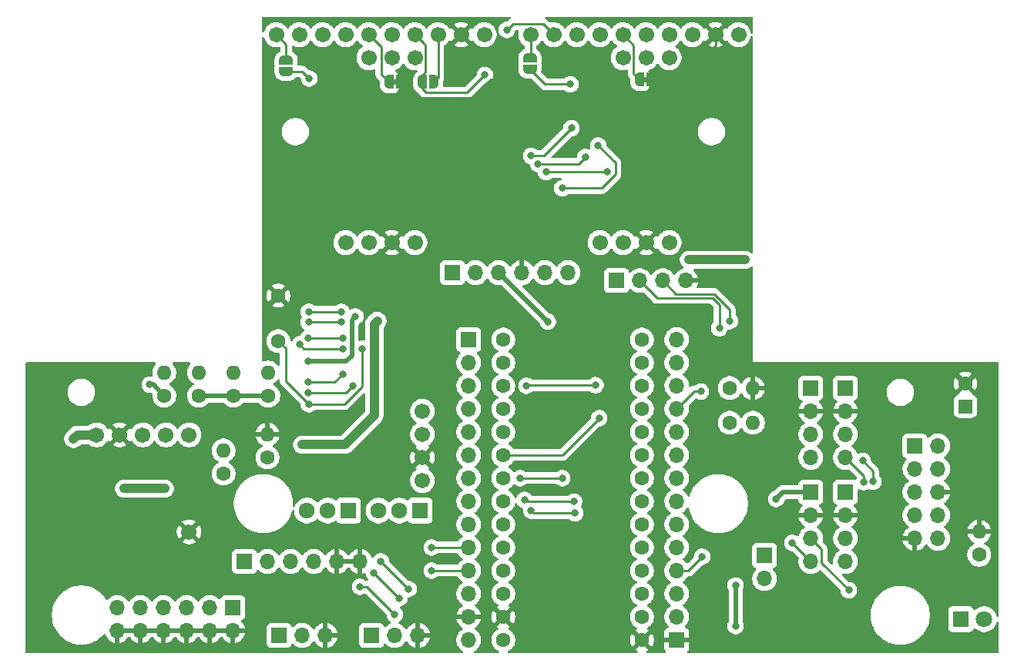
<source format=gbr>
G04 #@! TF.GenerationSoftware,KiCad,Pcbnew,9.0.4*
G04 #@! TF.CreationDate,2025-08-30T13:56:25-07:00*
G04 #@! TF.ProjectId,romi_board,726f6d69-5f62-46f6-9172-642e6b696361,rev?*
G04 #@! TF.SameCoordinates,Original*
G04 #@! TF.FileFunction,Copper,L2,Bot*
G04 #@! TF.FilePolarity,Positive*
%FSLAX46Y46*%
G04 Gerber Fmt 4.6, Leading zero omitted, Abs format (unit mm)*
G04 Created by KiCad (PCBNEW 9.0.4) date 2025-08-30 13:56:25*
%MOMM*%
%LPD*%
G01*
G04 APERTURE LIST*
G04 Aperture macros list*
%AMRoundRect*
0 Rectangle with rounded corners*
0 $1 Rounding radius*
0 $2 $3 $4 $5 $6 $7 $8 $9 X,Y pos of 4 corners*
0 Add a 4 corners polygon primitive as box body*
4,1,4,$2,$3,$4,$5,$6,$7,$8,$9,$2,$3,0*
0 Add four circle primitives for the rounded corners*
1,1,$1+$1,$2,$3*
1,1,$1+$1,$4,$5*
1,1,$1+$1,$6,$7*
1,1,$1+$1,$8,$9*
0 Add four rect primitives between the rounded corners*
20,1,$1+$1,$2,$3,$4,$5,0*
20,1,$1+$1,$4,$5,$6,$7,0*
20,1,$1+$1,$6,$7,$8,$9,0*
20,1,$1+$1,$8,$9,$2,$3,0*%
%AMFreePoly0*
4,1,23,0.500000,-0.750000,0.000000,-0.750000,0.000000,-0.745722,-0.065263,-0.745722,-0.191342,-0.711940,-0.304381,-0.646677,-0.396677,-0.554381,-0.461940,-0.441342,-0.495722,-0.315263,-0.495722,-0.250000,-0.500000,-0.250000,-0.500000,0.250000,-0.495722,0.250000,-0.495722,0.315263,-0.461940,0.441342,-0.396677,0.554381,-0.304381,0.646677,-0.191342,0.711940,-0.065263,0.745722,0.000000,0.745722,
0.000000,0.750000,0.500000,0.750000,0.500000,-0.750000,0.500000,-0.750000,$1*%
%AMFreePoly1*
4,1,23,0.000000,0.745722,0.065263,0.745722,0.191342,0.711940,0.304381,0.646677,0.396677,0.554381,0.461940,0.441342,0.495722,0.315263,0.495722,0.250000,0.500000,0.250000,0.500000,-0.250000,0.495722,-0.250000,0.495722,-0.315263,0.461940,-0.441342,0.396677,-0.554381,0.304381,-0.646677,0.191342,-0.711940,0.065263,-0.745722,0.000000,-0.745722,0.000000,-0.750000,-0.500000,-0.750000,
-0.500000,0.750000,0.000000,0.750000,0.000000,0.745722,0.000000,0.745722,$1*%
G04 Aperture macros list end*
G04 #@! TA.AperFunction,EtchedComponent*
%ADD10C,0.000000*%
G04 #@! TD*
G04 #@! TA.AperFunction,ComponentPad*
%ADD11R,1.800000X1.800000*%
G04 #@! TD*
G04 #@! TA.AperFunction,ComponentPad*
%ADD12C,1.800000*%
G04 #@! TD*
G04 #@! TA.AperFunction,ComponentPad*
%ADD13R,1.700000X1.700000*%
G04 #@! TD*
G04 #@! TA.AperFunction,ComponentPad*
%ADD14O,1.700000X1.700000*%
G04 #@! TD*
G04 #@! TA.AperFunction,ComponentPad*
%ADD15C,1.600000*%
G04 #@! TD*
G04 #@! TA.AperFunction,ComponentPad*
%ADD16O,1.600000X1.600000*%
G04 #@! TD*
G04 #@! TA.AperFunction,ComponentPad*
%ADD17C,1.701800*%
G04 #@! TD*
G04 #@! TA.AperFunction,ComponentPad*
%ADD18R,1.717500X1.800000*%
G04 #@! TD*
G04 #@! TA.AperFunction,ComponentPad*
%ADD19O,1.717500X1.800000*%
G04 #@! TD*
G04 #@! TA.AperFunction,ComponentPad*
%ADD20RoundRect,0.250000X0.550000X-0.550000X0.550000X0.550000X-0.550000X0.550000X-0.550000X-0.550000X0*%
G04 #@! TD*
G04 #@! TA.AperFunction,SMDPad,CuDef*
%ADD21FreePoly0,180.000000*%
G04 #@! TD*
G04 #@! TA.AperFunction,SMDPad,CuDef*
%ADD22FreePoly1,180.000000*%
G04 #@! TD*
G04 #@! TA.AperFunction,SMDPad,CuDef*
%ADD23FreePoly0,270.000000*%
G04 #@! TD*
G04 #@! TA.AperFunction,SMDPad,CuDef*
%ADD24FreePoly1,270.000000*%
G04 #@! TD*
G04 #@! TA.AperFunction,SMDPad,CuDef*
%ADD25FreePoly0,90.000000*%
G04 #@! TD*
G04 #@! TA.AperFunction,SMDPad,CuDef*
%ADD26FreePoly1,90.000000*%
G04 #@! TD*
G04 #@! TA.AperFunction,ViaPad*
%ADD27C,0.800000*%
G04 #@! TD*
G04 #@! TA.AperFunction,Conductor*
%ADD28C,0.250000*%
G04 #@! TD*
G04 #@! TA.AperFunction,Conductor*
%ADD29C,1.000000*%
G04 #@! TD*
G04 #@! TA.AperFunction,Conductor*
%ADD30C,0.500000*%
G04 #@! TD*
G04 APERTURE END LIST*
D10*
G04 #@! TA.AperFunction,EtchedComponent*
G36*
X91032122Y-90816657D02*
G01*
X90532122Y-90816657D01*
X90532122Y-90216657D01*
X91032122Y-90216657D01*
X91032122Y-90816657D01*
G37*
G04 #@! TD.AperFunction*
G04 #@! TA.AperFunction,EtchedComponent*
G36*
X118576122Y-90562657D02*
G01*
X118076122Y-90562657D01*
X118076122Y-89962657D01*
X118576122Y-89962657D01*
X118576122Y-90562657D01*
G37*
G04 #@! TD.AperFunction*
D11*
X153012122Y-149571657D03*
D12*
X155552122Y-149571657D03*
D13*
X74272122Y-143221657D03*
D14*
X76812122Y-143221657D03*
X79352122Y-143221657D03*
X81892122Y-143221657D03*
X84432122Y-143221657D03*
X86972122Y-143221657D03*
D13*
X136502122Y-124171657D03*
D14*
X136502122Y-126711657D03*
X136502122Y-129251657D03*
X136502122Y-131791657D03*
D13*
X136502122Y-135601657D03*
D14*
X136502122Y-138141657D03*
X136502122Y-140681657D03*
X136502122Y-143221657D03*
D13*
X140312122Y-124171657D03*
D14*
X140312122Y-126711657D03*
X140312122Y-129251657D03*
X140312122Y-131791657D03*
D13*
X140312122Y-135601657D03*
D14*
X140312122Y-138141657D03*
X140312122Y-140681657D03*
X140312122Y-143221657D03*
D13*
X121770122Y-151857657D03*
D14*
X121770122Y-149317657D03*
X121770122Y-146777657D03*
X121770122Y-144237657D03*
X121770122Y-141697657D03*
X121770122Y-139157657D03*
X121770122Y-136617657D03*
X121770122Y-134077657D03*
X121770122Y-131537657D03*
X121770122Y-128997657D03*
X121770122Y-126457657D03*
X121770122Y-123917657D03*
X121770122Y-121377657D03*
X121770122Y-118837657D03*
D13*
X98910122Y-118837657D03*
D14*
X98910122Y-121377657D03*
X98910122Y-123917657D03*
X98910122Y-126457657D03*
X98910122Y-128997657D03*
X98910122Y-131537657D03*
X98910122Y-134077657D03*
X98910122Y-136617657D03*
X98910122Y-139157657D03*
X98910122Y-141697657D03*
X98910122Y-144237657D03*
X98910122Y-146777657D03*
X98910122Y-149317657D03*
X98910122Y-151857657D03*
D13*
X147932122Y-130521657D03*
D14*
X150472122Y-130521657D03*
X147932122Y-133061657D03*
X150472122Y-133061657D03*
X147932122Y-135601657D03*
X150472122Y-135601657D03*
X147932122Y-138141657D03*
X150472122Y-138141657D03*
X147932122Y-140681657D03*
X150472122Y-140681657D03*
D15*
X71986122Y-133569657D03*
D16*
X71986122Y-131029657D03*
D15*
X76812122Y-131791657D03*
D16*
X76812122Y-129251657D03*
D15*
X155000000Y-142500000D03*
D16*
X155000000Y-139960000D03*
D15*
X69272122Y-124991657D03*
D16*
X69272122Y-122451657D03*
D15*
X65462122Y-124991657D03*
D16*
X65462122Y-122451657D03*
D15*
X127612122Y-127981657D03*
D16*
X130152122Y-127981657D03*
D15*
X127612122Y-124171657D03*
D16*
X130152122Y-124171657D03*
D15*
X117960122Y-151857657D03*
X117960122Y-149317657D03*
X117960122Y-146777657D03*
X117960122Y-144237657D03*
X117960122Y-141697657D03*
X117960122Y-139157657D03*
X117960122Y-136617657D03*
X117960122Y-134077657D03*
X117960122Y-131537657D03*
X117960122Y-128997657D03*
X117960122Y-126457657D03*
X117960122Y-123917657D03*
X117960122Y-121377657D03*
X117960122Y-118837657D03*
X102720122Y-118837657D03*
X102720122Y-121377657D03*
X102720122Y-123917657D03*
X102720122Y-126457657D03*
X102720122Y-128997657D03*
X102720122Y-131537657D03*
X102720122Y-134077657D03*
X102720122Y-136617657D03*
X102720122Y-139157657D03*
X102720122Y-141697657D03*
X102720122Y-144237657D03*
X102720122Y-146777657D03*
X102720122Y-149317657D03*
X102720122Y-151857657D03*
D13*
X115166122Y-112360657D03*
D14*
X117706122Y-112360657D03*
X120246122Y-112360657D03*
X122786122Y-112360657D03*
D13*
X97132122Y-111471657D03*
D14*
X99672122Y-111471657D03*
X102212122Y-111471657D03*
X104752122Y-111471657D03*
X107292122Y-111471657D03*
X109832122Y-111471657D03*
D17*
X100633122Y-85311657D03*
X98093122Y-85311657D03*
X95553122Y-85311657D03*
X93013122Y-85311657D03*
X90473122Y-85311657D03*
X87933122Y-85311657D03*
X85393122Y-85311657D03*
X82853122Y-85311657D03*
X80313122Y-85311657D03*
X77773122Y-85311657D03*
X85393122Y-108171657D03*
X87933122Y-108171657D03*
X90473122Y-108171657D03*
X93013122Y-108171657D03*
X93013122Y-87851657D03*
X90473122Y-87851657D03*
X87933122Y-87851657D03*
X128573122Y-85311657D03*
X126033122Y-85311657D03*
X123493122Y-85311657D03*
X120953122Y-85311657D03*
X118413122Y-85311657D03*
X115873122Y-85311657D03*
X113333122Y-85311657D03*
X110793122Y-85311657D03*
X108253122Y-85311657D03*
X105713122Y-85311657D03*
X113333122Y-108171657D03*
X115873122Y-108171657D03*
X118413122Y-108171657D03*
X120953122Y-108171657D03*
X120953122Y-87851657D03*
X118413122Y-87851657D03*
X115873122Y-87851657D03*
X68192122Y-129311657D03*
X65652122Y-129311657D03*
X63112122Y-129311657D03*
X60572122Y-129311657D03*
X58032122Y-129311657D03*
X68192122Y-139979657D03*
D15*
X73082122Y-124991657D03*
D16*
X73082122Y-122451657D03*
D15*
X76892122Y-124991657D03*
D16*
X76892122Y-122451657D03*
D17*
X93830122Y-134331657D03*
X93830122Y-131791657D03*
X93830122Y-129251657D03*
X93830122Y-126711657D03*
D13*
X131422122Y-142586657D03*
D14*
X131422122Y-145126657D03*
D18*
X93576122Y-137633657D03*
D19*
X91286122Y-137633657D03*
X88996122Y-137633657D03*
D18*
X85710122Y-137633657D03*
D19*
X83420122Y-137633657D03*
X81130122Y-137633657D03*
D13*
X73002122Y-148301657D03*
D14*
X73002122Y-150841657D03*
X70462122Y-148301657D03*
X70462122Y-150841657D03*
X67922122Y-148301657D03*
X67922122Y-150841657D03*
X65382122Y-148301657D03*
X65382122Y-150841657D03*
X62842122Y-148301657D03*
X62842122Y-150841657D03*
X60302122Y-148301657D03*
X60302122Y-150841657D03*
D13*
X78082122Y-151349657D03*
D14*
X80622122Y-151349657D03*
X83162122Y-151349657D03*
D13*
X88242122Y-151349657D03*
D14*
X90782122Y-151349657D03*
X93322122Y-151349657D03*
D15*
X78000000Y-119000000D03*
X78000000Y-114000000D03*
D20*
X153500000Y-126182380D03*
D15*
X153500000Y-123682380D03*
D21*
X95115122Y-90516657D03*
D22*
X93815122Y-90516657D03*
D21*
X91432122Y-90516657D03*
D22*
X90132122Y-90516657D03*
D21*
X118976122Y-90262657D03*
D22*
X117676122Y-90262657D03*
D23*
X78844122Y-88073657D03*
D24*
X78844122Y-89373657D03*
D25*
X105641122Y-89134657D03*
D26*
X105641122Y-87834657D03*
D27*
X86972122Y-146015657D03*
X90782122Y-149063657D03*
X54968122Y-141189657D03*
X61064122Y-135220657D03*
X123136123Y-110074657D03*
X85321122Y-130394657D03*
X129263122Y-110074653D03*
X88877122Y-116805657D03*
X65509122Y-135220657D03*
X80622122Y-130394657D03*
X55476122Y-129759657D03*
X128247122Y-145877615D03*
X63858122Y-123790657D03*
X86464122Y-116297657D03*
X132692122Y-136363657D03*
X128247122Y-150333657D03*
X81257122Y-121250657D03*
X107606112Y-116865647D03*
X88497449Y-144510668D03*
X91290122Y-147285657D03*
X94846122Y-144237657D03*
X94846122Y-141697657D03*
X89258122Y-143221657D03*
X92306122Y-146269657D03*
X109197122Y-134077657D03*
X85067122Y-122647657D03*
X140693122Y-146396657D03*
X104593101Y-134077657D03*
X81257122Y-123536657D03*
X86210122Y-123917657D03*
X81257122Y-124679657D03*
X134470122Y-141189657D03*
X113258781Y-127475998D03*
X85067122Y-118710657D03*
X105768122Y-137633657D03*
X110605969Y-137912421D03*
X143360122Y-134458657D03*
X142217122Y-132172657D03*
X81257122Y-118710657D03*
X142337713Y-134521387D03*
X80368122Y-119345657D03*
X110499141Y-136649605D03*
X105043112Y-136464289D03*
X85067122Y-119853657D03*
X126459304Y-117589616D03*
X124437122Y-124552657D03*
X111737122Y-98771657D03*
X106530122Y-99533657D03*
X107419122Y-100422657D03*
X114150122Y-100422657D03*
X124564122Y-142713657D03*
X105768122Y-98644657D03*
X110213122Y-95596657D03*
X81342221Y-125949657D03*
X87226122Y-119853657D03*
X105260130Y-123917657D03*
X112843132Y-123843977D03*
X84942221Y-116899365D03*
X81342221Y-116932657D03*
X103101122Y-84801657D03*
X84942221Y-115789657D03*
X81342221Y-115789657D03*
X100688122Y-89754657D03*
X127612122Y-116805657D03*
X81384122Y-90135657D03*
X109197122Y-102200657D03*
X113134122Y-97501657D03*
X110086122Y-90770657D03*
D28*
X87734122Y-146015657D02*
X86972122Y-146015657D01*
X90782122Y-149063657D02*
X87734122Y-146015657D01*
X126033122Y-86515011D02*
X122285476Y-90262657D01*
X122285476Y-90262657D02*
X119476122Y-90262657D01*
X101958122Y-89176657D02*
X98093122Y-85311657D01*
X99291122Y-92294657D02*
X101323122Y-90262657D01*
X126033122Y-85311657D02*
X126033122Y-86515011D01*
X119476122Y-90262657D02*
X118976122Y-90262657D01*
X91432122Y-90516657D02*
X93210122Y-92294657D01*
X93210122Y-92294657D02*
X99291122Y-92294657D01*
X101323122Y-90262657D02*
X101958122Y-90262657D01*
X101958122Y-90262657D02*
X101958122Y-89176657D01*
D29*
X61064122Y-135220657D02*
X65509122Y-135220657D01*
X123136123Y-110074657D02*
X129263118Y-110074657D01*
X88553123Y-117129656D02*
X88877122Y-116805657D01*
X58032122Y-129311657D02*
X55924122Y-129311657D01*
X55924122Y-129311657D02*
X55476122Y-129759657D01*
X85321122Y-130394657D02*
X88553123Y-127162656D01*
D28*
X95553122Y-90078657D02*
X95115122Y-90516657D01*
D29*
X88553123Y-127162656D02*
X88553123Y-117129656D01*
D28*
X95553122Y-85311657D02*
X95553122Y-90078657D01*
D29*
X80622122Y-130394657D02*
X85321122Y-130394657D01*
X129263118Y-110074657D02*
X129263122Y-110074653D01*
D30*
X136502122Y-135601657D02*
X133454122Y-135601657D01*
X64261122Y-123790657D02*
X65462122Y-124991657D01*
X128247122Y-150333657D02*
X128247122Y-145877615D01*
X73082122Y-124991657D02*
X76892122Y-124991657D01*
X63858122Y-123790657D02*
X64261122Y-123790657D01*
X86064123Y-116697656D02*
X86464122Y-116297657D01*
X133454122Y-135601657D02*
X132692122Y-136363657D01*
X86064123Y-120634656D02*
X86064123Y-116697656D01*
X102212122Y-111471657D02*
X107606112Y-116865647D01*
X69272122Y-124991657D02*
X73082122Y-124991657D01*
X81257122Y-121250657D02*
X85448122Y-121250657D01*
X85448122Y-121250657D02*
X86064123Y-120634656D01*
D28*
X91290122Y-147285657D02*
X88515133Y-144510668D01*
X88515133Y-144510668D02*
X88497449Y-144510668D01*
X94846122Y-144237657D02*
X98910122Y-144237657D01*
X98910122Y-141697657D02*
X95608122Y-141697657D01*
X89258122Y-143221657D02*
X92306122Y-146269657D01*
X94846122Y-141697657D02*
X95608122Y-141697657D01*
X95608122Y-141697657D02*
X95541021Y-141697657D01*
X137677123Y-143380658D02*
X140693122Y-146396657D01*
X136502122Y-140681657D02*
X137677123Y-141856658D01*
X109197122Y-134077657D02*
X104593101Y-134077657D01*
X137677123Y-141856658D02*
X137677123Y-143380658D01*
X84178122Y-123536657D02*
X81257122Y-123536657D01*
X85067122Y-122647657D02*
X84178122Y-123536657D01*
X102720122Y-131537657D02*
X109197122Y-131537657D01*
X85448122Y-124679657D02*
X86210122Y-123917657D01*
X81257122Y-124679657D02*
X85448122Y-124679657D01*
X109197122Y-131537657D02*
X113258781Y-127475998D01*
X136502122Y-143221657D02*
X134470122Y-141189657D01*
X110605969Y-137912421D02*
X106046886Y-137912421D01*
X142217122Y-132172657D02*
X143360122Y-133315657D01*
X143360122Y-133315657D02*
X143360122Y-134458657D01*
X106046886Y-137912421D02*
X105768122Y-137633657D01*
X85067122Y-118710657D02*
X81257122Y-118710657D01*
X80749122Y-119853657D02*
X85067122Y-119853657D01*
X105228428Y-136649605D02*
X105043112Y-136464289D01*
X140312122Y-131791657D02*
X142337713Y-133817248D01*
X110499141Y-136649605D02*
X105228428Y-136649605D01*
X80368122Y-119345657D02*
X80749122Y-119853657D01*
X142337713Y-133817248D02*
X142337713Y-134521387D01*
X125707122Y-114265657D02*
X126459304Y-115017839D01*
X121770122Y-126457657D02*
X123675122Y-124552657D01*
X117706122Y-112360657D02*
X119611122Y-114265657D01*
X123675122Y-124552657D02*
X124437122Y-124552657D01*
X119611122Y-114265657D02*
X125707122Y-114265657D01*
X126459304Y-115017839D02*
X126459304Y-117589616D01*
X110975122Y-99533657D02*
X107095807Y-99533657D01*
X107095807Y-99533657D02*
X106530122Y-99533657D01*
X111737122Y-98771657D02*
X110975122Y-99533657D01*
X114150122Y-100422657D02*
X107419122Y-100422657D01*
X105768122Y-98644657D02*
X107165122Y-98644657D01*
X107165122Y-98644657D02*
X110213122Y-95596657D01*
X123040122Y-144237657D02*
X124564122Y-142713657D01*
X121770122Y-144237657D02*
X123040122Y-144237657D01*
X78799999Y-123407435D02*
X78799999Y-119799999D01*
X81342221Y-125949657D02*
X85251124Y-125949657D01*
X87226122Y-120419342D02*
X87226122Y-119853657D01*
X87226122Y-123974659D02*
X87226122Y-120419342D01*
X78799999Y-119799999D02*
X78000000Y-119000000D01*
X81342221Y-125949657D02*
X78799999Y-123407435D01*
X85251124Y-125949657D02*
X87226122Y-123974659D01*
X105333810Y-123843977D02*
X105260130Y-123917657D01*
X112843132Y-123843977D02*
X105333810Y-123843977D01*
X81375513Y-116899365D02*
X81342221Y-116932657D01*
X84942221Y-116899365D02*
X81375513Y-116899365D01*
X103101122Y-84801657D02*
X103767023Y-84135756D01*
X103767023Y-84135756D02*
X107077221Y-84135756D01*
X84942221Y-115789657D02*
X81342221Y-115789657D01*
X107077221Y-84135756D02*
X107402223Y-84460758D01*
X107402223Y-84460758D02*
X108253122Y-85311657D01*
X94189023Y-89395164D02*
X94189023Y-86487558D01*
X93815122Y-90516657D02*
X93815122Y-89769065D01*
X93815122Y-91264249D02*
X94242540Y-91691667D01*
X94242540Y-91691667D02*
X98751112Y-91691667D01*
X94189023Y-86487558D02*
X93864021Y-86162556D01*
X93864021Y-86162556D02*
X93013122Y-85311657D01*
X93815122Y-90516657D02*
X93815122Y-91264249D01*
X98751112Y-91691667D02*
X100688122Y-89754657D01*
X93815122Y-89769065D02*
X94189023Y-89395164D01*
X90132122Y-90516657D02*
X89297221Y-89681756D01*
X89297221Y-89681756D02*
X89297221Y-86675756D01*
X88784021Y-86162556D02*
X87933122Y-85311657D01*
X89297221Y-86675756D02*
X88784021Y-86162556D01*
X117049023Y-86487558D02*
X117049023Y-89635558D01*
X115873122Y-85311657D02*
X117049023Y-86487558D01*
X117049023Y-89635558D02*
X117222058Y-89808593D01*
X117222058Y-89808593D02*
X117676122Y-90262657D01*
X127612122Y-115534246D02*
X127612122Y-116239972D01*
X125893522Y-113815646D02*
X127612122Y-115534246D01*
X121701111Y-113815646D02*
X125893522Y-113815646D01*
X127612122Y-116239972D02*
X127612122Y-116805657D01*
X120246122Y-112360657D02*
X121701111Y-113815646D01*
X78844122Y-86382657D02*
X77773122Y-85311657D01*
X78844122Y-88073657D02*
X78844122Y-86382657D01*
X105713122Y-87762657D02*
X105641122Y-87834657D01*
X105713122Y-85311657D02*
X105713122Y-87762657D01*
X115039122Y-100676657D02*
X113515122Y-102200657D01*
X80622122Y-89373657D02*
X81384122Y-90135657D01*
X115039122Y-99406657D02*
X115039122Y-100676657D01*
X78844122Y-89373657D02*
X80622122Y-89373657D01*
X113134122Y-97501657D02*
X115039122Y-99406657D01*
X113515122Y-102200657D02*
X109197122Y-102200657D01*
X110086122Y-90770657D02*
X107277122Y-90770657D01*
X107277122Y-90770657D02*
X105641122Y-89134657D01*
G04 #@! TA.AperFunction,Conductor*
G36*
X86506197Y-143028664D02*
G01*
X86472122Y-143155831D01*
X86472122Y-143287483D01*
X86506197Y-143414650D01*
X86541419Y-143475657D01*
X84862825Y-143475657D01*
X84898047Y-143414650D01*
X84932122Y-143287483D01*
X84932122Y-143155831D01*
X84898047Y-143028664D01*
X84862825Y-142967657D01*
X86541419Y-142967657D01*
X86506197Y-143028664D01*
G37*
G04 #@! TD.AperFunction*
G04 #@! TA.AperFunction,Conductor*
G36*
X62376197Y-150648664D02*
G01*
X62342122Y-150775831D01*
X62342122Y-150907483D01*
X62376197Y-151034650D01*
X62411419Y-151095657D01*
X60732825Y-151095657D01*
X60768047Y-151034650D01*
X60802122Y-150907483D01*
X60802122Y-150775831D01*
X60768047Y-150648664D01*
X60732825Y-150587657D01*
X62411419Y-150587657D01*
X62376197Y-150648664D01*
G37*
G04 #@! TD.AperFunction*
G04 #@! TA.AperFunction,Conductor*
G36*
X64916197Y-150648664D02*
G01*
X64882122Y-150775831D01*
X64882122Y-150907483D01*
X64916197Y-151034650D01*
X64951419Y-151095657D01*
X63272825Y-151095657D01*
X63308047Y-151034650D01*
X63342122Y-150907483D01*
X63342122Y-150775831D01*
X63308047Y-150648664D01*
X63272825Y-150587657D01*
X64951419Y-150587657D01*
X64916197Y-150648664D01*
G37*
G04 #@! TD.AperFunction*
G04 #@! TA.AperFunction,Conductor*
G36*
X67456197Y-150648664D02*
G01*
X67422122Y-150775831D01*
X67422122Y-150907483D01*
X67456197Y-151034650D01*
X67491419Y-151095657D01*
X65812825Y-151095657D01*
X65848047Y-151034650D01*
X65882122Y-150907483D01*
X65882122Y-150775831D01*
X65848047Y-150648664D01*
X65812825Y-150587657D01*
X67491419Y-150587657D01*
X67456197Y-150648664D01*
G37*
G04 #@! TD.AperFunction*
G04 #@! TA.AperFunction,Conductor*
G36*
X69996197Y-150648664D02*
G01*
X69962122Y-150775831D01*
X69962122Y-150907483D01*
X69996197Y-151034650D01*
X70031419Y-151095657D01*
X68352825Y-151095657D01*
X68388047Y-151034650D01*
X68422122Y-150907483D01*
X68422122Y-150775831D01*
X68388047Y-150648664D01*
X68352825Y-150587657D01*
X70031419Y-150587657D01*
X69996197Y-150648664D01*
G37*
G04 #@! TD.AperFunction*
G04 #@! TA.AperFunction,Conductor*
G36*
X72536197Y-150648664D02*
G01*
X72502122Y-150775831D01*
X72502122Y-150907483D01*
X72536197Y-151034650D01*
X72571419Y-151095657D01*
X70892825Y-151095657D01*
X70928047Y-151034650D01*
X70962122Y-150907483D01*
X70962122Y-150775831D01*
X70928047Y-150648664D01*
X70892825Y-150587657D01*
X72571419Y-150587657D01*
X72536197Y-150648664D01*
G37*
G04 #@! TD.AperFunction*
G04 #@! TA.AperFunction,Conductor*
G36*
X103475817Y-83357159D02*
G01*
X103522310Y-83410815D01*
X103532414Y-83481089D01*
X103502920Y-83545669D01*
X103471819Y-83570504D01*
X103472095Y-83570917D01*
X103467243Y-83574158D01*
X103467094Y-83574278D01*
X103466948Y-83574355D01*
X103363194Y-83643682D01*
X103363187Y-83643687D01*
X103150623Y-83856252D01*
X103088311Y-83890278D01*
X103061528Y-83893157D01*
X103011640Y-83893157D01*
X102880893Y-83919164D01*
X102836122Y-83928070D01*
X102836121Y-83928070D01*
X102836118Y-83928071D01*
X102670784Y-83996556D01*
X102521991Y-84095976D01*
X102521984Y-84095981D01*
X102395446Y-84222519D01*
X102395441Y-84222526D01*
X102296021Y-84371319D01*
X102227536Y-84536653D01*
X102192622Y-84712175D01*
X102192622Y-84891143D01*
X102196925Y-84912772D01*
X102204817Y-84952446D01*
X102227535Y-85066657D01*
X102296020Y-85231993D01*
X102395444Y-85380792D01*
X102521987Y-85507335D01*
X102670786Y-85606759D01*
X102836122Y-85675244D01*
X103011643Y-85710157D01*
X103011644Y-85710157D01*
X103190600Y-85710157D01*
X103190601Y-85710157D01*
X103366122Y-85675244D01*
X103531458Y-85606759D01*
X103680257Y-85507335D01*
X103806800Y-85380792D01*
X103906224Y-85231993D01*
X103974709Y-85066657D01*
X104009622Y-84891136D01*
X104009622Y-84891127D01*
X104010228Y-84884980D01*
X104012030Y-84885157D01*
X104010904Y-84877324D01*
X104022059Y-84852898D01*
X104029624Y-84827135D01*
X104036577Y-84821110D01*
X104040398Y-84812744D01*
X104062983Y-84798229D01*
X104083280Y-84780642D01*
X104093966Y-84778317D01*
X104100124Y-84774360D01*
X104135622Y-84769256D01*
X104286576Y-84769256D01*
X104354697Y-84789258D01*
X104401190Y-84842914D01*
X104411294Y-84913188D01*
X104406409Y-84934192D01*
X104387195Y-84993325D01*
X104387195Y-84993327D01*
X104387194Y-84993330D01*
X104353722Y-85204670D01*
X104353722Y-85418644D01*
X104370634Y-85525427D01*
X104387194Y-85629986D01*
X104413244Y-85710157D01*
X104453316Y-85833486D01*
X104550458Y-86024138D01*
X104676229Y-86197247D01*
X104676231Y-86197249D01*
X104676233Y-86197252D01*
X104827526Y-86348545D01*
X104827529Y-86348547D01*
X104827532Y-86348550D01*
X105000641Y-86474321D01*
X105010820Y-86479507D01*
X105022066Y-86490127D01*
X105036134Y-86496552D01*
X105047349Y-86514002D01*
X105062437Y-86528251D01*
X105066748Y-86544188D01*
X105074518Y-86556278D01*
X105079622Y-86591776D01*
X105079622Y-86782575D01*
X105059620Y-86850696D01*
X105005964Y-86897189D01*
X105001841Y-86898983D01*
X104941385Y-86924025D01*
X104941367Y-86924034D01*
X104827368Y-86989851D01*
X104827361Y-86989856D01*
X104721024Y-87071451D01*
X104721003Y-87071470D01*
X104627935Y-87164538D01*
X104627916Y-87164559D01*
X104546321Y-87270896D01*
X104546316Y-87270903D01*
X104480499Y-87384902D01*
X104480493Y-87384912D01*
X104429193Y-87508762D01*
X104395121Y-87635918D01*
X104395118Y-87635931D01*
X104377622Y-87768828D01*
X104377622Y-87768831D01*
X104377622Y-88334657D01*
X104380399Y-88373485D01*
X104382849Y-88407738D01*
X104393519Y-88444076D01*
X104397341Y-88497505D01*
X104387761Y-88564141D01*
X104377622Y-88634659D01*
X104377622Y-89200485D01*
X104395118Y-89333382D01*
X104395121Y-89333395D01*
X104429193Y-89460551D01*
X104480493Y-89584401D01*
X104480499Y-89584411D01*
X104546316Y-89698410D01*
X104546321Y-89698417D01*
X104627916Y-89804754D01*
X104627935Y-89804775D01*
X104721003Y-89897843D01*
X104721024Y-89897862D01*
X104827361Y-89979457D01*
X104827368Y-89979462D01*
X104880324Y-90010036D01*
X104941379Y-90045286D01*
X105065223Y-90096584D01*
X105192390Y-90130659D01*
X105192393Y-90130659D01*
X105192396Y-90130660D01*
X105219878Y-90134278D01*
X105325296Y-90148157D01*
X105706528Y-90148157D01*
X105774649Y-90168159D01*
X105795623Y-90185062D01*
X106873289Y-91262728D01*
X106977047Y-91332057D01*
X107092337Y-91379812D01*
X107214728Y-91404157D01*
X107339515Y-91404157D01*
X109382619Y-91404157D01*
X109450740Y-91424159D01*
X109471714Y-91441062D01*
X109506987Y-91476335D01*
X109655786Y-91575759D01*
X109821122Y-91644244D01*
X109996643Y-91679157D01*
X109996644Y-91679157D01*
X110175600Y-91679157D01*
X110175601Y-91679157D01*
X110351122Y-91644244D01*
X110516458Y-91575759D01*
X110665257Y-91476335D01*
X110791800Y-91349792D01*
X110891224Y-91200993D01*
X110959709Y-91035657D01*
X110994622Y-90860136D01*
X110994622Y-90681178D01*
X110959709Y-90505657D01*
X110891224Y-90340321D01*
X110791800Y-90191522D01*
X110665257Y-90064979D01*
X110516458Y-89965555D01*
X110399551Y-89917130D01*
X110351125Y-89897071D01*
X110351123Y-89897070D01*
X110351122Y-89897070D01*
X110262767Y-89879495D01*
X110175603Y-89862157D01*
X110175601Y-89862157D01*
X109996643Y-89862157D01*
X109996640Y-89862157D01*
X109865893Y-89888164D01*
X109821122Y-89897070D01*
X109821121Y-89897070D01*
X109821118Y-89897071D01*
X109715641Y-89940762D01*
X109662771Y-89962662D01*
X109655784Y-89965556D01*
X109506991Y-90064976D01*
X109506984Y-90064981D01*
X109471714Y-90100252D01*
X109409402Y-90134278D01*
X109382619Y-90137157D01*
X107591716Y-90137157D01*
X107523595Y-90117155D01*
X107502621Y-90100252D01*
X106906575Y-89504206D01*
X106872549Y-89441894D01*
X106873963Y-89382502D01*
X106887124Y-89333389D01*
X106887327Y-89331851D01*
X106894304Y-89278855D01*
X106904622Y-89200483D01*
X106904622Y-88634657D01*
X106899395Y-88561578D01*
X106899049Y-88560401D01*
X106888725Y-88525241D01*
X106884903Y-88471808D01*
X106904621Y-88334662D01*
X106904622Y-88334657D01*
X106904622Y-87768838D01*
X106904622Y-87768831D01*
X106887124Y-87635925D01*
X106853049Y-87508758D01*
X106801751Y-87384914D01*
X106758771Y-87310470D01*
X106735927Y-87270903D01*
X106735922Y-87270896D01*
X106654327Y-87164559D01*
X106654308Y-87164538D01*
X106561240Y-87071470D01*
X106561219Y-87071451D01*
X106454881Y-86989855D01*
X106409620Y-86963723D01*
X106360628Y-86912340D01*
X106346622Y-86854605D01*
X106346622Y-86591776D01*
X106366624Y-86523655D01*
X106415422Y-86479507D01*
X106425603Y-86474321D01*
X106598712Y-86348550D01*
X106750015Y-86197247D01*
X106875786Y-86024138D01*
X106875785Y-86024138D01*
X106878696Y-86020133D01*
X106879581Y-86020776D01*
X106928328Y-85976668D01*
X106998369Y-85965056D01*
X107063569Y-85993154D01*
X107087178Y-86020401D01*
X107087548Y-86020133D01*
X107090458Y-86024138D01*
X107216229Y-86197247D01*
X107216231Y-86197249D01*
X107216233Y-86197252D01*
X107367526Y-86348545D01*
X107367529Y-86348547D01*
X107367532Y-86348550D01*
X107540641Y-86474321D01*
X107731293Y-86571463D01*
X107934795Y-86637585D01*
X108146135Y-86671057D01*
X108146137Y-86671057D01*
X108360107Y-86671057D01*
X108360109Y-86671057D01*
X108571449Y-86637585D01*
X108774951Y-86571463D01*
X108965603Y-86474321D01*
X109138712Y-86348550D01*
X109290015Y-86197247D01*
X109415786Y-86024138D01*
X109415785Y-86024138D01*
X109418696Y-86020133D01*
X109419581Y-86020776D01*
X109468328Y-85976668D01*
X109538369Y-85965056D01*
X109603569Y-85993154D01*
X109627178Y-86020401D01*
X109627548Y-86020133D01*
X109630458Y-86024138D01*
X109756229Y-86197247D01*
X109756231Y-86197249D01*
X109756233Y-86197252D01*
X109907526Y-86348545D01*
X109907529Y-86348547D01*
X109907532Y-86348550D01*
X110080641Y-86474321D01*
X110271293Y-86571463D01*
X110474795Y-86637585D01*
X110686135Y-86671057D01*
X110686137Y-86671057D01*
X110900107Y-86671057D01*
X110900109Y-86671057D01*
X111111449Y-86637585D01*
X111314951Y-86571463D01*
X111505603Y-86474321D01*
X111678712Y-86348550D01*
X111830015Y-86197247D01*
X111955786Y-86024138D01*
X111955785Y-86024138D01*
X111958696Y-86020133D01*
X111959581Y-86020776D01*
X112008328Y-85976668D01*
X112078369Y-85965056D01*
X112143569Y-85993154D01*
X112167178Y-86020401D01*
X112167548Y-86020133D01*
X112170458Y-86024138D01*
X112296229Y-86197247D01*
X112296231Y-86197249D01*
X112296233Y-86197252D01*
X112447526Y-86348545D01*
X112447529Y-86348547D01*
X112447532Y-86348550D01*
X112620641Y-86474321D01*
X112811293Y-86571463D01*
X113014795Y-86637585D01*
X113226135Y-86671057D01*
X113226137Y-86671057D01*
X113440107Y-86671057D01*
X113440109Y-86671057D01*
X113651449Y-86637585D01*
X113854951Y-86571463D01*
X114045603Y-86474321D01*
X114218712Y-86348550D01*
X114370015Y-86197247D01*
X114495786Y-86024138D01*
X114495785Y-86024138D01*
X114498696Y-86020133D01*
X114499581Y-86020776D01*
X114548328Y-85976668D01*
X114618369Y-85965056D01*
X114683569Y-85993154D01*
X114707178Y-86020401D01*
X114707548Y-86020133D01*
X114710458Y-86024138D01*
X114836229Y-86197247D01*
X114836231Y-86197249D01*
X114836233Y-86197252D01*
X114987526Y-86348545D01*
X114987529Y-86348547D01*
X114987532Y-86348550D01*
X115107455Y-86435679D01*
X115164646Y-86477231D01*
X115164003Y-86478115D01*
X115208116Y-86526876D01*
X115219720Y-86596918D01*
X115191615Y-86662114D01*
X115164378Y-86685714D01*
X115164646Y-86686083D01*
X114987529Y-86814766D01*
X114987526Y-86814768D01*
X114836233Y-86966061D01*
X114836231Y-86966064D01*
X114710460Y-87139172D01*
X114613317Y-87329826D01*
X114613316Y-87329828D01*
X114547194Y-87533327D01*
X114532847Y-87623914D01*
X114513722Y-87744670D01*
X114513722Y-87958644D01*
X114533805Y-88085448D01*
X114547194Y-88169986D01*
X114591275Y-88305652D01*
X114613316Y-88373486D01*
X114710458Y-88564138D01*
X114710460Y-88564141D01*
X114717374Y-88573657D01*
X114836229Y-88737247D01*
X114836231Y-88737249D01*
X114836233Y-88737252D01*
X114987526Y-88888545D01*
X114987529Y-88888547D01*
X114987532Y-88888550D01*
X115160641Y-89014321D01*
X115351293Y-89111463D01*
X115554795Y-89177585D01*
X115766135Y-89211057D01*
X115766137Y-89211057D01*
X115980107Y-89211057D01*
X115980109Y-89211057D01*
X116191449Y-89177585D01*
X116250587Y-89158370D01*
X116321554Y-89156342D01*
X116382352Y-89193005D01*
X116413678Y-89256717D01*
X116415523Y-89278203D01*
X116415523Y-89697954D01*
X116420696Y-89723957D01*
X116439868Y-89820343D01*
X116487623Y-89935633D01*
X116556952Y-90039391D01*
X116556954Y-90039393D01*
X116625717Y-90108156D01*
X116659743Y-90170468D01*
X116662622Y-90197251D01*
X116662622Y-90578485D01*
X116680118Y-90711382D01*
X116680121Y-90711395D01*
X116714193Y-90838551D01*
X116714194Y-90838555D01*
X116714195Y-90838556D01*
X116715345Y-90841332D01*
X116765493Y-90962401D01*
X116765499Y-90962411D01*
X116831316Y-91076410D01*
X116831321Y-91076417D01*
X116912916Y-91182754D01*
X116912935Y-91182775D01*
X117006003Y-91275843D01*
X117006024Y-91275862D01*
X117112361Y-91357457D01*
X117112365Y-91357460D01*
X117226379Y-91423286D01*
X117350223Y-91474584D01*
X117477390Y-91508659D01*
X117477393Y-91508659D01*
X117477396Y-91508660D01*
X117511645Y-91513168D01*
X117610296Y-91526157D01*
X117610303Y-91526157D01*
X118176116Y-91526157D01*
X118176122Y-91526157D01*
X118249201Y-91520930D01*
X118389438Y-91479753D01*
X118512393Y-91400734D01*
X118608106Y-91290276D01*
X118668822Y-91157327D01*
X118671132Y-91141259D01*
X118700622Y-91076680D01*
X118760345Y-91038295D01*
X118771603Y-91034989D01*
X118789436Y-91029754D01*
X118859838Y-90984509D01*
X118912393Y-90950734D01*
X119008106Y-90840276D01*
X119068822Y-90707327D01*
X119089622Y-90562657D01*
X119089622Y-89962657D01*
X119084395Y-89889578D01*
X119043218Y-89749341D01*
X118964199Y-89626386D01*
X118853741Y-89530673D01*
X118741400Y-89479368D01*
X118687746Y-89432877D01*
X118687745Y-89432876D01*
X118672848Y-89400253D01*
X118672388Y-89398688D01*
X118654740Y-89338581D01*
X118652764Y-89331851D01*
X118652764Y-89260855D01*
X118691148Y-89201129D01*
X118734724Y-89176521D01*
X118765877Y-89166398D01*
X118934951Y-89111463D01*
X119125603Y-89014321D01*
X119298712Y-88888550D01*
X119450015Y-88737247D01*
X119568870Y-88573657D01*
X119578696Y-88560133D01*
X119579581Y-88560776D01*
X119628328Y-88516668D01*
X119698369Y-88505056D01*
X119763569Y-88533154D01*
X119787178Y-88560401D01*
X119787548Y-88560133D01*
X119797374Y-88573657D01*
X119916229Y-88737247D01*
X119916231Y-88737249D01*
X119916233Y-88737252D01*
X120067526Y-88888545D01*
X120067529Y-88888547D01*
X120067532Y-88888550D01*
X120240641Y-89014321D01*
X120431293Y-89111463D01*
X120634795Y-89177585D01*
X120846135Y-89211057D01*
X120846137Y-89211057D01*
X121060107Y-89211057D01*
X121060109Y-89211057D01*
X121271449Y-89177585D01*
X121474951Y-89111463D01*
X121665603Y-89014321D01*
X121838712Y-88888550D01*
X121990015Y-88737247D01*
X122115786Y-88564138D01*
X122212928Y-88373486D01*
X122279050Y-88169984D01*
X122312522Y-87958644D01*
X122312522Y-87744670D01*
X122279050Y-87533330D01*
X122212928Y-87329828D01*
X122115786Y-87139176D01*
X121990015Y-86966067D01*
X121990012Y-86966064D01*
X121990010Y-86966061D01*
X121838717Y-86814768D01*
X121838714Y-86814766D01*
X121838712Y-86814764D01*
X121665603Y-86688993D01*
X121661598Y-86686083D01*
X121662241Y-86685197D01*
X121618133Y-86636451D01*
X121606521Y-86566410D01*
X121634619Y-86501210D01*
X121661866Y-86477600D01*
X121661598Y-86477231D01*
X121683722Y-86461157D01*
X121838712Y-86348550D01*
X121990015Y-86197247D01*
X122115786Y-86024138D01*
X122115785Y-86024138D01*
X122118696Y-86020133D01*
X122119581Y-86020776D01*
X122168328Y-85976668D01*
X122238369Y-85965056D01*
X122303569Y-85993154D01*
X122327178Y-86020401D01*
X122327548Y-86020133D01*
X122330458Y-86024138D01*
X122456229Y-86197247D01*
X122456231Y-86197249D01*
X122456233Y-86197252D01*
X122607526Y-86348545D01*
X122607529Y-86348547D01*
X122607532Y-86348550D01*
X122780641Y-86474321D01*
X122971293Y-86571463D01*
X123174795Y-86637585D01*
X123386135Y-86671057D01*
X123386137Y-86671057D01*
X123600107Y-86671057D01*
X123600109Y-86671057D01*
X123811449Y-86637585D01*
X124014951Y-86571463D01*
X124205603Y-86474321D01*
X124378712Y-86348550D01*
X124378717Y-86348545D01*
X124428699Y-86298564D01*
X124530010Y-86197252D01*
X124530015Y-86197247D01*
X124655786Y-86024138D01*
X124655791Y-86024127D01*
X124655977Y-86023825D01*
X124656083Y-86023728D01*
X124658696Y-86020133D01*
X124659450Y-86020681D01*
X124708621Y-85976189D01*
X124778661Y-85964576D01*
X124843861Y-85992673D01*
X124867640Y-86020114D01*
X124867976Y-86019871D01*
X124870812Y-86023775D01*
X124870853Y-86023822D01*
X124870887Y-86023879D01*
X124909096Y-86076469D01*
X124909097Y-86076469D01*
X125542431Y-85443135D01*
X125559741Y-85507738D01*
X125626620Y-85623577D01*
X125721202Y-85718159D01*
X125837041Y-85785038D01*
X125901640Y-85802347D01*
X125268308Y-86435679D01*
X125268308Y-86435680D01*
X125320901Y-86473891D01*
X125511483Y-86570997D01*
X125511489Y-86571000D01*
X125714908Y-86637094D01*
X125714904Y-86637094D01*
X125926177Y-86670557D01*
X126140067Y-86670557D01*
X126351337Y-86637094D01*
X126554754Y-86571000D01*
X126554760Y-86570997D01*
X126745340Y-86473892D01*
X126797934Y-86435680D01*
X126164602Y-85802347D01*
X126229203Y-85785038D01*
X126345042Y-85718159D01*
X126439624Y-85623577D01*
X126506503Y-85507738D01*
X126523812Y-85443136D01*
X127157145Y-86076469D01*
X127195356Y-86023877D01*
X127195383Y-86023834D01*
X127195397Y-86023820D01*
X127198268Y-86019870D01*
X127199097Y-86020472D01*
X127248022Y-85976193D01*
X127318062Y-85964574D01*
X127383264Y-85992666D01*
X127407254Y-86020346D01*
X127407548Y-86020133D01*
X127410026Y-86023544D01*
X127410255Y-86023808D01*
X127410454Y-86024133D01*
X127448479Y-86076469D01*
X127536229Y-86197247D01*
X127536231Y-86197249D01*
X127536233Y-86197252D01*
X127687526Y-86348545D01*
X127687529Y-86348547D01*
X127687532Y-86348550D01*
X127860641Y-86474321D01*
X128051293Y-86571463D01*
X128254795Y-86637585D01*
X128466135Y-86671057D01*
X128466137Y-86671057D01*
X128680107Y-86671057D01*
X128680109Y-86671057D01*
X128891449Y-86637585D01*
X129094951Y-86571463D01*
X129285603Y-86474321D01*
X129458712Y-86348550D01*
X129610015Y-86197247D01*
X129735786Y-86024138D01*
X129832928Y-85833486D01*
X129899050Y-85629984D01*
X129916173Y-85521865D01*
X129946585Y-85457714D01*
X130006853Y-85420186D01*
X130077842Y-85421200D01*
X130137015Y-85460432D01*
X130165583Y-85525427D01*
X130166622Y-85541577D01*
X130166622Y-109247728D01*
X130146620Y-109315849D01*
X130092964Y-109362342D01*
X130022690Y-109372446D01*
X129958110Y-109342952D01*
X129951527Y-109336823D01*
X129906005Y-109291301D01*
X129906003Y-109291299D01*
X129740826Y-109180931D01*
X129686827Y-109158564D01*
X129557296Y-109104911D01*
X129557291Y-109104909D01*
X129362453Y-109066153D01*
X129362451Y-109066153D01*
X129163794Y-109066153D01*
X129157611Y-109066153D01*
X129157531Y-109066157D01*
X123036791Y-109066157D01*
X122841953Y-109104913D01*
X122841948Y-109104915D01*
X122658419Y-109180936D01*
X122493246Y-109291301D01*
X122493239Y-109291306D01*
X122352772Y-109431773D01*
X122352767Y-109431780D01*
X122242402Y-109596953D01*
X122166381Y-109780482D01*
X122166379Y-109780487D01*
X122127623Y-109975325D01*
X122127623Y-110173988D01*
X122135413Y-110213150D01*
X122166379Y-110368826D01*
X122242402Y-110552361D01*
X122352770Y-110717538D01*
X122352772Y-110717540D01*
X122476104Y-110840872D01*
X122510130Y-110903184D01*
X122505065Y-110973999D01*
X122462518Y-111030835D01*
X122425945Y-111049800D01*
X122264835Y-111102147D01*
X122264829Y-111102150D01*
X122074371Y-111199193D01*
X121901442Y-111324834D01*
X121750299Y-111475977D01*
X121624654Y-111648912D01*
X121623846Y-111650231D01*
X121623408Y-111650626D01*
X121621746Y-111652915D01*
X121621265Y-111652565D01*
X121571197Y-111697860D01*
X121501155Y-111709464D01*
X121435958Y-111681359D01*
X121411023Y-111652581D01*
X121410926Y-111652653D01*
X121410097Y-111651512D01*
X121408981Y-111650224D01*
X121408021Y-111648658D01*
X121408016Y-111648648D01*
X121282328Y-111475653D01*
X121282325Y-111475650D01*
X121282323Y-111475647D01*
X121131131Y-111324455D01*
X121131128Y-111324453D01*
X121131126Y-111324451D01*
X120958131Y-111198763D01*
X120767605Y-111101685D01*
X120767602Y-111101684D01*
X120767600Y-111101683D01*
X120564242Y-111035609D01*
X120564245Y-111035609D01*
X120524923Y-111029381D01*
X120353038Y-111002157D01*
X120139206Y-111002157D01*
X119928006Y-111035608D01*
X119928000Y-111035609D01*
X119724643Y-111101683D01*
X119724637Y-111101686D01*
X119534109Y-111198765D01*
X119361115Y-111324453D01*
X119361112Y-111324455D01*
X119209920Y-111475647D01*
X119209918Y-111475650D01*
X119084230Y-111648644D01*
X119083556Y-111649745D01*
X119083190Y-111650075D01*
X119081318Y-111652653D01*
X119080776Y-111652259D01*
X119030909Y-111697378D01*
X118960867Y-111708985D01*
X118895669Y-111680883D01*
X118871098Y-111652527D01*
X118870926Y-111652653D01*
X118869463Y-111650639D01*
X118868688Y-111649745D01*
X118868018Y-111648653D01*
X118868016Y-111648648D01*
X118742328Y-111475653D01*
X118742325Y-111475650D01*
X118742323Y-111475647D01*
X118591131Y-111324455D01*
X118591128Y-111324453D01*
X118591126Y-111324451D01*
X118418131Y-111198763D01*
X118227605Y-111101685D01*
X118227602Y-111101684D01*
X118227600Y-111101683D01*
X118024242Y-111035609D01*
X118024245Y-111035609D01*
X117984923Y-111029381D01*
X117813038Y-111002157D01*
X117599206Y-111002157D01*
X117388006Y-111035608D01*
X117388000Y-111035609D01*
X117184643Y-111101683D01*
X117184637Y-111101686D01*
X116994109Y-111198765D01*
X116821117Y-111324451D01*
X116718140Y-111427428D01*
X116655828Y-111461453D01*
X116585012Y-111456387D01*
X116528176Y-111413841D01*
X116510993Y-111382372D01*
X116467011Y-111264453D01*
X116467008Y-111264449D01*
X116467008Y-111264448D01*
X116379383Y-111147395D01*
X116262329Y-111059769D01*
X116262324Y-111059767D01*
X116125326Y-111008668D01*
X116125318Y-111008666D01*
X116064771Y-111002157D01*
X116064760Y-111002157D01*
X114267484Y-111002157D01*
X114267472Y-111002157D01*
X114206925Y-111008666D01*
X114206917Y-111008668D01*
X114069919Y-111059767D01*
X114069914Y-111059769D01*
X113952860Y-111147395D01*
X113865234Y-111264449D01*
X113865232Y-111264454D01*
X113814133Y-111401452D01*
X113814131Y-111401460D01*
X113807622Y-111462007D01*
X113807622Y-113259306D01*
X113814131Y-113319853D01*
X113814133Y-113319861D01*
X113865232Y-113456859D01*
X113865234Y-113456864D01*
X113952860Y-113573918D01*
X114069914Y-113661544D01*
X114069916Y-113661545D01*
X114069918Y-113661546D01*
X114119180Y-113679920D01*
X114206917Y-113712645D01*
X114206925Y-113712647D01*
X114267472Y-113719156D01*
X114267477Y-113719156D01*
X114267484Y-113719157D01*
X114267490Y-113719157D01*
X116064754Y-113719157D01*
X116064760Y-113719157D01*
X116064767Y-113719156D01*
X116064771Y-113719156D01*
X116125318Y-113712647D01*
X116125321Y-113712646D01*
X116125323Y-113712646D01*
X116262326Y-113661546D01*
X116318321Y-113619629D01*
X116379383Y-113573918D01*
X116467009Y-113456864D01*
X116467009Y-113456863D01*
X116467011Y-113456861D01*
X116510991Y-113338945D01*
X116553536Y-113282113D01*
X116620056Y-113257302D01*
X116689430Y-113272393D01*
X116718140Y-113293886D01*
X116821112Y-113396858D01*
X116821115Y-113396860D01*
X116821118Y-113396863D01*
X116994113Y-113522551D01*
X117184639Y-113619629D01*
X117388000Y-113685704D01*
X117388001Y-113685704D01*
X117388006Y-113685706D01*
X117599206Y-113719157D01*
X117599209Y-113719157D01*
X117813035Y-113719157D01*
X117813038Y-113719157D01*
X118024238Y-113685706D01*
X118034597Y-113682339D01*
X118105564Y-113680307D01*
X118162636Y-113713075D01*
X119119051Y-114669490D01*
X119207289Y-114757728D01*
X119311047Y-114827057D01*
X119426337Y-114874812D01*
X119548728Y-114899157D01*
X125392528Y-114899157D01*
X125460649Y-114919159D01*
X125481623Y-114936062D01*
X125788899Y-115243338D01*
X125822925Y-115305650D01*
X125825804Y-115332433D01*
X125825804Y-116886113D01*
X125805802Y-116954234D01*
X125788899Y-116975208D01*
X125753628Y-117010478D01*
X125753623Y-117010485D01*
X125654203Y-117159278D01*
X125585718Y-117324612D01*
X125550804Y-117500134D01*
X125550804Y-117679097D01*
X125563157Y-117741198D01*
X125585717Y-117854616D01*
X125585717Y-117854617D01*
X125585718Y-117854619D01*
X125596592Y-117880871D01*
X125654202Y-118019952D01*
X125753626Y-118168751D01*
X125880169Y-118295294D01*
X126028968Y-118394718D01*
X126194304Y-118463203D01*
X126369825Y-118498116D01*
X126369826Y-118498116D01*
X126548782Y-118498116D01*
X126548783Y-118498116D01*
X126724304Y-118463203D01*
X126889640Y-118394718D01*
X127038439Y-118295294D01*
X127164982Y-118168751D01*
X127264406Y-118019952D01*
X127332891Y-117854616D01*
X127342407Y-117806773D01*
X127375312Y-117743866D01*
X127437007Y-117708734D01*
X127490567Y-117707777D01*
X127511306Y-117711902D01*
X127522643Y-117714157D01*
X127701600Y-117714157D01*
X127701601Y-117714157D01*
X127877122Y-117679244D01*
X128042458Y-117610759D01*
X128191257Y-117511335D01*
X128317800Y-117384792D01*
X128417224Y-117235993D01*
X128485709Y-117070657D01*
X128520622Y-116895136D01*
X128520622Y-116716178D01*
X128485709Y-116540657D01*
X128417224Y-116375321D01*
X128317800Y-116226522D01*
X128282527Y-116191249D01*
X128248501Y-116128937D01*
X128245622Y-116102154D01*
X128245622Y-115471853D01*
X128245621Y-115471849D01*
X128221277Y-115349461D01*
X128173522Y-115234171D01*
X128104193Y-115130413D01*
X128015955Y-115042175D01*
X126297355Y-113323575D01*
X126193597Y-113254246D01*
X126078307Y-113206491D01*
X126004608Y-113191831D01*
X125955918Y-113182146D01*
X125955916Y-113182146D01*
X124097285Y-113182146D01*
X124029164Y-113162144D01*
X123982671Y-113108488D01*
X123972567Y-113038214D01*
X123985018Y-112998944D01*
X124044626Y-112881955D01*
X124044631Y-112881943D01*
X124110681Y-112678661D01*
X124120820Y-112614657D01*
X123216825Y-112614657D01*
X123252047Y-112553650D01*
X123286122Y-112426483D01*
X123286122Y-112294831D01*
X123252047Y-112167664D01*
X123216825Y-112106657D01*
X124120819Y-112106657D01*
X124110681Y-112042652D01*
X124044631Y-111839370D01*
X124044628Y-111839364D01*
X123947585Y-111648906D01*
X123821944Y-111475977D01*
X123670804Y-111324837D01*
X123651888Y-111311094D01*
X123608533Y-111254871D01*
X123602457Y-111184135D01*
X123635589Y-111121343D01*
X123697409Y-111086432D01*
X123725948Y-111083157D01*
X129362446Y-111083157D01*
X129362447Y-111083157D01*
X129557287Y-111044401D01*
X129740822Y-110968378D01*
X129905999Y-110858010D01*
X129951527Y-110812482D01*
X130013839Y-110778456D01*
X130084654Y-110783521D01*
X130141490Y-110826068D01*
X130166301Y-110892588D01*
X130166622Y-110901577D01*
X130166622Y-121322220D01*
X130181558Y-121337156D01*
X130181560Y-121337157D01*
X130202684Y-121337157D01*
X157040622Y-121337157D01*
X157108743Y-121357159D01*
X157155236Y-121410815D01*
X157166622Y-121463157D01*
X157166622Y-149187043D01*
X157146620Y-149255164D01*
X157092964Y-149301657D01*
X157022690Y-149311761D01*
X156958110Y-149282267D01*
X156920789Y-149225979D01*
X156880912Y-149103251D01*
X156857430Y-149030981D01*
X156756779Y-148833442D01*
X156641045Y-148674148D01*
X156626463Y-148654078D01*
X156469700Y-148497315D01*
X156290340Y-148367002D01*
X156290339Y-148367001D01*
X156290337Y-148367000D01*
X156092798Y-148266349D01*
X156092795Y-148266348D01*
X156092793Y-148266347D01*
X155881951Y-148197840D01*
X155881947Y-148197839D01*
X155881946Y-148197839D01*
X155662973Y-148163157D01*
X155441271Y-148163157D01*
X155222298Y-148197839D01*
X155222292Y-148197840D01*
X155011450Y-148266347D01*
X155011444Y-148266350D01*
X154813903Y-148367002D01*
X154634543Y-148497315D01*
X154594930Y-148536928D01*
X154532618Y-148570953D01*
X154461802Y-148565887D01*
X154404967Y-148523340D01*
X154387784Y-148491871D01*
X154363011Y-148425453D01*
X154363009Y-148425451D01*
X154363009Y-148425449D01*
X154275383Y-148308395D01*
X154158329Y-148220769D01*
X154158324Y-148220767D01*
X154021326Y-148169668D01*
X154021318Y-148169666D01*
X153960771Y-148163157D01*
X153960760Y-148163157D01*
X152063484Y-148163157D01*
X152063472Y-148163157D01*
X152002925Y-148169666D01*
X152002917Y-148169668D01*
X151865919Y-148220767D01*
X151865914Y-148220769D01*
X151748860Y-148308395D01*
X151661234Y-148425449D01*
X151661232Y-148425454D01*
X151610133Y-148562452D01*
X151610131Y-148562460D01*
X151603622Y-148623007D01*
X151603622Y-150520306D01*
X151610131Y-150580853D01*
X151610133Y-150580861D01*
X151661232Y-150717859D01*
X151661234Y-150717864D01*
X151748860Y-150834918D01*
X151865914Y-150922544D01*
X151865916Y-150922545D01*
X151865918Y-150922546D01*
X151924997Y-150944581D01*
X152002917Y-150973645D01*
X152002925Y-150973647D01*
X152063472Y-150980156D01*
X152063477Y-150980156D01*
X152063484Y-150980157D01*
X152063490Y-150980157D01*
X153960754Y-150980157D01*
X153960760Y-150980157D01*
X153960767Y-150980156D01*
X153960771Y-150980156D01*
X154021318Y-150973647D01*
X154021321Y-150973646D01*
X154021323Y-150973646D01*
X154023986Y-150972653D01*
X154040167Y-150966617D01*
X154158326Y-150922546D01*
X154171363Y-150912787D01*
X154275383Y-150834918D01*
X154363009Y-150717864D01*
X154363010Y-150717862D01*
X154363009Y-150717862D01*
X154363011Y-150717861D01*
X154387782Y-150651446D01*
X154430326Y-150594614D01*
X154496846Y-150569802D01*
X154566220Y-150584893D01*
X154594931Y-150606386D01*
X154634543Y-150645998D01*
X154706756Y-150698464D01*
X154813907Y-150776314D01*
X155011446Y-150876965D01*
X155222298Y-150945475D01*
X155441271Y-150980157D01*
X155441274Y-150980157D01*
X155662970Y-150980157D01*
X155662973Y-150980157D01*
X155881946Y-150945475D01*
X156092798Y-150876965D01*
X156290337Y-150776314D01*
X156469698Y-150646000D01*
X156626465Y-150489233D01*
X156756779Y-150309872D01*
X156857430Y-150112333D01*
X156920789Y-149917333D01*
X156960863Y-149858728D01*
X157026259Y-149831091D01*
X157096216Y-149843198D01*
X157148522Y-149891204D01*
X157166622Y-149956270D01*
X157166622Y-153160157D01*
X157146620Y-153228278D01*
X157092964Y-153274771D01*
X157040622Y-153286157D01*
X123071621Y-153286157D01*
X123003500Y-153266155D01*
X122957007Y-153212499D01*
X122946903Y-153142225D01*
X122976397Y-153077645D01*
X122982526Y-153071062D01*
X122983024Y-153070563D01*
X123070566Y-152953622D01*
X123070566Y-152953621D01*
X123121616Y-152816750D01*
X123128121Y-152756254D01*
X123128122Y-152756242D01*
X123128122Y-152111657D01*
X122200825Y-152111657D01*
X122236047Y-152050650D01*
X122270122Y-151923483D01*
X122270122Y-151791831D01*
X122236047Y-151664664D01*
X122200825Y-151603657D01*
X123128122Y-151603657D01*
X123128122Y-150959071D01*
X123128121Y-150959059D01*
X123121616Y-150898563D01*
X123070566Y-150761692D01*
X123070566Y-150761691D01*
X122983026Y-150644752D01*
X122866087Y-150557212D01*
X122748025Y-150513178D01*
X122691189Y-150470631D01*
X122666378Y-150404111D01*
X122681469Y-150334737D01*
X122702959Y-150306029D01*
X122806328Y-150202661D01*
X122932016Y-150029666D01*
X123029094Y-149839140D01*
X123095171Y-149635773D01*
X123128622Y-149424573D01*
X123128622Y-149210741D01*
X123095171Y-148999541D01*
X123029094Y-148796174D01*
X122932016Y-148605648D01*
X122806328Y-148432653D01*
X122806325Y-148432650D01*
X122806323Y-148432647D01*
X122655131Y-148281455D01*
X122655128Y-148281453D01*
X122655126Y-148281451D01*
X122486921Y-148159243D01*
X122482134Y-148155765D01*
X122481042Y-148155096D01*
X122480713Y-148154732D01*
X122478126Y-148152853D01*
X122478520Y-148152309D01*
X122433405Y-148102453D01*
X122421792Y-148032413D01*
X122449888Y-147967212D01*
X122478252Y-147942635D01*
X122478126Y-147942461D01*
X122480152Y-147940988D01*
X122481042Y-147940218D01*
X122482119Y-147939556D01*
X122482131Y-147939551D01*
X122655126Y-147813863D01*
X122806328Y-147662661D01*
X122932016Y-147489666D01*
X123029094Y-147299140D01*
X123095171Y-147095773D01*
X123128622Y-146884573D01*
X123128622Y-146670741D01*
X123095171Y-146459541D01*
X123029094Y-146256174D01*
X122932016Y-146065648D01*
X122806328Y-145892653D01*
X122806325Y-145892650D01*
X122806323Y-145892647D01*
X122701809Y-145788133D01*
X127338622Y-145788133D01*
X127338622Y-145967096D01*
X127347487Y-146011661D01*
X127373535Y-146142615D01*
X127442020Y-146307951D01*
X127456919Y-146330249D01*
X127467387Y-146345915D01*
X127488602Y-146413668D01*
X127488622Y-146415917D01*
X127488622Y-149795353D01*
X127468620Y-149863474D01*
X127467389Y-149865353D01*
X127442020Y-149903321D01*
X127373536Y-150068653D01*
X127373535Y-150068656D01*
X127373535Y-150068657D01*
X127369061Y-150091150D01*
X127338622Y-150244175D01*
X127338622Y-150423138D01*
X127350004Y-150480360D01*
X127372596Y-150593937D01*
X127373536Y-150598660D01*
X127373695Y-150599043D01*
X127442020Y-150763993D01*
X127541444Y-150912792D01*
X127667987Y-151039335D01*
X127816786Y-151138759D01*
X127982122Y-151207244D01*
X128157643Y-151242157D01*
X128157644Y-151242157D01*
X128336600Y-151242157D01*
X128336601Y-151242157D01*
X128512122Y-151207244D01*
X128677458Y-151138759D01*
X128826257Y-151039335D01*
X128952800Y-150912792D01*
X129052224Y-150763993D01*
X129120709Y-150598657D01*
X129155622Y-150423136D01*
X129155622Y-150244178D01*
X129120709Y-150068657D01*
X129052224Y-149903321D01*
X129026854Y-149865352D01*
X129005642Y-149797600D01*
X129005622Y-149795353D01*
X129005622Y-148991963D01*
X143081622Y-148991963D01*
X143081622Y-149311350D01*
X143112924Y-149629165D01*
X143112926Y-149629181D01*
X143130545Y-149717756D01*
X143175233Y-149942417D01*
X143254177Y-150202661D01*
X143267942Y-150248038D01*
X143267943Y-150248042D01*
X143390161Y-150543101D01*
X143540714Y-150824765D01*
X143718142Y-151090306D01*
X143718153Y-151090321D01*
X143920750Y-151337185D01*
X143920768Y-151337205D01*
X144146573Y-151563010D01*
X144146593Y-151563028D01*
X144380119Y-151754679D01*
X144393466Y-151765632D01*
X144659016Y-151943066D01*
X144940678Y-152093618D01*
X145235741Y-152215837D01*
X145541362Y-152308546D01*
X145854599Y-152370853D01*
X146172435Y-152402157D01*
X146172444Y-152402157D01*
X146491800Y-152402157D01*
X146491809Y-152402157D01*
X146809645Y-152370853D01*
X147122882Y-152308546D01*
X147428503Y-152215837D01*
X147723566Y-152093618D01*
X148005228Y-151943066D01*
X148270778Y-151765632D01*
X148517657Y-151563023D01*
X148743488Y-151337192D01*
X148946097Y-151090313D01*
X149123531Y-150824763D01*
X149274083Y-150543101D01*
X149396302Y-150248038D01*
X149489011Y-149942417D01*
X149551318Y-149629180D01*
X149582622Y-149311344D01*
X149582622Y-148991970D01*
X149551318Y-148674134D01*
X149489011Y-148360897D01*
X149396302Y-148055276D01*
X149274083Y-147760213D01*
X149123531Y-147478551D01*
X148946097Y-147213001D01*
X148939903Y-147205454D01*
X148743493Y-146966128D01*
X148743475Y-146966108D01*
X148517670Y-146740303D01*
X148517650Y-146740285D01*
X148270786Y-146537688D01*
X148270771Y-146537677D01*
X148005230Y-146360249D01*
X147723566Y-146209696D01*
X147428507Y-146087478D01*
X147428503Y-146087477D01*
X147329609Y-146057478D01*
X147122882Y-145994768D01*
X146914057Y-145953230D01*
X146809646Y-145932461D01*
X146809630Y-145932459D01*
X146491815Y-145901157D01*
X146491809Y-145901157D01*
X146172435Y-145901157D01*
X146172428Y-145901157D01*
X145854613Y-145932459D01*
X145854597Y-145932461D01*
X145692181Y-145964768D01*
X145541362Y-145994768D01*
X145485667Y-146011663D01*
X145235740Y-146087477D01*
X145235736Y-146087478D01*
X144940677Y-146209696D01*
X144659013Y-146360249D01*
X144393472Y-146537677D01*
X144393457Y-146537688D01*
X144146593Y-146740285D01*
X144146573Y-146740303D01*
X143920768Y-146966108D01*
X143920750Y-146966128D01*
X143718153Y-147212992D01*
X143718142Y-147213007D01*
X143540714Y-147478548D01*
X143390161Y-147760212D01*
X143267943Y-148055271D01*
X143267942Y-148055275D01*
X143224357Y-148198956D01*
X143184334Y-148330897D01*
X143175233Y-148360898D01*
X143112926Y-148674132D01*
X143112924Y-148674148D01*
X143081622Y-148991963D01*
X129005622Y-148991963D01*
X129005622Y-146415917D01*
X129025624Y-146347796D01*
X129026857Y-146345915D01*
X129052224Y-146307951D01*
X129120709Y-146142615D01*
X129155622Y-145967094D01*
X129155622Y-145788136D01*
X129120709Y-145612615D01*
X129052224Y-145447279D01*
X128952800Y-145298480D01*
X128826257Y-145171937D01*
X128677458Y-145072513D01*
X128560551Y-145024088D01*
X128512125Y-145004029D01*
X128512123Y-145004028D01*
X128512122Y-145004028D01*
X128423767Y-144986453D01*
X128336603Y-144969115D01*
X128336601Y-144969115D01*
X128157643Y-144969115D01*
X128157640Y-144969115D01*
X128026893Y-144995122D01*
X127982122Y-145004028D01*
X127982121Y-145004028D01*
X127982118Y-145004029D01*
X127816784Y-145072514D01*
X127667991Y-145171934D01*
X127667984Y-145171939D01*
X127541446Y-145298477D01*
X127541441Y-145298484D01*
X127442849Y-145446039D01*
X127442020Y-145447279D01*
X127435021Y-145464177D01*
X127373536Y-145612611D01*
X127373535Y-145612614D01*
X127373535Y-145612615D01*
X127364629Y-145657386D01*
X127338622Y-145788133D01*
X122701809Y-145788133D01*
X122655131Y-145741455D01*
X122655128Y-145741453D01*
X122655126Y-145741451D01*
X122482131Y-145615763D01*
X122482129Y-145615762D01*
X122481042Y-145615096D01*
X122480713Y-145614732D01*
X122478126Y-145612853D01*
X122478520Y-145612309D01*
X122433405Y-145562453D01*
X122421792Y-145492413D01*
X122449888Y-145427212D01*
X122478252Y-145402635D01*
X122478126Y-145402461D01*
X122480152Y-145400988D01*
X122481042Y-145400218D01*
X122482119Y-145399556D01*
X122482131Y-145399551D01*
X122655126Y-145273863D01*
X122806328Y-145122661D01*
X122932016Y-144949666D01*
X122936966Y-144939951D01*
X122985715Y-144888337D01*
X123049231Y-144871157D01*
X123102515Y-144871157D01*
X123102516Y-144871157D01*
X123224907Y-144846812D01*
X123340197Y-144799057D01*
X123443955Y-144729728D01*
X124514621Y-143659062D01*
X124576933Y-143625036D01*
X124603716Y-143622157D01*
X124653600Y-143622157D01*
X124653601Y-143622157D01*
X124829122Y-143587244D01*
X124994458Y-143518759D01*
X125143257Y-143419335D01*
X125269800Y-143292792D01*
X125369224Y-143143993D01*
X125437709Y-142978657D01*
X125472622Y-142803136D01*
X125472622Y-142624178D01*
X125437709Y-142448657D01*
X125369224Y-142283321D01*
X125269800Y-142134522D01*
X125143257Y-142007979D01*
X124994458Y-141908555D01*
X124877551Y-141860130D01*
X124829125Y-141840071D01*
X124829123Y-141840070D01*
X124829122Y-141840070D01*
X124699049Y-141814197D01*
X124669021Y-141808224D01*
X124669020Y-141808223D01*
X124653606Y-141805157D01*
X124653601Y-141805157D01*
X124474643Y-141805157D01*
X124474640Y-141805157D01*
X124343893Y-141831164D01*
X124299122Y-141840070D01*
X124299121Y-141840070D01*
X124299118Y-141840071D01*
X124133784Y-141908556D01*
X123984991Y-142007976D01*
X123984984Y-142007981D01*
X123858446Y-142134519D01*
X123858441Y-142134526D01*
X123759021Y-142283319D01*
X123690536Y-142448653D01*
X123655622Y-142624175D01*
X123655622Y-142674061D01*
X123635620Y-142742182D01*
X123618717Y-142763157D01*
X123004439Y-143377434D01*
X122942127Y-143411459D01*
X122871311Y-143406394D01*
X122814476Y-143363847D01*
X122813512Y-143362542D01*
X122806328Y-143352653D01*
X122806322Y-143352647D01*
X122806320Y-143352644D01*
X122655131Y-143201455D01*
X122655128Y-143201453D01*
X122655126Y-143201451D01*
X122524903Y-143106839D01*
X122482134Y-143075765D01*
X122481042Y-143075096D01*
X122480713Y-143074732D01*
X122478126Y-143072853D01*
X122478520Y-143072309D01*
X122433405Y-143022453D01*
X122421792Y-142952413D01*
X122449888Y-142887212D01*
X122478252Y-142862635D01*
X122478126Y-142862461D01*
X122480152Y-142860988D01*
X122481042Y-142860218D01*
X122482119Y-142859556D01*
X122482131Y-142859551D01*
X122655126Y-142733863D01*
X122806328Y-142582661D01*
X122932016Y-142409666D01*
X123029094Y-142219140D01*
X123095171Y-142015773D01*
X123128622Y-141804573D01*
X123128622Y-141688007D01*
X130063622Y-141688007D01*
X130063622Y-143485306D01*
X130070131Y-143545853D01*
X130070133Y-143545861D01*
X130121232Y-143682859D01*
X130121234Y-143682864D01*
X130208860Y-143799918D01*
X130325913Y-143887543D01*
X130325914Y-143887543D01*
X130325918Y-143887546D01*
X130443833Y-143931526D01*
X130500665Y-143974071D01*
X130525476Y-144040591D01*
X130510385Y-144109965D01*
X130488893Y-144138675D01*
X130385916Y-144241652D01*
X130260230Y-144414644D01*
X130163151Y-144605172D01*
X130163148Y-144605178D01*
X130097074Y-144808535D01*
X130097073Y-144808540D01*
X130097073Y-144808541D01*
X130063622Y-145019741D01*
X130063622Y-145233573D01*
X130095766Y-145436519D01*
X130097074Y-145444778D01*
X130153975Y-145619903D01*
X130163150Y-145648140D01*
X130260228Y-145838666D01*
X130385916Y-146011661D01*
X130385918Y-146011663D01*
X130385920Y-146011666D01*
X130537112Y-146162858D01*
X130537115Y-146162860D01*
X130537118Y-146162863D01*
X130710113Y-146288551D01*
X130900639Y-146385629D01*
X131104000Y-146451704D01*
X131104001Y-146451704D01*
X131104006Y-146451706D01*
X131315206Y-146485157D01*
X131315209Y-146485157D01*
X131529035Y-146485157D01*
X131529038Y-146485157D01*
X131740238Y-146451706D01*
X131943605Y-146385629D01*
X132134131Y-146288551D01*
X132307126Y-146162863D01*
X132458328Y-146011661D01*
X132584016Y-145838666D01*
X132681094Y-145648140D01*
X132747171Y-145444773D01*
X132780622Y-145233573D01*
X132780622Y-145019741D01*
X132747171Y-144808541D01*
X132681094Y-144605174D01*
X132584016Y-144414648D01*
X132458328Y-144241653D01*
X132458325Y-144241650D01*
X132458323Y-144241647D01*
X132355351Y-144138675D01*
X132321325Y-144076363D01*
X132326390Y-144005548D01*
X132368937Y-143948712D01*
X132400406Y-143931528D01*
X132518326Y-143887546D01*
X132521808Y-143884940D01*
X132635383Y-143799918D01*
X132723009Y-143682864D01*
X132723009Y-143682863D01*
X132723011Y-143682861D01*
X132774111Y-143545858D01*
X132774766Y-143539773D01*
X132780621Y-143485306D01*
X132780622Y-143485289D01*
X132780622Y-141688024D01*
X132780621Y-141688007D01*
X132774112Y-141627460D01*
X132774110Y-141627452D01*
X132723011Y-141490454D01*
X132723009Y-141490449D01*
X132635383Y-141373395D01*
X132518329Y-141285769D01*
X132518324Y-141285767D01*
X132381326Y-141234668D01*
X132381318Y-141234666D01*
X132320771Y-141228157D01*
X132320760Y-141228157D01*
X130523484Y-141228157D01*
X130523472Y-141228157D01*
X130462925Y-141234666D01*
X130462917Y-141234668D01*
X130325919Y-141285767D01*
X130325914Y-141285769D01*
X130208860Y-141373395D01*
X130121234Y-141490449D01*
X130121232Y-141490454D01*
X130070133Y-141627452D01*
X130070131Y-141627460D01*
X130063622Y-141688007D01*
X123128622Y-141688007D01*
X123128622Y-141590741D01*
X123095171Y-141379541D01*
X123029094Y-141176174D01*
X122932016Y-140985648D01*
X122806328Y-140812653D01*
X122806325Y-140812650D01*
X122806323Y-140812647D01*
X122655131Y-140661455D01*
X122655128Y-140661453D01*
X122655126Y-140661451D01*
X122482131Y-140535763D01*
X122482129Y-140535762D01*
X122481042Y-140535096D01*
X122480713Y-140534732D01*
X122478126Y-140532853D01*
X122478520Y-140532309D01*
X122433405Y-140482453D01*
X122421792Y-140412413D01*
X122449888Y-140347212D01*
X122478252Y-140322635D01*
X122478126Y-140322461D01*
X122480152Y-140320988D01*
X122481042Y-140320218D01*
X122482119Y-140319556D01*
X122482131Y-140319551D01*
X122655126Y-140193863D01*
X122806328Y-140042661D01*
X122932016Y-139869666D01*
X123029094Y-139679140D01*
X123095171Y-139475773D01*
X123128622Y-139264573D01*
X123128622Y-139050741D01*
X123095171Y-138839541D01*
X123029094Y-138636174D01*
X122932016Y-138445648D01*
X122806328Y-138272653D01*
X122806325Y-138272650D01*
X122806323Y-138272647D01*
X122655131Y-138121455D01*
X122655128Y-138121453D01*
X122655126Y-138121451D01*
X122482131Y-137995763D01*
X122482129Y-137995762D01*
X122481042Y-137995096D01*
X122480713Y-137994732D01*
X122478126Y-137992853D01*
X122478520Y-137992309D01*
X122433405Y-137942453D01*
X122421792Y-137872413D01*
X122449888Y-137807212D01*
X122478252Y-137782635D01*
X122478126Y-137782461D01*
X122480152Y-137780988D01*
X122481042Y-137780218D01*
X122482119Y-137779556D01*
X122482131Y-137779551D01*
X122655126Y-137653863D01*
X122806328Y-137502661D01*
X122917380Y-137349809D01*
X122973601Y-137306457D01*
X123044337Y-137300382D01*
X123107129Y-137333513D01*
X123142040Y-137395333D01*
X123142888Y-137399263D01*
X123195233Y-137662417D01*
X123282065Y-137948664D01*
X123287942Y-137968038D01*
X123287943Y-137968042D01*
X123410161Y-138263101D01*
X123560714Y-138544765D01*
X123738142Y-138810306D01*
X123738153Y-138810321D01*
X123940750Y-139057185D01*
X123940768Y-139057205D01*
X124166573Y-139283010D01*
X124166593Y-139283028D01*
X124401458Y-139475778D01*
X124413466Y-139485632D01*
X124679016Y-139663066D01*
X124960678Y-139813618D01*
X125255741Y-139935837D01*
X125561362Y-140028546D01*
X125874599Y-140090853D01*
X126192435Y-140122157D01*
X126192444Y-140122157D01*
X126511800Y-140122157D01*
X126511809Y-140122157D01*
X126829645Y-140090853D01*
X127142882Y-140028546D01*
X127448503Y-139935837D01*
X127743566Y-139813618D01*
X128025228Y-139663066D01*
X128290778Y-139485632D01*
X128537657Y-139283023D01*
X128763488Y-139057192D01*
X128966097Y-138810313D01*
X129143531Y-138544763D01*
X129294083Y-138263101D01*
X129416302Y-137968038D01*
X129509011Y-137662417D01*
X129571318Y-137349180D01*
X129602622Y-137031344D01*
X129602622Y-136711970D01*
X129571318Y-136394134D01*
X129547457Y-136274175D01*
X131783622Y-136274175D01*
X131783622Y-136453138D01*
X131796529Y-136518024D01*
X131818535Y-136628657D01*
X131887020Y-136793993D01*
X131986444Y-136942792D01*
X132112987Y-137069335D01*
X132261786Y-137168759D01*
X132427122Y-137237244D01*
X132602643Y-137272157D01*
X132602644Y-137272157D01*
X132781600Y-137272157D01*
X132781601Y-137272157D01*
X132957122Y-137237244D01*
X133122458Y-137168759D01*
X133271257Y-137069335D01*
X133397800Y-136942792D01*
X133497224Y-136793993D01*
X133565709Y-136628657D01*
X133574616Y-136583874D01*
X133583522Y-136566846D01*
X133587608Y-136548068D01*
X133606650Y-136522629D01*
X133607521Y-136520966D01*
X133609037Y-136519421D01*
X133731399Y-136397061D01*
X133793712Y-136363036D01*
X133820494Y-136360157D01*
X135017622Y-136360157D01*
X135085743Y-136380159D01*
X135132236Y-136433815D01*
X135143622Y-136486157D01*
X135143622Y-136500306D01*
X135150131Y-136560853D01*
X135150133Y-136560861D01*
X135201232Y-136697859D01*
X135201234Y-136697864D01*
X135288860Y-136814918D01*
X135405914Y-136902544D01*
X135405918Y-136902546D01*
X135524346Y-136946718D01*
X135581181Y-136989264D01*
X135605992Y-137055785D01*
X135590900Y-137125159D01*
X135569409Y-137153868D01*
X135466298Y-137256979D01*
X135340658Y-137429906D01*
X135243615Y-137620364D01*
X135243612Y-137620370D01*
X135177562Y-137823652D01*
X135167424Y-137887657D01*
X136071419Y-137887657D01*
X136036197Y-137948664D01*
X136002122Y-138075831D01*
X136002122Y-138207483D01*
X136036197Y-138334650D01*
X136071419Y-138395657D01*
X135167424Y-138395657D01*
X135177562Y-138459661D01*
X135243612Y-138662943D01*
X135243615Y-138662949D01*
X135340658Y-138853407D01*
X135466299Y-139026336D01*
X135617442Y-139177479D01*
X135790366Y-139303117D01*
X135791682Y-139303923D01*
X135792077Y-139304360D01*
X135794380Y-139306033D01*
X135794028Y-139306516D01*
X135839318Y-139356567D01*
X135850931Y-139426607D01*
X135822834Y-139491807D01*
X135794047Y-139516755D01*
X135794118Y-139516853D01*
X135792984Y-139517676D01*
X135791702Y-139518788D01*
X135790120Y-139519757D01*
X135617115Y-139645453D01*
X135617112Y-139645455D01*
X135465920Y-139796647D01*
X135465918Y-139796650D01*
X135340230Y-139969644D01*
X135243151Y-140160172D01*
X135243148Y-140160178D01*
X135177072Y-140363541D01*
X135176689Y-140365139D01*
X135176376Y-140365682D01*
X135175543Y-140368249D01*
X135175003Y-140368073D01*
X135141336Y-140426708D01*
X135078309Y-140459389D01*
X135007618Y-140452808D01*
X134984170Y-140440489D01*
X134900458Y-140384555D01*
X134735125Y-140316071D01*
X134735123Y-140316070D01*
X134735122Y-140316070D01*
X134643634Y-140297872D01*
X134559603Y-140281157D01*
X134559601Y-140281157D01*
X134380643Y-140281157D01*
X134380640Y-140281157D01*
X134249893Y-140307164D01*
X134205122Y-140316070D01*
X134205121Y-140316070D01*
X134205118Y-140316071D01*
X134039784Y-140384556D01*
X133890991Y-140483976D01*
X133890984Y-140483981D01*
X133764446Y-140610519D01*
X133764441Y-140610526D01*
X133665021Y-140759319D01*
X133596536Y-140924653D01*
X133561622Y-141100175D01*
X133561622Y-141100178D01*
X133561622Y-141279136D01*
X133596535Y-141454657D01*
X133665020Y-141619993D01*
X133764444Y-141768792D01*
X133890987Y-141895335D01*
X134039786Y-141994759D01*
X134205122Y-142063244D01*
X134380643Y-142098157D01*
X134430528Y-142098157D01*
X134498649Y-142118159D01*
X134519623Y-142135062D01*
X135149703Y-142765142D01*
X135183729Y-142827454D01*
X135180443Y-142893167D01*
X135177074Y-142903536D01*
X135177073Y-142903539D01*
X135177073Y-142903541D01*
X135143622Y-143114741D01*
X135143622Y-143328573D01*
X135175838Y-143531976D01*
X135177074Y-143539778D01*
X135243148Y-143743135D01*
X135243150Y-143743140D01*
X135340095Y-143933405D01*
X135340230Y-143933669D01*
X135362821Y-143964763D01*
X135465916Y-144106661D01*
X135465918Y-144106663D01*
X135465920Y-144106666D01*
X135617112Y-144257858D01*
X135617115Y-144257860D01*
X135617118Y-144257863D01*
X135790113Y-144383551D01*
X135980639Y-144480629D01*
X136184000Y-144546704D01*
X136184001Y-144546704D01*
X136184006Y-144546706D01*
X136395206Y-144580157D01*
X136395209Y-144580157D01*
X136609035Y-144580157D01*
X136609038Y-144580157D01*
X136820238Y-144546706D01*
X137023605Y-144480629D01*
X137214131Y-144383551D01*
X137387126Y-144257863D01*
X137433680Y-144211308D01*
X137495988Y-144177284D01*
X137566804Y-144182347D01*
X137611869Y-144211309D01*
X139747717Y-146347156D01*
X139781742Y-146409468D01*
X139784622Y-146436251D01*
X139784622Y-146486138D01*
X139788909Y-146507688D01*
X139819535Y-146661657D01*
X139888020Y-146826993D01*
X139987444Y-146975792D01*
X140113987Y-147102335D01*
X140262786Y-147201759D01*
X140428122Y-147270244D01*
X140603643Y-147305157D01*
X140603644Y-147305157D01*
X140782600Y-147305157D01*
X140782601Y-147305157D01*
X140958122Y-147270244D01*
X141123458Y-147201759D01*
X141272257Y-147102335D01*
X141398800Y-146975792D01*
X141498224Y-146826993D01*
X141566709Y-146661657D01*
X141601622Y-146486136D01*
X141601622Y-146307178D01*
X141566709Y-146131657D01*
X141498224Y-145966321D01*
X141398800Y-145817522D01*
X141272257Y-145690979D01*
X141123458Y-145591555D01*
X141006551Y-145543130D01*
X140958125Y-145523071D01*
X140958123Y-145523070D01*
X140958122Y-145523070D01*
X140869767Y-145505495D01*
X140782603Y-145488157D01*
X140782601Y-145488157D01*
X140732717Y-145488157D01*
X140664596Y-145468155D01*
X140643622Y-145451252D01*
X139965307Y-144772937D01*
X139931281Y-144710625D01*
X139936346Y-144639810D01*
X139978893Y-144582974D01*
X140045413Y-144558163D01*
X140074106Y-144559392D01*
X140205206Y-144580157D01*
X140205209Y-144580157D01*
X140419035Y-144580157D01*
X140419038Y-144580157D01*
X140630238Y-144546706D01*
X140833605Y-144480629D01*
X141024131Y-144383551D01*
X141197126Y-144257863D01*
X141348328Y-144106661D01*
X141474016Y-143933666D01*
X141571094Y-143743140D01*
X141637171Y-143539773D01*
X141670622Y-143328573D01*
X141670622Y-143114741D01*
X141637171Y-142903541D01*
X141571094Y-142700174D01*
X141474016Y-142509648D01*
X141392186Y-142397019D01*
X153691500Y-142397019D01*
X153691500Y-142602981D01*
X153723202Y-142803136D01*
X153723721Y-142806412D01*
X153781069Y-142982912D01*
X153787366Y-143002290D01*
X153880871Y-143185803D01*
X154001932Y-143352430D01*
X154001934Y-143352432D01*
X154001936Y-143352435D01*
X154147564Y-143498063D01*
X154147567Y-143498065D01*
X154147570Y-143498068D01*
X154314197Y-143619129D01*
X154497710Y-143712634D01*
X154693592Y-143776280D01*
X154897019Y-143808500D01*
X154897022Y-143808500D01*
X155102978Y-143808500D01*
X155102981Y-143808500D01*
X155306408Y-143776280D01*
X155502290Y-143712634D01*
X155685803Y-143619129D01*
X155852430Y-143498068D01*
X155998068Y-143352430D01*
X156119129Y-143185803D01*
X156212634Y-143002290D01*
X156276280Y-142806408D01*
X156308500Y-142602981D01*
X156308500Y-142397019D01*
X156276280Y-142193592D01*
X156212634Y-141997710D01*
X156119129Y-141814197D01*
X155998068Y-141647570D01*
X155998065Y-141647567D01*
X155998063Y-141647564D01*
X155852435Y-141501936D01*
X155852432Y-141501934D01*
X155852430Y-141501932D01*
X155703063Y-141393411D01*
X155685806Y-141380873D01*
X155685805Y-141380872D01*
X155685803Y-141380871D01*
X155609486Y-141341985D01*
X155557873Y-141293239D01*
X155540807Y-141224324D01*
X155563708Y-141157122D01*
X155609488Y-141117453D01*
X155685545Y-141078699D01*
X155852107Y-140957684D01*
X155852110Y-140957682D01*
X155997682Y-140812110D01*
X155997684Y-140812107D01*
X156118699Y-140645545D01*
X156212170Y-140462099D01*
X156212173Y-140462093D01*
X156275791Y-140266295D01*
X156284074Y-140214000D01*
X155311686Y-140214000D01*
X155320080Y-140205606D01*
X155372741Y-140114394D01*
X155400000Y-140012661D01*
X155400000Y-139907339D01*
X155372741Y-139805606D01*
X155320080Y-139714394D01*
X155311686Y-139706000D01*
X156284074Y-139706000D01*
X156275791Y-139653704D01*
X156212173Y-139457906D01*
X156212170Y-139457900D01*
X156118699Y-139274454D01*
X155997684Y-139107892D01*
X155997682Y-139107889D01*
X155852110Y-138962317D01*
X155852107Y-138962315D01*
X155685545Y-138841300D01*
X155502099Y-138747829D01*
X155502093Y-138747826D01*
X155306294Y-138684208D01*
X155306296Y-138684208D01*
X155254000Y-138675925D01*
X155254000Y-139648314D01*
X155245606Y-139639920D01*
X155154394Y-139587259D01*
X155052661Y-139560000D01*
X154947339Y-139560000D01*
X154845606Y-139587259D01*
X154754394Y-139639920D01*
X154746000Y-139648314D01*
X154746000Y-138675925D01*
X154693704Y-138684208D01*
X154497906Y-138747826D01*
X154497900Y-138747829D01*
X154314454Y-138841300D01*
X154147892Y-138962315D01*
X154147889Y-138962317D01*
X154002317Y-139107889D01*
X154002315Y-139107892D01*
X153881300Y-139274454D01*
X153787829Y-139457900D01*
X153787826Y-139457906D01*
X153724208Y-139653704D01*
X153715926Y-139706000D01*
X154688314Y-139706000D01*
X154679920Y-139714394D01*
X154627259Y-139805606D01*
X154600000Y-139907339D01*
X154600000Y-140012661D01*
X154627259Y-140114394D01*
X154679920Y-140205606D01*
X154688314Y-140214000D01*
X153715926Y-140214000D01*
X153724208Y-140266295D01*
X153787826Y-140462093D01*
X153787829Y-140462099D01*
X153881300Y-140645545D01*
X154002315Y-140812107D01*
X154002317Y-140812110D01*
X154147889Y-140957682D01*
X154147892Y-140957684D01*
X154314455Y-141078700D01*
X154390511Y-141117453D01*
X154442126Y-141166202D01*
X154459192Y-141235117D01*
X154436291Y-141302318D01*
X154390511Y-141341987D01*
X154314193Y-141380872D01*
X154147567Y-141501934D01*
X154147564Y-141501936D01*
X154001936Y-141647564D01*
X154001934Y-141647567D01*
X153880873Y-141814193D01*
X153787367Y-141997708D01*
X153787364Y-141997714D01*
X153723721Y-142193587D01*
X153723720Y-142193590D01*
X153723720Y-142193592D01*
X153691500Y-142397019D01*
X141392186Y-142397019D01*
X141348328Y-142336653D01*
X141348325Y-142336650D01*
X141348323Y-142336647D01*
X141197131Y-142185455D01*
X141197128Y-142185453D01*
X141197126Y-142185451D01*
X141028922Y-142063244D01*
X141024134Y-142059765D01*
X141023042Y-142059096D01*
X141022713Y-142058732D01*
X141020126Y-142056853D01*
X141020520Y-142056309D01*
X140975405Y-142006453D01*
X140963792Y-141936413D01*
X140991888Y-141871212D01*
X141020252Y-141846635D01*
X141020126Y-141846461D01*
X141022152Y-141844988D01*
X141023042Y-141844218D01*
X141024119Y-141843556D01*
X141024131Y-141843551D01*
X141197126Y-141717863D01*
X141348328Y-141566661D01*
X141474016Y-141393666D01*
X141571094Y-141203140D01*
X141637171Y-140999773D01*
X141670622Y-140788573D01*
X141670622Y-140574741D01*
X141637171Y-140363541D01*
X141571094Y-140160174D01*
X141474016Y-139969648D01*
X141348328Y-139796653D01*
X141348325Y-139796650D01*
X141348323Y-139796647D01*
X141197131Y-139645455D01*
X141197128Y-139645453D01*
X141197126Y-139645451D01*
X141127928Y-139595175D01*
X141024128Y-139519760D01*
X141022549Y-139518793D01*
X141022074Y-139518268D01*
X141020126Y-139516853D01*
X141020423Y-139516443D01*
X140974919Y-139466145D01*
X140963313Y-139396103D01*
X140991418Y-139330906D01*
X141019966Y-139306173D01*
X141019864Y-139306033D01*
X141021504Y-139304841D01*
X141022570Y-139303918D01*
X141023876Y-139303117D01*
X141196801Y-139177479D01*
X141347944Y-139026336D01*
X141473585Y-138853407D01*
X141570628Y-138662949D01*
X141570631Y-138662943D01*
X141636681Y-138459661D01*
X141646820Y-138395657D01*
X140742825Y-138395657D01*
X140778047Y-138334650D01*
X140812122Y-138207483D01*
X140812122Y-138075831D01*
X140778047Y-137948664D01*
X140742825Y-137887657D01*
X141646819Y-137887657D01*
X141636681Y-137823652D01*
X141570631Y-137620370D01*
X141570628Y-137620364D01*
X141473585Y-137429906D01*
X141347944Y-137256977D01*
X141244835Y-137153868D01*
X141210809Y-137091556D01*
X141215874Y-137020741D01*
X141258421Y-136963905D01*
X141289890Y-136946720D01*
X141408326Y-136902546D01*
X141525383Y-136814918D01*
X141563337Y-136764218D01*
X141613009Y-136697864D01*
X141613009Y-136697863D01*
X141613011Y-136697861D01*
X141664111Y-136560858D01*
X141664874Y-136553768D01*
X141670621Y-136500306D01*
X141670622Y-136500289D01*
X141670622Y-135404023D01*
X141690624Y-135335902D01*
X141744280Y-135289409D01*
X141814554Y-135279305D01*
X141866619Y-135299256D01*
X141907377Y-135326489D01*
X142072713Y-135394974D01*
X142248234Y-135429887D01*
X142248235Y-135429887D01*
X142427191Y-135429887D01*
X142427192Y-135429887D01*
X142602713Y-135394974D01*
X142768049Y-135326489D01*
X142831901Y-135283824D01*
X142899651Y-135262610D01*
X142950120Y-135272182D01*
X143095114Y-135332241D01*
X143095115Y-135332241D01*
X143095122Y-135332244D01*
X143270643Y-135367157D01*
X143270644Y-135367157D01*
X143449600Y-135367157D01*
X143449601Y-135367157D01*
X143625122Y-135332244D01*
X143790458Y-135263759D01*
X143939257Y-135164335D01*
X144065800Y-135037792D01*
X144165224Y-134888993D01*
X144233709Y-134723657D01*
X144268622Y-134548136D01*
X144268622Y-134369178D01*
X144233709Y-134193657D01*
X144165224Y-134028321D01*
X144065800Y-133879522D01*
X144030527Y-133844249D01*
X143996501Y-133781937D01*
X143993622Y-133755154D01*
X143993622Y-133253264D01*
X143993621Y-133253260D01*
X143988045Y-133225227D01*
X143969277Y-133130872D01*
X143921522Y-133015582D01*
X143852193Y-132911824D01*
X143763955Y-132823586D01*
X143162527Y-132222158D01*
X143128501Y-132159846D01*
X143125622Y-132133063D01*
X143125622Y-132083179D01*
X143125621Y-132083175D01*
X143090709Y-131907657D01*
X143022224Y-131742321D01*
X142922800Y-131593522D01*
X142796257Y-131466979D01*
X142647458Y-131367555D01*
X142528489Y-131318276D01*
X142482125Y-131299071D01*
X142482123Y-131299070D01*
X142482122Y-131299070D01*
X142393767Y-131281495D01*
X142306603Y-131264157D01*
X142306601Y-131264157D01*
X142127643Y-131264157D01*
X142127640Y-131264157D01*
X141996893Y-131290164D01*
X141952122Y-131299070D01*
X141952121Y-131299070D01*
X141952118Y-131299071D01*
X141786786Y-131367555D01*
X141773962Y-131376124D01*
X141706209Y-131397337D01*
X141637742Y-131378553D01*
X141590300Y-131325734D01*
X141584128Y-131310290D01*
X141571096Y-131270179D01*
X141571094Y-131270176D01*
X141571094Y-131270174D01*
X141474016Y-131079648D01*
X141348328Y-130906653D01*
X141348325Y-130906650D01*
X141348323Y-130906647D01*
X141197131Y-130755455D01*
X141197128Y-130755453D01*
X141197126Y-130755451D01*
X141056633Y-130653377D01*
X141024134Y-130629765D01*
X141023042Y-130629096D01*
X141022713Y-130628732D01*
X141020126Y-130626853D01*
X141020520Y-130626309D01*
X140975405Y-130576453D01*
X140963792Y-130506413D01*
X140991888Y-130441212D01*
X141020252Y-130416635D01*
X141020126Y-130416461D01*
X141022152Y-130414988D01*
X141023042Y-130414218D01*
X141024119Y-130413556D01*
X141024131Y-130413551D01*
X141197126Y-130287863D01*
X141348328Y-130136661D01*
X141474016Y-129963666D01*
X141571094Y-129773140D01*
X141619871Y-129623019D01*
X141619875Y-129623007D01*
X146573622Y-129623007D01*
X146573622Y-131420306D01*
X146580131Y-131480853D01*
X146580133Y-131480861D01*
X146631232Y-131617859D01*
X146631234Y-131617864D01*
X146718860Y-131734918D01*
X146835913Y-131822543D01*
X146835914Y-131822543D01*
X146835918Y-131822546D01*
X146953833Y-131866526D01*
X147010665Y-131909071D01*
X147035476Y-131975591D01*
X147020385Y-132044965D01*
X146998893Y-132073675D01*
X146895916Y-132176652D01*
X146770230Y-132349644D01*
X146673151Y-132540172D01*
X146673148Y-132540178D01*
X146607074Y-132743535D01*
X146607073Y-132743540D01*
X146607073Y-132743541D01*
X146573622Y-132954741D01*
X146573622Y-133168573D01*
X146604287Y-133362184D01*
X146607074Y-133379778D01*
X146673148Y-133583135D01*
X146673150Y-133583140D01*
X146770228Y-133773666D01*
X146895916Y-133946661D01*
X146895918Y-133946663D01*
X146895920Y-133946666D01*
X147047112Y-134097858D01*
X147047115Y-134097860D01*
X147047118Y-134097863D01*
X147220113Y-134223551D01*
X147220118Y-134223553D01*
X147221210Y-134224223D01*
X147221540Y-134224588D01*
X147224118Y-134226461D01*
X147223724Y-134227002D01*
X147268843Y-134276870D01*
X147280450Y-134346912D01*
X147252348Y-134412110D01*
X147223992Y-134436680D01*
X147224118Y-134436853D01*
X147222104Y-134438315D01*
X147221210Y-134439091D01*
X147220109Y-134439765D01*
X147047115Y-134565453D01*
X147047112Y-134565455D01*
X146895920Y-134716647D01*
X146895918Y-134716650D01*
X146770230Y-134889644D01*
X146673151Y-135080172D01*
X146673148Y-135080178D01*
X146607074Y-135283535D01*
X146607073Y-135283540D01*
X146607073Y-135283541D01*
X146573622Y-135494741D01*
X146573622Y-135708573D01*
X146607055Y-135919661D01*
X146607074Y-135919778D01*
X146673086Y-136122943D01*
X146673150Y-136123140D01*
X146770228Y-136313666D01*
X146895916Y-136486661D01*
X146895918Y-136486663D01*
X146895920Y-136486666D01*
X147047112Y-136637858D01*
X147047115Y-136637860D01*
X147047118Y-136637863D01*
X147220113Y-136763551D01*
X147220118Y-136763553D01*
X147221210Y-136764223D01*
X147221540Y-136764588D01*
X147224118Y-136766461D01*
X147223724Y-136767002D01*
X147268843Y-136816870D01*
X147280450Y-136886912D01*
X147252348Y-136952110D01*
X147223992Y-136976680D01*
X147224118Y-136976853D01*
X147222104Y-136978315D01*
X147221210Y-136979091D01*
X147220109Y-136979765D01*
X147047115Y-137105453D01*
X147047112Y-137105455D01*
X146895920Y-137256647D01*
X146895918Y-137256650D01*
X146770230Y-137429644D01*
X146673151Y-137620172D01*
X146673148Y-137620178D01*
X146607074Y-137823535D01*
X146607073Y-137823540D01*
X146607073Y-137823541D01*
X146573622Y-138034741D01*
X146573622Y-138248573D01*
X146607055Y-138459661D01*
X146607074Y-138459778D01*
X146673086Y-138662943D01*
X146673150Y-138663140D01*
X146770228Y-138853666D01*
X146770230Y-138853669D01*
X146771656Y-138855632D01*
X146895916Y-139026661D01*
X146895918Y-139026663D01*
X146895920Y-139026666D01*
X147047112Y-139177858D01*
X147047115Y-139177860D01*
X147047118Y-139177863D01*
X147220113Y-139303551D01*
X147220123Y-139303556D01*
X147221689Y-139304516D01*
X147222164Y-139305041D01*
X147224118Y-139306461D01*
X147223819Y-139306871D01*
X147269322Y-139357162D01*
X147280930Y-139427203D01*
X147252829Y-139492402D01*
X147224279Y-139517142D01*
X147224380Y-139517281D01*
X147222766Y-139518453D01*
X147221696Y-139519381D01*
X147220377Y-139520189D01*
X147047442Y-139645834D01*
X146896299Y-139796977D01*
X146770658Y-139969906D01*
X146673615Y-140160364D01*
X146673612Y-140160370D01*
X146607562Y-140363652D01*
X146597424Y-140427657D01*
X147501419Y-140427657D01*
X147466197Y-140488664D01*
X147432122Y-140615831D01*
X147432122Y-140747483D01*
X147466197Y-140874650D01*
X147501419Y-140935657D01*
X146597424Y-140935657D01*
X146607562Y-140999661D01*
X146673612Y-141202943D01*
X146673615Y-141202949D01*
X146770658Y-141393407D01*
X146896299Y-141566336D01*
X147047442Y-141717479D01*
X147220371Y-141843120D01*
X147410829Y-141940163D01*
X147410835Y-141940166D01*
X147614120Y-142006217D01*
X147678122Y-142016353D01*
X147678122Y-141112359D01*
X147739129Y-141147582D01*
X147866296Y-141181657D01*
X147997948Y-141181657D01*
X148125115Y-141147582D01*
X148186122Y-141112359D01*
X148186122Y-142016353D01*
X148250123Y-142006217D01*
X148453408Y-141940166D01*
X148453414Y-141940163D01*
X148643872Y-141843120D01*
X148816801Y-141717479D01*
X148967944Y-141566336D01*
X149093582Y-141393411D01*
X149094383Y-141392105D01*
X149094817Y-141391711D01*
X149096498Y-141389399D01*
X149096983Y-141389751D01*
X149147022Y-141344464D01*
X149217062Y-141332845D01*
X149282264Y-141360937D01*
X149307219Y-141389732D01*
X149307318Y-141389661D01*
X149308147Y-141390802D01*
X149309258Y-141392084D01*
X149310225Y-141393663D01*
X149380545Y-141490449D01*
X149435916Y-141566661D01*
X149435918Y-141566663D01*
X149435920Y-141566666D01*
X149587112Y-141717858D01*
X149587115Y-141717860D01*
X149587118Y-141717863D01*
X149760113Y-141843551D01*
X149950639Y-141940629D01*
X150154000Y-142006704D01*
X150154001Y-142006704D01*
X150154006Y-142006706D01*
X150365206Y-142040157D01*
X150365209Y-142040157D01*
X150579035Y-142040157D01*
X150579038Y-142040157D01*
X150790238Y-142006706D01*
X150993605Y-141940629D01*
X151184131Y-141843551D01*
X151357126Y-141717863D01*
X151508328Y-141566661D01*
X151634016Y-141393666D01*
X151731094Y-141203140D01*
X151797171Y-140999773D01*
X151830622Y-140788573D01*
X151830622Y-140574741D01*
X151797171Y-140363541D01*
X151731094Y-140160174D01*
X151634016Y-139969648D01*
X151508328Y-139796653D01*
X151508325Y-139796650D01*
X151508323Y-139796647D01*
X151357131Y-139645455D01*
X151357128Y-139645453D01*
X151357126Y-139645451D01*
X151226903Y-139550839D01*
X151184134Y-139519765D01*
X151183042Y-139519096D01*
X151182713Y-139518732D01*
X151180126Y-139516853D01*
X151180520Y-139516309D01*
X151135405Y-139466453D01*
X151123792Y-139396413D01*
X151151888Y-139331212D01*
X151180252Y-139306635D01*
X151180126Y-139306461D01*
X151182152Y-139304988D01*
X151183042Y-139304218D01*
X151184119Y-139303556D01*
X151184131Y-139303551D01*
X151357126Y-139177863D01*
X151508328Y-139026661D01*
X151634016Y-138853666D01*
X151731094Y-138663140D01*
X151797171Y-138459773D01*
X151830622Y-138248573D01*
X151830622Y-138034741D01*
X151797171Y-137823541D01*
X151731094Y-137620174D01*
X151634016Y-137429648D01*
X151508328Y-137256653D01*
X151508325Y-137256650D01*
X151508323Y-137256647D01*
X151357131Y-137105455D01*
X151357128Y-137105453D01*
X151357126Y-137105451D01*
X151255135Y-137031350D01*
X151184128Y-136979760D01*
X151182549Y-136978793D01*
X151182074Y-136978268D01*
X151180126Y-136976853D01*
X151180423Y-136976443D01*
X151134919Y-136926145D01*
X151123313Y-136856103D01*
X151151418Y-136790906D01*
X151179966Y-136766173D01*
X151179864Y-136766033D01*
X151181504Y-136764841D01*
X151182570Y-136763918D01*
X151183876Y-136763117D01*
X151356801Y-136637479D01*
X151507944Y-136486336D01*
X151633585Y-136313407D01*
X151730628Y-136122949D01*
X151730631Y-136122943D01*
X151796681Y-135919661D01*
X151806820Y-135855657D01*
X150902825Y-135855657D01*
X150938047Y-135794650D01*
X150972122Y-135667483D01*
X150972122Y-135535831D01*
X150938047Y-135408664D01*
X150902825Y-135347657D01*
X151806819Y-135347657D01*
X151796681Y-135283652D01*
X151730631Y-135080370D01*
X151730628Y-135080364D01*
X151633585Y-134889906D01*
X151507944Y-134716977D01*
X151356801Y-134565834D01*
X151183871Y-134440192D01*
X151182555Y-134439386D01*
X151182159Y-134438948D01*
X151179864Y-134437281D01*
X151180214Y-134436798D01*
X151134922Y-134386741D01*
X151123312Y-134316700D01*
X151151413Y-134251501D01*
X151180198Y-134226560D01*
X151180126Y-134226461D01*
X151181280Y-134225622D01*
X151182563Y-134224511D01*
X151184114Y-134223559D01*
X151184131Y-134223551D01*
X151357126Y-134097863D01*
X151508328Y-133946661D01*
X151634016Y-133773666D01*
X151731094Y-133583140D01*
X151797171Y-133379773D01*
X151830622Y-133168573D01*
X151830622Y-132954741D01*
X151797171Y-132743541D01*
X151731094Y-132540174D01*
X151634016Y-132349648D01*
X151508328Y-132176653D01*
X151508325Y-132176650D01*
X151508323Y-132176647D01*
X151357131Y-132025455D01*
X151357128Y-132025453D01*
X151357126Y-132025451D01*
X151226903Y-131930839D01*
X151184134Y-131899765D01*
X151183042Y-131899096D01*
X151182713Y-131898732D01*
X151180126Y-131896853D01*
X151180520Y-131896309D01*
X151135405Y-131846453D01*
X151123792Y-131776413D01*
X151151888Y-131711212D01*
X151180252Y-131686635D01*
X151180126Y-131686461D01*
X151182152Y-131684988D01*
X151183042Y-131684218D01*
X151184119Y-131683556D01*
X151184131Y-131683551D01*
X151357126Y-131557863D01*
X151508328Y-131406661D01*
X151634016Y-131233666D01*
X151731094Y-131043140D01*
X151797171Y-130839773D01*
X151830622Y-130628573D01*
X151830622Y-130414741D01*
X151797171Y-130203541D01*
X151731094Y-130000174D01*
X151634016Y-129809648D01*
X151508328Y-129636653D01*
X151508325Y-129636650D01*
X151508323Y-129636647D01*
X151357131Y-129485455D01*
X151357128Y-129485453D01*
X151357126Y-129485451D01*
X151184131Y-129359763D01*
X150993605Y-129262685D01*
X150993602Y-129262684D01*
X150993600Y-129262683D01*
X150790242Y-129196609D01*
X150790245Y-129196609D01*
X150750923Y-129190381D01*
X150579038Y-129163157D01*
X150365206Y-129163157D01*
X150168635Y-129194291D01*
X150154000Y-129196609D01*
X149950643Y-129262683D01*
X149950637Y-129262686D01*
X149760109Y-129359765D01*
X149587117Y-129485451D01*
X149484140Y-129588428D01*
X149421828Y-129622453D01*
X149351012Y-129617387D01*
X149294176Y-129574841D01*
X149276993Y-129543372D01*
X149233011Y-129425453D01*
X149233008Y-129425449D01*
X149233008Y-129425448D01*
X149145383Y-129308395D01*
X149028329Y-129220769D01*
X149028324Y-129220767D01*
X148891326Y-129169668D01*
X148891318Y-129169666D01*
X148830771Y-129163157D01*
X148830760Y-129163157D01*
X147033484Y-129163157D01*
X147033472Y-129163157D01*
X146972925Y-129169666D01*
X146972917Y-129169668D01*
X146835919Y-129220767D01*
X146835914Y-129220769D01*
X146718860Y-129308395D01*
X146631234Y-129425449D01*
X146631232Y-129425454D01*
X146580133Y-129562452D01*
X146580131Y-129562460D01*
X146573622Y-129623007D01*
X141619875Y-129623007D01*
X141633618Y-129580709D01*
X141636533Y-129571737D01*
X141637171Y-129569773D01*
X141670622Y-129358573D01*
X141670622Y-129144741D01*
X141637171Y-128933541D01*
X141571094Y-128730174D01*
X141474016Y-128539648D01*
X141348328Y-128366653D01*
X141348325Y-128366650D01*
X141348323Y-128366647D01*
X141197131Y-128215455D01*
X141197128Y-128215453D01*
X141197126Y-128215451D01*
X141127928Y-128165175D01*
X141024128Y-128089760D01*
X141022549Y-128088793D01*
X141022074Y-128088268D01*
X141020126Y-128086853D01*
X141020423Y-128086443D01*
X140974919Y-128036145D01*
X140963313Y-127966103D01*
X140991418Y-127900906D01*
X141019966Y-127876173D01*
X141019864Y-127876033D01*
X141021504Y-127874841D01*
X141022570Y-127873918D01*
X141023876Y-127873117D01*
X141196801Y-127747479D01*
X141347944Y-127596336D01*
X141473585Y-127423407D01*
X141570628Y-127232949D01*
X141570631Y-127232943D01*
X141636681Y-127029661D01*
X141646820Y-126965657D01*
X140742825Y-126965657D01*
X140778047Y-126904650D01*
X140812122Y-126777483D01*
X140812122Y-126645831D01*
X140778047Y-126518664D01*
X140742825Y-126457657D01*
X141646819Y-126457657D01*
X141636681Y-126393652D01*
X141570631Y-126190370D01*
X141570628Y-126190364D01*
X141473585Y-125999906D01*
X141347944Y-125826977D01*
X141244835Y-125723868D01*
X141210809Y-125661556D01*
X141215874Y-125590741D01*
X141258421Y-125533905D01*
X141289890Y-125516720D01*
X141408326Y-125472546D01*
X141525383Y-125384918D01*
X141594432Y-125292680D01*
X141613009Y-125267864D01*
X141613009Y-125267863D01*
X141613011Y-125267861D01*
X141663763Y-125131792D01*
X141664110Y-125130861D01*
X141664112Y-125130853D01*
X141670621Y-125070306D01*
X141670622Y-125070289D01*
X141670622Y-124503565D01*
X144851622Y-124503565D01*
X144851622Y-124739749D01*
X144888569Y-124973025D01*
X144961554Y-125197649D01*
X145057386Y-125385729D01*
X145068781Y-125408093D01*
X145207606Y-125599169D01*
X145374609Y-125766172D01*
X145374612Y-125766174D01*
X145565689Y-125905000D01*
X145776130Y-126012225D01*
X146000754Y-126085210D01*
X146234030Y-126122157D01*
X146234033Y-126122157D01*
X146470211Y-126122157D01*
X146470214Y-126122157D01*
X146703490Y-126085210D01*
X146928114Y-126012225D01*
X147138555Y-125905000D01*
X147329632Y-125766174D01*
X147496639Y-125599167D01*
X147509238Y-125581826D01*
X152191500Y-125581826D01*
X152191500Y-126782924D01*
X152202112Y-126886805D01*
X152257885Y-127055118D01*
X152350970Y-127206032D01*
X152350975Y-127206038D01*
X152476341Y-127331404D01*
X152476347Y-127331409D01*
X152476348Y-127331410D01*
X152627262Y-127424495D01*
X152795574Y-127480267D01*
X152899455Y-127490880D01*
X154100544Y-127490879D01*
X154204426Y-127480267D01*
X154372738Y-127424495D01*
X154523652Y-127331410D01*
X154649030Y-127206032D01*
X154742115Y-127055118D01*
X154797887Y-126886806D01*
X154808500Y-126782925D01*
X154808499Y-125581836D01*
X154797887Y-125477954D01*
X154742115Y-125309642D01*
X154649030Y-125158728D01*
X154649029Y-125158727D01*
X154649024Y-125158721D01*
X154523658Y-125033355D01*
X154523652Y-125033350D01*
X154372738Y-124940265D01*
X154372735Y-124940264D01*
X154312703Y-124920371D01*
X154254334Y-124879959D01*
X154227078Y-124814403D01*
X154226726Y-124790882D01*
X154228372Y-124769961D01*
X153540791Y-124082380D01*
X153552661Y-124082380D01*
X153654394Y-124055121D01*
X153745606Y-124002460D01*
X153820080Y-123927986D01*
X153872741Y-123836774D01*
X153900000Y-123735041D01*
X153900000Y-123723171D01*
X154587581Y-124410752D01*
X154587582Y-124410752D01*
X154618701Y-124367921D01*
X154712170Y-124184479D01*
X154712173Y-124184473D01*
X154775791Y-123988676D01*
X154808000Y-123785318D01*
X154808000Y-123579441D01*
X154775791Y-123376083D01*
X154712173Y-123180286D01*
X154712170Y-123180280D01*
X154618699Y-122996834D01*
X154587583Y-122954006D01*
X154587582Y-122954006D01*
X153900000Y-123641588D01*
X153900000Y-123629719D01*
X153872741Y-123527986D01*
X153820080Y-123436774D01*
X153745606Y-123362300D01*
X153654394Y-123309639D01*
X153552661Y-123282380D01*
X153540790Y-123282380D01*
X154228372Y-122594796D01*
X154185541Y-122563678D01*
X154185540Y-122563677D01*
X154002099Y-122470209D01*
X154002093Y-122470206D01*
X153806294Y-122406588D01*
X153806298Y-122406588D01*
X153602939Y-122374380D01*
X153397061Y-122374380D01*
X153193703Y-122406588D01*
X152997906Y-122470206D01*
X152997900Y-122470209D01*
X152814452Y-122563681D01*
X152771625Y-122594796D01*
X153459209Y-123282380D01*
X153447339Y-123282380D01*
X153345606Y-123309639D01*
X153254394Y-123362300D01*
X153179920Y-123436774D01*
X153127259Y-123527986D01*
X153100000Y-123629719D01*
X153100000Y-123641589D01*
X152412416Y-122954005D01*
X152381301Y-122996832D01*
X152287829Y-123180280D01*
X152287826Y-123180286D01*
X152224208Y-123376083D01*
X152192000Y-123579441D01*
X152192000Y-123785318D01*
X152224208Y-123988676D01*
X152287826Y-124184473D01*
X152287829Y-124184479D01*
X152381297Y-124367920D01*
X152381298Y-124367921D01*
X152412416Y-124410752D01*
X153100000Y-123723168D01*
X153100000Y-123735041D01*
X153127259Y-123836774D01*
X153179920Y-123927986D01*
X153254394Y-124002460D01*
X153345606Y-124055121D01*
X153447339Y-124082380D01*
X153459210Y-124082380D01*
X152771625Y-124769963D01*
X152773272Y-124790883D01*
X152758675Y-124860363D01*
X152708832Y-124910922D01*
X152687294Y-124920372D01*
X152627264Y-124940264D01*
X152627262Y-124940264D01*
X152627262Y-124940265D01*
X152605221Y-124953860D01*
X152476347Y-125033350D01*
X152476341Y-125033355D01*
X152350975Y-125158721D01*
X152350970Y-125158727D01*
X152257885Y-125309642D01*
X152202113Y-125477952D01*
X152202112Y-125477959D01*
X152191500Y-125581826D01*
X147509238Y-125581826D01*
X147635465Y-125408090D01*
X147742690Y-125197649D01*
X147815675Y-124973025D01*
X147852622Y-124739749D01*
X147852622Y-124503565D01*
X147815675Y-124270289D01*
X147742690Y-124045665D01*
X147635465Y-123835224D01*
X147496639Y-123644147D01*
X147496637Y-123644144D01*
X147329634Y-123477141D01*
X147138558Y-123338316D01*
X147138557Y-123338315D01*
X147138555Y-123338314D01*
X146928114Y-123231089D01*
X146703490Y-123158104D01*
X146470214Y-123121157D01*
X146234030Y-123121157D01*
X146000754Y-123158104D01*
X146000751Y-123158104D01*
X146000750Y-123158105D01*
X145776130Y-123231089D01*
X145776128Y-123231090D01*
X145565685Y-123338316D01*
X145374609Y-123477141D01*
X145207606Y-123644144D01*
X145068781Y-123835220D01*
X144961555Y-124045663D01*
X144961554Y-124045665D01*
X144936648Y-124122319D01*
X144888569Y-124270289D01*
X144851622Y-124503565D01*
X141670622Y-124503565D01*
X141670622Y-123273024D01*
X141670621Y-123273007D01*
X141664112Y-123212460D01*
X141664110Y-123212452D01*
X141624524Y-123106321D01*
X141613011Y-123075453D01*
X141613010Y-123075451D01*
X141613009Y-123075449D01*
X141525383Y-122958395D01*
X141408329Y-122870769D01*
X141408324Y-122870767D01*
X141271326Y-122819668D01*
X141271318Y-122819666D01*
X141210771Y-122813157D01*
X141210760Y-122813157D01*
X139413484Y-122813157D01*
X139413472Y-122813157D01*
X139352925Y-122819666D01*
X139352917Y-122819668D01*
X139215919Y-122870767D01*
X139215914Y-122870769D01*
X139098860Y-122958395D01*
X139011234Y-123075449D01*
X139011232Y-123075454D01*
X138960133Y-123212452D01*
X138960131Y-123212460D01*
X138953622Y-123273007D01*
X138953622Y-125070306D01*
X138960131Y-125130853D01*
X138960133Y-125130861D01*
X139011232Y-125267859D01*
X139011234Y-125267864D01*
X139098860Y-125384918D01*
X139215914Y-125472544D01*
X139215918Y-125472546D01*
X139334346Y-125516718D01*
X139391181Y-125559264D01*
X139415992Y-125625785D01*
X139400900Y-125695159D01*
X139379409Y-125723868D01*
X139276298Y-125826979D01*
X139150658Y-125999906D01*
X139053615Y-126190364D01*
X139053612Y-126190370D01*
X138987562Y-126393652D01*
X138977424Y-126457657D01*
X139881419Y-126457657D01*
X139846197Y-126518664D01*
X139812122Y-126645831D01*
X139812122Y-126777483D01*
X139846197Y-126904650D01*
X139881419Y-126965657D01*
X138977424Y-126965657D01*
X138987562Y-127029661D01*
X139053612Y-127232943D01*
X139053615Y-127232949D01*
X139150658Y-127423407D01*
X139276299Y-127596336D01*
X139427442Y-127747479D01*
X139600366Y-127873117D01*
X139601682Y-127873923D01*
X139602077Y-127874360D01*
X139604380Y-127876033D01*
X139604028Y-127876516D01*
X139649318Y-127926567D01*
X139660931Y-127996607D01*
X139632834Y-128061807D01*
X139604047Y-128086755D01*
X139604118Y-128086853D01*
X139602984Y-128087676D01*
X139601702Y-128088788D01*
X139600120Y-128089757D01*
X139427115Y-128215453D01*
X139427112Y-128215455D01*
X139275920Y-128366647D01*
X139275918Y-128366650D01*
X139150230Y-128539644D01*
X139053151Y-128730172D01*
X139053148Y-128730178D01*
X138987074Y-128933535D01*
X138987073Y-128933540D01*
X138987073Y-128933541D01*
X138953622Y-129144741D01*
X138953622Y-129358573D01*
X138985914Y-129562456D01*
X138987074Y-129569778D01*
X139053148Y-129773135D01*
X139053150Y-129773140D01*
X139150228Y-129963666D01*
X139275916Y-130136661D01*
X139275918Y-130136663D01*
X139275920Y-130136666D01*
X139427112Y-130287858D01*
X139427115Y-130287860D01*
X139427118Y-130287863D01*
X139600113Y-130413551D01*
X139600118Y-130413553D01*
X139601210Y-130414223D01*
X139601540Y-130414588D01*
X139604118Y-130416461D01*
X139603724Y-130417002D01*
X139648843Y-130466870D01*
X139660450Y-130536912D01*
X139632348Y-130602110D01*
X139603992Y-130626680D01*
X139604118Y-130626853D01*
X139602104Y-130628315D01*
X139601210Y-130629091D01*
X139600109Y-130629765D01*
X139427115Y-130755453D01*
X139427112Y-130755455D01*
X139275920Y-130906647D01*
X139275918Y-130906650D01*
X139150230Y-131079644D01*
X139053151Y-131270172D01*
X139053148Y-131270178D01*
X138987074Y-131473535D01*
X138987073Y-131473540D01*
X138987073Y-131473541D01*
X138953622Y-131684741D01*
X138953622Y-131898573D01*
X138985376Y-132099057D01*
X138987074Y-132109778D01*
X139053148Y-132313135D01*
X139053150Y-132313140D01*
X139150228Y-132503666D01*
X139275916Y-132676661D01*
X139275918Y-132676663D01*
X139275920Y-132676666D01*
X139427112Y-132827858D01*
X139427115Y-132827860D01*
X139427118Y-132827863D01*
X139600113Y-132953551D01*
X139790639Y-133050629D01*
X139994000Y-133116704D01*
X139994001Y-133116704D01*
X139994006Y-133116706D01*
X140205206Y-133150157D01*
X140205209Y-133150157D01*
X140419035Y-133150157D01*
X140419038Y-133150157D01*
X140630238Y-133116706D01*
X140640597Y-133113339D01*
X140711564Y-133111307D01*
X140768636Y-133144075D01*
X141532791Y-133908230D01*
X141566817Y-133970542D01*
X141561752Y-134041357D01*
X141557730Y-134050919D01*
X141553708Y-134059475D01*
X141532611Y-134091051D01*
X141486136Y-134203250D01*
X141484888Y-134205906D01*
X141463212Y-134230374D01*
X141442714Y-134255811D01*
X141439828Y-134256771D01*
X141437810Y-134259050D01*
X141406356Y-134267912D01*
X141375351Y-134278232D01*
X141371782Y-134277653D01*
X141369474Y-134278304D01*
X141362335Y-134276122D01*
X141326822Y-134270368D01*
X141271322Y-134249667D01*
X141271318Y-134249666D01*
X141210771Y-134243157D01*
X141210760Y-134243157D01*
X139413484Y-134243157D01*
X139413472Y-134243157D01*
X139352925Y-134249666D01*
X139352917Y-134249668D01*
X139215919Y-134300767D01*
X139215914Y-134300769D01*
X139098860Y-134388395D01*
X139011234Y-134505449D01*
X139011232Y-134505454D01*
X138960133Y-134642452D01*
X138960131Y-134642460D01*
X138953622Y-134703007D01*
X138953622Y-136500306D01*
X138960131Y-136560853D01*
X138960133Y-136560861D01*
X139011232Y-136697859D01*
X139011234Y-136697864D01*
X139098860Y-136814918D01*
X139215914Y-136902544D01*
X139215918Y-136902546D01*
X139334346Y-136946718D01*
X139391181Y-136989264D01*
X139415992Y-137055785D01*
X139400900Y-137125159D01*
X139379409Y-137153868D01*
X139276298Y-137256979D01*
X139150658Y-137429906D01*
X139053615Y-137620364D01*
X139053612Y-137620370D01*
X138987562Y-137823652D01*
X138977424Y-137887657D01*
X139881419Y-137887657D01*
X139846197Y-137948664D01*
X139812122Y-138075831D01*
X139812122Y-138207483D01*
X139846197Y-138334650D01*
X139881419Y-138395657D01*
X138977424Y-138395657D01*
X138987562Y-138459661D01*
X139053612Y-138662943D01*
X139053615Y-138662949D01*
X139150658Y-138853407D01*
X139276299Y-139026336D01*
X139427442Y-139177479D01*
X139600366Y-139303117D01*
X139601682Y-139303923D01*
X139602077Y-139304360D01*
X139604380Y-139306033D01*
X139604028Y-139306516D01*
X139649318Y-139356567D01*
X139660931Y-139426607D01*
X139632834Y-139491807D01*
X139604047Y-139516755D01*
X139604118Y-139516853D01*
X139602984Y-139517676D01*
X139601702Y-139518788D01*
X139600120Y-139519757D01*
X139427115Y-139645453D01*
X139427112Y-139645455D01*
X139275920Y-139796647D01*
X139275918Y-139796650D01*
X139150230Y-139969644D01*
X139053151Y-140160172D01*
X139053148Y-140160178D01*
X138987074Y-140363535D01*
X138987073Y-140363540D01*
X138987073Y-140363541D01*
X138953622Y-140574741D01*
X138953622Y-140788573D01*
X138985838Y-140991976D01*
X138987074Y-140999778D01*
X139053086Y-141202943D01*
X139053150Y-141203140D01*
X139150228Y-141393666D01*
X139275916Y-141566661D01*
X139275918Y-141566663D01*
X139275920Y-141566666D01*
X139427112Y-141717858D01*
X139427115Y-141717860D01*
X139427118Y-141717863D01*
X139600113Y-141843551D01*
X139600118Y-141843553D01*
X139601210Y-141844223D01*
X139601540Y-141844588D01*
X139604118Y-141846461D01*
X139603724Y-141847002D01*
X139648843Y-141896870D01*
X139660450Y-141966912D01*
X139632348Y-142032110D01*
X139603992Y-142056680D01*
X139604118Y-142056853D01*
X139602104Y-142058315D01*
X139601210Y-142059091D01*
X139600109Y-142059765D01*
X139427115Y-142185453D01*
X139427112Y-142185455D01*
X139275920Y-142336647D01*
X139275918Y-142336650D01*
X139150230Y-142509644D01*
X139053151Y-142700172D01*
X139053148Y-142700178D01*
X138987074Y-142903535D01*
X138987073Y-142903540D01*
X138987073Y-142903541D01*
X138953622Y-143114741D01*
X138953622Y-143328573D01*
X138961361Y-143377434D01*
X138974385Y-143459666D01*
X138965285Y-143530077D01*
X138919563Y-143584391D01*
X138851735Y-143605363D01*
X138783335Y-143586336D01*
X138760842Y-143568472D01*
X138347527Y-143155157D01*
X138313502Y-143092845D01*
X138310623Y-143066062D01*
X138310623Y-141794265D01*
X138310622Y-141794261D01*
X138286278Y-141671873D01*
X138238523Y-141556583D01*
X138169194Y-141452825D01*
X138080956Y-141364587D01*
X137854540Y-141138171D01*
X137820514Y-141075859D01*
X137823805Y-141010132D01*
X137827169Y-140999779D01*
X137827169Y-140999778D01*
X137827171Y-140999773D01*
X137860622Y-140788573D01*
X137860622Y-140574741D01*
X137827171Y-140363541D01*
X137761094Y-140160174D01*
X137664016Y-139969648D01*
X137538328Y-139796653D01*
X137538325Y-139796650D01*
X137538323Y-139796647D01*
X137387131Y-139645455D01*
X137387128Y-139645453D01*
X137387126Y-139645451D01*
X137317928Y-139595175D01*
X137214128Y-139519760D01*
X137212549Y-139518793D01*
X137212074Y-139518268D01*
X137210126Y-139516853D01*
X137210423Y-139516443D01*
X137164919Y-139466145D01*
X137153313Y-139396103D01*
X137181418Y-139330906D01*
X137209966Y-139306173D01*
X137209864Y-139306033D01*
X137211504Y-139304841D01*
X137212570Y-139303918D01*
X137213876Y-139303117D01*
X137386801Y-139177479D01*
X137537944Y-139026336D01*
X137663585Y-138853407D01*
X137760628Y-138662949D01*
X137760631Y-138662943D01*
X137826681Y-138459661D01*
X137836820Y-138395657D01*
X136932825Y-138395657D01*
X136968047Y-138334650D01*
X137002122Y-138207483D01*
X137002122Y-138075831D01*
X136968047Y-137948664D01*
X136932825Y-137887657D01*
X137836819Y-137887657D01*
X137826681Y-137823652D01*
X137760631Y-137620370D01*
X137760628Y-137620364D01*
X137663585Y-137429906D01*
X137537944Y-137256977D01*
X137434835Y-137153868D01*
X137400809Y-137091556D01*
X137405874Y-137020741D01*
X137448421Y-136963905D01*
X137479890Y-136946720D01*
X137598326Y-136902546D01*
X137715383Y-136814918D01*
X137753337Y-136764218D01*
X137803009Y-136697864D01*
X137803009Y-136697863D01*
X137803011Y-136697861D01*
X137854111Y-136560858D01*
X137854874Y-136553768D01*
X137860621Y-136500306D01*
X137860622Y-136500289D01*
X137860622Y-134703024D01*
X137860621Y-134703007D01*
X137854112Y-134642460D01*
X137854110Y-134642452D01*
X137818930Y-134548134D01*
X137803011Y-134505453D01*
X137803010Y-134505451D01*
X137803009Y-134505449D01*
X137715383Y-134388395D01*
X137598329Y-134300769D01*
X137598324Y-134300767D01*
X137461326Y-134249668D01*
X137461318Y-134249666D01*
X137400771Y-134243157D01*
X137400760Y-134243157D01*
X135603484Y-134243157D01*
X135603472Y-134243157D01*
X135542925Y-134249666D01*
X135542917Y-134249668D01*
X135405919Y-134300767D01*
X135405914Y-134300769D01*
X135288860Y-134388395D01*
X135201234Y-134505449D01*
X135201232Y-134505454D01*
X135150133Y-134642452D01*
X135150131Y-134642460D01*
X135143622Y-134703007D01*
X135143622Y-134717157D01*
X135123620Y-134785278D01*
X135069964Y-134831771D01*
X135017622Y-134843157D01*
X133379412Y-134843157D01*
X133309884Y-134856988D01*
X133232875Y-134872306D01*
X133232872Y-134872307D01*
X133094838Y-134929483D01*
X132970605Y-135012492D01*
X132970604Y-135012493D01*
X132536418Y-135446678D01*
X132474106Y-135480703D01*
X132471908Y-135481160D01*
X132427128Y-135490068D01*
X132427122Y-135490070D01*
X132261785Y-135558555D01*
X132112991Y-135657976D01*
X132112984Y-135657981D01*
X131986446Y-135784519D01*
X131986441Y-135784526D01*
X131887021Y-135933319D01*
X131818536Y-136098653D01*
X131818535Y-136098656D01*
X131818535Y-136098657D01*
X131813704Y-136122943D01*
X131783622Y-136274175D01*
X129547457Y-136274175D01*
X129509011Y-136080897D01*
X129416302Y-135775276D01*
X129294083Y-135480213D01*
X129143531Y-135198551D01*
X128966097Y-134933001D01*
X128963707Y-134930089D01*
X128763493Y-134686128D01*
X128763475Y-134686108D01*
X128537670Y-134460303D01*
X128537650Y-134460285D01*
X128290786Y-134257688D01*
X128290771Y-134257677D01*
X128025230Y-134080249D01*
X127743566Y-133929696D01*
X127448507Y-133807478D01*
X127448503Y-133807477D01*
X127448065Y-133807344D01*
X127142882Y-133714768D01*
X126931061Y-133672634D01*
X126829646Y-133652461D01*
X126829630Y-133652459D01*
X126511815Y-133621157D01*
X126511809Y-133621157D01*
X126192435Y-133621157D01*
X126192428Y-133621157D01*
X125874613Y-133652459D01*
X125874597Y-133652461D01*
X125665774Y-133693999D01*
X125561362Y-133714768D01*
X125428227Y-133755154D01*
X125255740Y-133807477D01*
X125255736Y-133807478D01*
X124960677Y-133929696D01*
X124679013Y-134080249D01*
X124413472Y-134257677D01*
X124413457Y-134257688D01*
X124166593Y-134460285D01*
X124166573Y-134460303D01*
X123940768Y-134686108D01*
X123940750Y-134686128D01*
X123738153Y-134932992D01*
X123738142Y-134933007D01*
X123560714Y-135198548D01*
X123410161Y-135480212D01*
X123287943Y-135775271D01*
X123287935Y-135775294D01*
X123221141Y-135995486D01*
X123182226Y-136054867D01*
X123117385Y-136083783D01*
X123047204Y-136073052D01*
X122993965Y-136026082D01*
X122988307Y-136016126D01*
X122932016Y-135905648D01*
X122806328Y-135732653D01*
X122806325Y-135732650D01*
X122806323Y-135732647D01*
X122655131Y-135581455D01*
X122655128Y-135581453D01*
X122655126Y-135581451D01*
X122482131Y-135455763D01*
X122482129Y-135455762D01*
X122481042Y-135455096D01*
X122480713Y-135454732D01*
X122478126Y-135452853D01*
X122478520Y-135452309D01*
X122433405Y-135402453D01*
X122421792Y-135332413D01*
X122449888Y-135267212D01*
X122478252Y-135242635D01*
X122478126Y-135242461D01*
X122480152Y-135240988D01*
X122481042Y-135240218D01*
X122482119Y-135239556D01*
X122482131Y-135239551D01*
X122655126Y-135113863D01*
X122806328Y-134962661D01*
X122932016Y-134789666D01*
X123029094Y-134599140D01*
X123095171Y-134395773D01*
X123128622Y-134184573D01*
X123128622Y-133970741D01*
X123095171Y-133759541D01*
X123029094Y-133556174D01*
X122932016Y-133365648D01*
X122806328Y-133192653D01*
X122806325Y-133192650D01*
X122806323Y-133192647D01*
X122655131Y-133041455D01*
X122655128Y-133041453D01*
X122655126Y-133041451D01*
X122482131Y-132915763D01*
X122482129Y-132915762D01*
X122481042Y-132915096D01*
X122480713Y-132914732D01*
X122478126Y-132912853D01*
X122478520Y-132912309D01*
X122433405Y-132862453D01*
X122421792Y-132792413D01*
X122449888Y-132727212D01*
X122478252Y-132702635D01*
X122478126Y-132702461D01*
X122480152Y-132700988D01*
X122481042Y-132700218D01*
X122482119Y-132699556D01*
X122482131Y-132699551D01*
X122655126Y-132573863D01*
X122806328Y-132422661D01*
X122932016Y-132249666D01*
X123029094Y-132059140D01*
X123095171Y-131855773D01*
X123128622Y-131644573D01*
X123128622Y-131430741D01*
X123095171Y-131219541D01*
X123029094Y-131016174D01*
X122932016Y-130825648D01*
X122806328Y-130652653D01*
X122806325Y-130652650D01*
X122806323Y-130652647D01*
X122655131Y-130501455D01*
X122655128Y-130501453D01*
X122655126Y-130501451D01*
X122482131Y-130375763D01*
X122482129Y-130375762D01*
X122481042Y-130375096D01*
X122480713Y-130374732D01*
X122478126Y-130372853D01*
X122478520Y-130372309D01*
X122433405Y-130322453D01*
X122421792Y-130252413D01*
X122449888Y-130187212D01*
X122478252Y-130162635D01*
X122478126Y-130162461D01*
X122480152Y-130160988D01*
X122481042Y-130160218D01*
X122482119Y-130159556D01*
X122482131Y-130159551D01*
X122655126Y-130033863D01*
X122806328Y-129882661D01*
X122932016Y-129709666D01*
X123029094Y-129519140D01*
X123095171Y-129315773D01*
X123128622Y-129104573D01*
X123128622Y-128890741D01*
X123095171Y-128679541D01*
X123029094Y-128476174D01*
X122932016Y-128285648D01*
X122806328Y-128112653D01*
X122806325Y-128112650D01*
X122806323Y-128112647D01*
X122663264Y-127969588D01*
X122663260Y-127969585D01*
X122655126Y-127961451D01*
X122541196Y-127878676D01*
X126303622Y-127878676D01*
X126303622Y-128084638D01*
X126335842Y-128288065D01*
X126335843Y-128288069D01*
X126396963Y-128476178D01*
X126399488Y-128483947D01*
X126492993Y-128667460D01*
X126614054Y-128834087D01*
X126614056Y-128834089D01*
X126614058Y-128834092D01*
X126759686Y-128979720D01*
X126759689Y-128979722D01*
X126759692Y-128979725D01*
X126926319Y-129100786D01*
X127109832Y-129194291D01*
X127305714Y-129257937D01*
X127509141Y-129290157D01*
X127509144Y-129290157D01*
X127715100Y-129290157D01*
X127715103Y-129290157D01*
X127918530Y-129257937D01*
X128114412Y-129194291D01*
X128297925Y-129100786D01*
X128464552Y-128979725D01*
X128610190Y-128834087D01*
X128731251Y-128667460D01*
X128769856Y-128591691D01*
X128818603Y-128540079D01*
X128887518Y-128523013D01*
X128954720Y-128545914D01*
X128994386Y-128591691D01*
X129032993Y-128667460D01*
X129154054Y-128834087D01*
X129154056Y-128834089D01*
X129154058Y-128834092D01*
X129299686Y-128979720D01*
X129299689Y-128979722D01*
X129299692Y-128979725D01*
X129466319Y-129100786D01*
X129649832Y-129194291D01*
X129845714Y-129257937D01*
X130049141Y-129290157D01*
X130049144Y-129290157D01*
X130255100Y-129290157D01*
X130255103Y-129290157D01*
X130458530Y-129257937D01*
X130654412Y-129194291D01*
X130837925Y-129100786D01*
X131004552Y-128979725D01*
X131150190Y-128834087D01*
X131271251Y-128667460D01*
X131364756Y-128483947D01*
X131428402Y-128288065D01*
X131460622Y-128084638D01*
X131460622Y-127878676D01*
X131428402Y-127675249D01*
X131364756Y-127479367D01*
X131271251Y-127295854D01*
X131150190Y-127129227D01*
X131150187Y-127129224D01*
X131150185Y-127129221D01*
X131004557Y-126983593D01*
X131004554Y-126983591D01*
X131004552Y-126983589D01*
X130837925Y-126862528D01*
X130654412Y-126769023D01*
X130654409Y-126769022D01*
X130654407Y-126769021D01*
X130458534Y-126705378D01*
X130458532Y-126705377D01*
X130458530Y-126705377D01*
X130255103Y-126673157D01*
X130049141Y-126673157D01*
X129845714Y-126705377D01*
X129845712Y-126705377D01*
X129845709Y-126705378D01*
X129649836Y-126769021D01*
X129649830Y-126769024D01*
X129466315Y-126862530D01*
X129299689Y-126983591D01*
X129299686Y-126983593D01*
X129154058Y-127129221D01*
X129154056Y-127129224D01*
X129032995Y-127295850D01*
X128994389Y-127371619D01*
X128945640Y-127423234D01*
X128876725Y-127440300D01*
X128809524Y-127417399D01*
X128769855Y-127371619D01*
X128731251Y-127295854D01*
X128610190Y-127129227D01*
X128610187Y-127129224D01*
X128610185Y-127129221D01*
X128464557Y-126983593D01*
X128464554Y-126983591D01*
X128464552Y-126983589D01*
X128297925Y-126862528D01*
X128114412Y-126769023D01*
X128114409Y-126769022D01*
X128114407Y-126769021D01*
X127918534Y-126705378D01*
X127918532Y-126705377D01*
X127918530Y-126705377D01*
X127715103Y-126673157D01*
X127509141Y-126673157D01*
X127305714Y-126705377D01*
X127305712Y-126705377D01*
X127305709Y-126705378D01*
X127109836Y-126769021D01*
X127109830Y-126769024D01*
X126926315Y-126862530D01*
X126759689Y-126983591D01*
X126759686Y-126983593D01*
X126614058Y-127129221D01*
X126614056Y-127129224D01*
X126492995Y-127295850D01*
X126399489Y-127479365D01*
X126399486Y-127479371D01*
X126335843Y-127675244D01*
X126335842Y-127675247D01*
X126335842Y-127675249D01*
X126303622Y-127878676D01*
X122541196Y-127878676D01*
X122482131Y-127835763D01*
X122479081Y-127834209D01*
X122472242Y-127829182D01*
X122453803Y-127804995D01*
X122433405Y-127782453D01*
X122432511Y-127777065D01*
X122429200Y-127772721D01*
X122426765Y-127742408D01*
X122421792Y-127712413D01*
X122423953Y-127707397D01*
X122423516Y-127701952D01*
X122437854Y-127675138D01*
X122449888Y-127647212D01*
X122455290Y-127642531D01*
X122456994Y-127639345D01*
X122462527Y-127636260D01*
X122478252Y-127622635D01*
X122478126Y-127622461D01*
X122480152Y-127620988D01*
X122481042Y-127620218D01*
X122482119Y-127619556D01*
X122482131Y-127619551D01*
X122655126Y-127493863D01*
X122806328Y-127342661D01*
X122932016Y-127169666D01*
X123029094Y-126979140D01*
X123095171Y-126775773D01*
X123128622Y-126564573D01*
X123128622Y-126350741D01*
X123095171Y-126139541D01*
X123091801Y-126129172D01*
X123089774Y-126058206D01*
X123122538Y-126001143D01*
X123789282Y-125334399D01*
X123851592Y-125300375D01*
X123922407Y-125305440D01*
X123948373Y-125318729D01*
X124006786Y-125357759D01*
X124172122Y-125426244D01*
X124347643Y-125461157D01*
X124347644Y-125461157D01*
X124526600Y-125461157D01*
X124526601Y-125461157D01*
X124702122Y-125426244D01*
X124867458Y-125357759D01*
X125016257Y-125258335D01*
X125142800Y-125131792D01*
X125242224Y-124982993D01*
X125310709Y-124817657D01*
X125345622Y-124642136D01*
X125345622Y-124463178D01*
X125310709Y-124287657D01*
X125242224Y-124122321D01*
X125206380Y-124068676D01*
X126303622Y-124068676D01*
X126303622Y-124274638D01*
X126335749Y-124477477D01*
X126335843Y-124478069D01*
X126396334Y-124664242D01*
X126399488Y-124673947D01*
X126492860Y-124857199D01*
X126492995Y-124857463D01*
X126515672Y-124888675D01*
X126614054Y-125024087D01*
X126614056Y-125024089D01*
X126614058Y-125024092D01*
X126759686Y-125169720D01*
X126759689Y-125169722D01*
X126759692Y-125169725D01*
X126926319Y-125290786D01*
X127109832Y-125384291D01*
X127305714Y-125447937D01*
X127509141Y-125480157D01*
X127509144Y-125480157D01*
X127715100Y-125480157D01*
X127715103Y-125480157D01*
X127918530Y-125447937D01*
X128114412Y-125384291D01*
X128297925Y-125290786D01*
X128464552Y-125169725D01*
X128610190Y-125024087D01*
X128731251Y-124857460D01*
X128770136Y-124781143D01*
X128818881Y-124729531D01*
X128887796Y-124712464D01*
X128954998Y-124735364D01*
X128994667Y-124781144D01*
X129033420Y-124857199D01*
X129154437Y-125023764D01*
X129154439Y-125023767D01*
X129300011Y-125169339D01*
X129300014Y-125169341D01*
X129466576Y-125290356D01*
X129650022Y-125383827D01*
X129650028Y-125383830D01*
X129845827Y-125447448D01*
X129845839Y-125447451D01*
X129898121Y-125455731D01*
X129898122Y-125455731D01*
X129898122Y-124483343D01*
X129906516Y-124491737D01*
X129997728Y-124544398D01*
X130099461Y-124571657D01*
X130204783Y-124571657D01*
X130306516Y-124544398D01*
X130397728Y-124491737D01*
X130406122Y-124483343D01*
X130406122Y-125455731D01*
X130458404Y-125447451D01*
X130458416Y-125447448D01*
X130654215Y-125383830D01*
X130654221Y-125383827D01*
X130837667Y-125290356D01*
X131004229Y-125169341D01*
X131004232Y-125169339D01*
X131149804Y-125023767D01*
X131149806Y-125023764D01*
X131270821Y-124857202D01*
X131364292Y-124673756D01*
X131364295Y-124673750D01*
X131427913Y-124477952D01*
X131436196Y-124425657D01*
X130463808Y-124425657D01*
X130472202Y-124417263D01*
X130524863Y-124326051D01*
X130552122Y-124224318D01*
X130552122Y-124118996D01*
X130524863Y-124017263D01*
X130472202Y-123926051D01*
X130463808Y-123917657D01*
X131436196Y-123917657D01*
X131427913Y-123865361D01*
X131364295Y-123669563D01*
X131364292Y-123669557D01*
X131270821Y-123486111D01*
X131167360Y-123343709D01*
X131167358Y-123343707D01*
X131149803Y-123319545D01*
X131103265Y-123273007D01*
X135143622Y-123273007D01*
X135143622Y-125070306D01*
X135150131Y-125130853D01*
X135150133Y-125130861D01*
X135201232Y-125267859D01*
X135201234Y-125267864D01*
X135288860Y-125384918D01*
X135405914Y-125472544D01*
X135405918Y-125472546D01*
X135524346Y-125516718D01*
X135581181Y-125559264D01*
X135605992Y-125625785D01*
X135590900Y-125695159D01*
X135569409Y-125723868D01*
X135466298Y-125826979D01*
X135340658Y-125999906D01*
X135243615Y-126190364D01*
X135243612Y-126190370D01*
X135177562Y-126393652D01*
X135167424Y-126457657D01*
X136071419Y-126457657D01*
X136036197Y-126518664D01*
X136002122Y-126645831D01*
X136002122Y-126777483D01*
X136036197Y-126904650D01*
X136071419Y-126965657D01*
X135167424Y-126965657D01*
X135177562Y-127029661D01*
X135243612Y-127232943D01*
X135243615Y-127232949D01*
X135340658Y-127423407D01*
X135466299Y-127596336D01*
X135617442Y-127747479D01*
X135790366Y-127873117D01*
X135791682Y-127873923D01*
X135792077Y-127874360D01*
X135794380Y-127876033D01*
X135794028Y-127876516D01*
X135839318Y-127926567D01*
X135850931Y-127996607D01*
X135822834Y-128061807D01*
X135794047Y-128086755D01*
X135794118Y-128086853D01*
X135792984Y-128087676D01*
X135791702Y-128088788D01*
X135790120Y-128089757D01*
X135617115Y-128215453D01*
X135617112Y-128215455D01*
X135465920Y-128366647D01*
X135465918Y-128366650D01*
X135340230Y-128539644D01*
X135243151Y-128730172D01*
X135243148Y-128730178D01*
X135177074Y-128933535D01*
X135177073Y-128933540D01*
X135177073Y-128933541D01*
X135143622Y-129144741D01*
X135143622Y-129358573D01*
X135175914Y-129562456D01*
X135177074Y-129569778D01*
X135243148Y-129773135D01*
X135243150Y-129773140D01*
X135340228Y-129963666D01*
X135465916Y-130136661D01*
X135465918Y-130136663D01*
X135465920Y-130136666D01*
X135617112Y-130287858D01*
X135617115Y-130287860D01*
X135617118Y-130287863D01*
X135790113Y-130413551D01*
X135790118Y-130413553D01*
X135791210Y-130414223D01*
X135791540Y-130414588D01*
X135794118Y-130416461D01*
X135793724Y-130417002D01*
X135838843Y-130466870D01*
X135850450Y-130536912D01*
X135822348Y-130602110D01*
X135793992Y-130626680D01*
X135794118Y-130626853D01*
X135792104Y-130628315D01*
X135791210Y-130629091D01*
X135790109Y-130629765D01*
X135617115Y-130755453D01*
X135617112Y-130755455D01*
X135465920Y-130906647D01*
X135465918Y-130906650D01*
X135340230Y-131079644D01*
X135243151Y-131270172D01*
X135243148Y-131270178D01*
X135177074Y-131473535D01*
X135177073Y-131473540D01*
X135177073Y-131473541D01*
X135143622Y-131684741D01*
X135143622Y-131898573D01*
X135175376Y-132099057D01*
X135177074Y-132109778D01*
X135243148Y-132313135D01*
X135243150Y-132313140D01*
X135340228Y-132503666D01*
X135465916Y-132676661D01*
X135465918Y-132676663D01*
X135465920Y-132676666D01*
X135617112Y-132827858D01*
X135617115Y-132827860D01*
X135617118Y-132827863D01*
X135790113Y-132953551D01*
X135980639Y-133050629D01*
X136184000Y-133116704D01*
X136184001Y-133116704D01*
X136184006Y-133116706D01*
X136395206Y-133150157D01*
X136395209Y-133150157D01*
X136609035Y-133150157D01*
X136609038Y-133150157D01*
X136820238Y-133116706D01*
X137023605Y-133050629D01*
X137214131Y-132953551D01*
X137387126Y-132827863D01*
X137538328Y-132676661D01*
X137664016Y-132503666D01*
X137761094Y-132313140D01*
X137827171Y-132109773D01*
X137860622Y-131898573D01*
X137860622Y-131684741D01*
X137827171Y-131473541D01*
X137761094Y-131270174D01*
X137664016Y-131079648D01*
X137538328Y-130906653D01*
X137538325Y-130906650D01*
X137538323Y-130906647D01*
X137387131Y-130755455D01*
X137387128Y-130755453D01*
X137387126Y-130755451D01*
X137246633Y-130653377D01*
X137214134Y-130629765D01*
X137213042Y-130629096D01*
X137212713Y-130628732D01*
X137210126Y-130626853D01*
X137210520Y-130626309D01*
X137165405Y-130576453D01*
X137153792Y-130506413D01*
X137181888Y-130441212D01*
X137210252Y-130416635D01*
X137210126Y-130416461D01*
X137212152Y-130414988D01*
X137213042Y-130414218D01*
X137214119Y-130413556D01*
X137214131Y-130413551D01*
X137387126Y-130287863D01*
X137538328Y-130136661D01*
X137664016Y-129963666D01*
X137761094Y-129773140D01*
X137827171Y-129569773D01*
X137860622Y-129358573D01*
X137860622Y-129144741D01*
X137827171Y-128933541D01*
X137761094Y-128730174D01*
X137664016Y-128539648D01*
X137538328Y-128366653D01*
X137538325Y-128366650D01*
X137538323Y-128366647D01*
X137387131Y-128215455D01*
X137387128Y-128215453D01*
X137387126Y-128215451D01*
X137317928Y-128165175D01*
X137214128Y-128089760D01*
X137212549Y-128088793D01*
X137212074Y-128088268D01*
X137210126Y-128086853D01*
X137210423Y-128086443D01*
X137164919Y-128036145D01*
X137153313Y-127966103D01*
X137181418Y-127900906D01*
X137209966Y-127876173D01*
X137209864Y-127876033D01*
X137211504Y-127874841D01*
X137212570Y-127873918D01*
X137213876Y-127873117D01*
X137386801Y-127747479D01*
X137537944Y-127596336D01*
X137663585Y-127423407D01*
X137760628Y-127232949D01*
X137760631Y-127232943D01*
X137826681Y-127029661D01*
X137836820Y-126965657D01*
X136932825Y-126965657D01*
X136968047Y-126904650D01*
X137002122Y-126777483D01*
X137002122Y-126645831D01*
X136968047Y-126518664D01*
X136932825Y-126457657D01*
X137836819Y-126457657D01*
X137826681Y-126393652D01*
X137760631Y-126190370D01*
X137760628Y-126190364D01*
X137663585Y-125999906D01*
X137537944Y-125826977D01*
X137434835Y-125723868D01*
X137400809Y-125661556D01*
X137405874Y-125590741D01*
X137448421Y-125533905D01*
X137479890Y-125516720D01*
X137598326Y-125472546D01*
X137715383Y-125384918D01*
X137784432Y-125292680D01*
X137803009Y-125267864D01*
X137803009Y-125267863D01*
X137803011Y-125267861D01*
X137853763Y-125131792D01*
X137854110Y-125130861D01*
X137854112Y-125130853D01*
X137860621Y-125070306D01*
X137860622Y-125070289D01*
X137860622Y-123273024D01*
X137860621Y-123273007D01*
X137854112Y-123212460D01*
X137854110Y-123212452D01*
X137814524Y-123106321D01*
X137803011Y-123075453D01*
X137803010Y-123075451D01*
X137803009Y-123075449D01*
X137715383Y-122958395D01*
X137598329Y-122870769D01*
X137598324Y-122870767D01*
X137461326Y-122819668D01*
X137461318Y-122819666D01*
X137400771Y-122813157D01*
X137400760Y-122813157D01*
X135603484Y-122813157D01*
X135603472Y-122813157D01*
X135542925Y-122819666D01*
X135542917Y-122819668D01*
X135405919Y-122870767D01*
X135405914Y-122870769D01*
X135288860Y-122958395D01*
X135201234Y-123075449D01*
X135201232Y-123075454D01*
X135150133Y-123212452D01*
X135150131Y-123212460D01*
X135143622Y-123273007D01*
X131103265Y-123273007D01*
X131004232Y-123173974D01*
X131004229Y-123173972D01*
X130837667Y-123052957D01*
X130654221Y-122959486D01*
X130654215Y-122959483D01*
X130458416Y-122895865D01*
X130458418Y-122895865D01*
X130406122Y-122887582D01*
X130406122Y-123859971D01*
X130397728Y-123851577D01*
X130306516Y-123798916D01*
X130204783Y-123771657D01*
X130099461Y-123771657D01*
X129997728Y-123798916D01*
X129906516Y-123851577D01*
X129898122Y-123859971D01*
X129898122Y-122887582D01*
X129845826Y-122895865D01*
X129650028Y-122959483D01*
X129650022Y-122959486D01*
X129466576Y-123052957D01*
X129300014Y-123173972D01*
X129300011Y-123173974D01*
X129154439Y-123319546D01*
X129154437Y-123319549D01*
X129033421Y-123486112D01*
X128994667Y-123562170D01*
X128945918Y-123613784D01*
X128877003Y-123630849D01*
X128809802Y-123607947D01*
X128770135Y-123562168D01*
X128731251Y-123485854D01*
X128610190Y-123319227D01*
X128610187Y-123319224D01*
X128610185Y-123319221D01*
X128464557Y-123173593D01*
X128464554Y-123173591D01*
X128464552Y-123173589D01*
X128315396Y-123065221D01*
X128297928Y-123052530D01*
X128297927Y-123052529D01*
X128297925Y-123052528D01*
X128114412Y-122959023D01*
X128114409Y-122959022D01*
X128114407Y-122959021D01*
X127918534Y-122895378D01*
X127918532Y-122895377D01*
X127918530Y-122895377D01*
X127715103Y-122863157D01*
X127509141Y-122863157D01*
X127305714Y-122895377D01*
X127305712Y-122895377D01*
X127305709Y-122895378D01*
X127109836Y-122959021D01*
X127109830Y-122959024D01*
X126926315Y-123052530D01*
X126759689Y-123173591D01*
X126759686Y-123173593D01*
X126614058Y-123319221D01*
X126614056Y-123319224D01*
X126492995Y-123485850D01*
X126399489Y-123669365D01*
X126399486Y-123669371D01*
X126335843Y-123865244D01*
X126335842Y-123865247D01*
X126335842Y-123865249D01*
X126303622Y-124068676D01*
X125206380Y-124068676D01*
X125142800Y-123973522D01*
X125016257Y-123846979D01*
X124867458Y-123747555D01*
X124714845Y-123684340D01*
X124702125Y-123679071D01*
X124702123Y-123679070D01*
X124702122Y-123679070D01*
X124596894Y-123658139D01*
X124526603Y-123644157D01*
X124526601Y-123644157D01*
X124347643Y-123644157D01*
X124347640Y-123644157D01*
X124219947Y-123669557D01*
X124172122Y-123679070D01*
X124172121Y-123679070D01*
X124172118Y-123679071D01*
X124006784Y-123747556D01*
X123857991Y-123846976D01*
X123857984Y-123846981D01*
X123822714Y-123882252D01*
X123760402Y-123916278D01*
X123733619Y-123919157D01*
X123612725Y-123919157D01*
X123556949Y-123930252D01*
X123490337Y-123943502D01*
X123490335Y-123943502D01*
X123490334Y-123943503D01*
X123375046Y-123991257D01*
X123324623Y-124024949D01*
X123256870Y-124046163D01*
X123188403Y-124027379D01*
X123140960Y-123974562D01*
X123128622Y-123920183D01*
X123128622Y-123810744D01*
X123126749Y-123798916D01*
X123095171Y-123599541D01*
X123029094Y-123396174D01*
X122932016Y-123205648D01*
X122806328Y-123032653D01*
X122806325Y-123032650D01*
X122806323Y-123032647D01*
X122655131Y-122881455D01*
X122655128Y-122881453D01*
X122655126Y-122881451D01*
X122485305Y-122758069D01*
X122482134Y-122755765D01*
X122481042Y-122755096D01*
X122480713Y-122754732D01*
X122479736Y-122754022D01*
X122478971Y-122753800D01*
X122478182Y-122752894D01*
X122478126Y-122752853D01*
X122478135Y-122752839D01*
X122456416Y-122727883D01*
X122433405Y-122702453D01*
X122433197Y-122701201D01*
X122432364Y-122700244D01*
X122427405Y-122666271D01*
X122421792Y-122632413D01*
X122422294Y-122631247D01*
X122422111Y-122629991D01*
X122436298Y-122598749D01*
X122449888Y-122567212D01*
X122451113Y-122566124D01*
X122451466Y-122565348D01*
X122463759Y-122554902D01*
X122478519Y-122541805D01*
X122481555Y-122539844D01*
X122482131Y-122539551D01*
X122655126Y-122413863D01*
X122806328Y-122262661D01*
X122932016Y-122089666D01*
X123029094Y-121899140D01*
X123095171Y-121695773D01*
X123128622Y-121484573D01*
X123128622Y-121270741D01*
X123095171Y-121059541D01*
X123029094Y-120856174D01*
X122932016Y-120665648D01*
X122806328Y-120492653D01*
X122806325Y-120492650D01*
X122806323Y-120492647D01*
X122655131Y-120341455D01*
X122655128Y-120341453D01*
X122655126Y-120341451D01*
X122515263Y-120239835D01*
X122482134Y-120215765D01*
X122481042Y-120215096D01*
X122480713Y-120214732D01*
X122478126Y-120212853D01*
X122478520Y-120212309D01*
X122433405Y-120162453D01*
X122421792Y-120092413D01*
X122449888Y-120027212D01*
X122478252Y-120002635D01*
X122478126Y-120002461D01*
X122480152Y-120000988D01*
X122481042Y-120000218D01*
X122482119Y-119999556D01*
X122482131Y-119999551D01*
X122655126Y-119873863D01*
X122806328Y-119722661D01*
X122932016Y-119549666D01*
X123029094Y-119359140D01*
X123095171Y-119155773D01*
X123128622Y-118944573D01*
X123128622Y-118730741D01*
X123095171Y-118519541D01*
X123029094Y-118316174D01*
X122932016Y-118125648D01*
X122806328Y-117952653D01*
X122806325Y-117952650D01*
X122806323Y-117952647D01*
X122655131Y-117801455D01*
X122655128Y-117801453D01*
X122655126Y-117801451D01*
X122486922Y-117679244D01*
X122482134Y-117675765D01*
X122482133Y-117675764D01*
X122482131Y-117675763D01*
X122291605Y-117578685D01*
X122291602Y-117578684D01*
X122291600Y-117578683D01*
X122088242Y-117512609D01*
X122088245Y-117512609D01*
X122048923Y-117506381D01*
X121877038Y-117479157D01*
X121663206Y-117479157D01*
X121452006Y-117512608D01*
X121452000Y-117512609D01*
X121248643Y-117578683D01*
X121248637Y-117578686D01*
X121058109Y-117675765D01*
X120885115Y-117801453D01*
X120885112Y-117801455D01*
X120733920Y-117952647D01*
X120733918Y-117952650D01*
X120608230Y-118125644D01*
X120511151Y-118316172D01*
X120511148Y-118316178D01*
X120445074Y-118519535D01*
X120445073Y-118519540D01*
X120445073Y-118519541D01*
X120411622Y-118730741D01*
X120411622Y-118944573D01*
X120433176Y-119080657D01*
X120445074Y-119155778D01*
X120504912Y-119339942D01*
X120511150Y-119359140D01*
X120608228Y-119549666D01*
X120733916Y-119722661D01*
X120733918Y-119722663D01*
X120733920Y-119722666D01*
X120885112Y-119873858D01*
X120885115Y-119873860D01*
X120885118Y-119873863D01*
X121058113Y-119999551D01*
X121058118Y-119999553D01*
X121059210Y-120000223D01*
X121059540Y-120000588D01*
X121062118Y-120002461D01*
X121061724Y-120003002D01*
X121106843Y-120052870D01*
X121118450Y-120122912D01*
X121090348Y-120188110D01*
X121061992Y-120212680D01*
X121062118Y-120212853D01*
X121060104Y-120214315D01*
X121059210Y-120215091D01*
X121058109Y-120215765D01*
X120885115Y-120341453D01*
X120885112Y-120341455D01*
X120733920Y-120492647D01*
X120733918Y-120492650D01*
X120608230Y-120665644D01*
X120511151Y-120856172D01*
X120511148Y-120856178D01*
X120445074Y-121059535D01*
X120445073Y-121059540D01*
X120445073Y-121059541D01*
X120411622Y-121270741D01*
X120411622Y-121484573D01*
X120428597Y-121591746D01*
X120445074Y-121695778D01*
X120488618Y-121829794D01*
X120511150Y-121899140D01*
X120608228Y-122089666D01*
X120733916Y-122262661D01*
X120733918Y-122262663D01*
X120733920Y-122262666D01*
X120885112Y-122413858D01*
X120885115Y-122413860D01*
X120885118Y-122413863D01*
X121058113Y-122539551D01*
X121058118Y-122539553D01*
X121059210Y-122540223D01*
X121059540Y-122540588D01*
X121062118Y-122542461D01*
X121061724Y-122543002D01*
X121106843Y-122592870D01*
X121118450Y-122662912D01*
X121090348Y-122728110D01*
X121061992Y-122752680D01*
X121062118Y-122752853D01*
X121060104Y-122754315D01*
X121059210Y-122755091D01*
X121058109Y-122755765D01*
X120885115Y-122881453D01*
X120885112Y-122881455D01*
X120733920Y-123032647D01*
X120733918Y-123032650D01*
X120608230Y-123205644D01*
X120511151Y-123396172D01*
X120511148Y-123396178D01*
X120445074Y-123599535D01*
X120445073Y-123599540D01*
X120445073Y-123599541D01*
X120411622Y-123810741D01*
X120411622Y-124024573D01*
X120441491Y-124213155D01*
X120445074Y-124235778D01*
X120505942Y-124423112D01*
X120511150Y-124439140D01*
X120608228Y-124629666D01*
X120608230Y-124629669D01*
X120617288Y-124642136D01*
X120733916Y-124802661D01*
X120733918Y-124802663D01*
X120733920Y-124802666D01*
X120885112Y-124953858D01*
X120885115Y-124953860D01*
X120885118Y-124953863D01*
X121058113Y-125079551D01*
X121058118Y-125079553D01*
X121059210Y-125080223D01*
X121059540Y-125080588D01*
X121062118Y-125082461D01*
X121061724Y-125083002D01*
X121106843Y-125132870D01*
X121118450Y-125202912D01*
X121090348Y-125268110D01*
X121061992Y-125292680D01*
X121062118Y-125292853D01*
X121060104Y-125294315D01*
X121059210Y-125295091D01*
X121058109Y-125295765D01*
X120885115Y-125421453D01*
X120885112Y-125421455D01*
X120733920Y-125572647D01*
X120733918Y-125572650D01*
X120608230Y-125745644D01*
X120511151Y-125936172D01*
X120511148Y-125936178D01*
X120445074Y-126139535D01*
X120445074Y-126139538D01*
X120445073Y-126139541D01*
X120411622Y-126350741D01*
X120411622Y-126564573D01*
X120444210Y-126770322D01*
X120445074Y-126775778D01*
X120484418Y-126896867D01*
X120511150Y-126979140D01*
X120608228Y-127169666D01*
X120733916Y-127342661D01*
X120733918Y-127342663D01*
X120733920Y-127342666D01*
X120885112Y-127493858D01*
X120885115Y-127493860D01*
X120885118Y-127493863D01*
X121058113Y-127619551D01*
X121058118Y-127619553D01*
X121059210Y-127620223D01*
X121059540Y-127620588D01*
X121062118Y-127622461D01*
X121061724Y-127623002D01*
X121106843Y-127672870D01*
X121118450Y-127742912D01*
X121090348Y-127808110D01*
X121061992Y-127832680D01*
X121062118Y-127832853D01*
X121060104Y-127834315D01*
X121059210Y-127835091D01*
X121058109Y-127835765D01*
X120885115Y-127961453D01*
X120885112Y-127961455D01*
X120733920Y-128112647D01*
X120733918Y-128112650D01*
X120608230Y-128285644D01*
X120511151Y-128476172D01*
X120511148Y-128476178D01*
X120445074Y-128679535D01*
X120445073Y-128679540D01*
X120445073Y-128679541D01*
X120411622Y-128890741D01*
X120411622Y-129104573D01*
X120443905Y-129308396D01*
X120445074Y-129315778D01*
X120504912Y-129499942D01*
X120511150Y-129519140D01*
X120594877Y-129683463D01*
X120608230Y-129709669D01*
X120616577Y-129721157D01*
X120733916Y-129882661D01*
X120733918Y-129882663D01*
X120733920Y-129882666D01*
X120885112Y-130033858D01*
X120885115Y-130033860D01*
X120885118Y-130033863D01*
X121058113Y-130159551D01*
X121058118Y-130159553D01*
X121059210Y-130160223D01*
X121059540Y-130160588D01*
X121062118Y-130162461D01*
X121061724Y-130163002D01*
X121106843Y-130212870D01*
X121118450Y-130282912D01*
X121090348Y-130348110D01*
X121061992Y-130372680D01*
X121062118Y-130372853D01*
X121060104Y-130374315D01*
X121059210Y-130375091D01*
X121058109Y-130375765D01*
X120885115Y-130501453D01*
X120885112Y-130501455D01*
X120733920Y-130652647D01*
X120733918Y-130652650D01*
X120608230Y-130825644D01*
X120511151Y-131016172D01*
X120511148Y-131016178D01*
X120445074Y-131219535D01*
X120445073Y-131219540D01*
X120445073Y-131219541D01*
X120411622Y-131430741D01*
X120411622Y-131644573D01*
X120443219Y-131844065D01*
X120445074Y-131855778D01*
X120501594Y-132029730D01*
X120511150Y-132059140D01*
X120608228Y-132249666D01*
X120733916Y-132422661D01*
X120733918Y-132422663D01*
X120733920Y-132422666D01*
X120885112Y-132573858D01*
X120885115Y-132573860D01*
X120885118Y-132573863D01*
X121058113Y-132699551D01*
X121058118Y-132699553D01*
X121059210Y-132700223D01*
X121059540Y-132700588D01*
X121062118Y-132702461D01*
X121061724Y-132703002D01*
X121106843Y-132752870D01*
X121118450Y-132822912D01*
X121090348Y-132888110D01*
X121061992Y-132912680D01*
X121062118Y-132912853D01*
X121060104Y-132914315D01*
X121059210Y-132915091D01*
X121058109Y-132915765D01*
X120885115Y-133041453D01*
X120885112Y-133041455D01*
X120733920Y-133192647D01*
X120733918Y-133192650D01*
X120608230Y-133365644D01*
X120511151Y-133556172D01*
X120511148Y-133556178D01*
X120445074Y-133759535D01*
X120445073Y-133759540D01*
X120445073Y-133759541D01*
X120411622Y-133970741D01*
X120411622Y-134184573D01*
X120443905Y-134388396D01*
X120445074Y-134395778D01*
X120504912Y-134579942D01*
X120511150Y-134599140D01*
X120608228Y-134789666D01*
X120733916Y-134962661D01*
X120733918Y-134962663D01*
X120733920Y-134962666D01*
X120885112Y-135113858D01*
X120885115Y-135113860D01*
X120885118Y-135113863D01*
X121058113Y-135239551D01*
X121058118Y-135239553D01*
X121059210Y-135240223D01*
X121059540Y-135240588D01*
X121062118Y-135242461D01*
X121061724Y-135243002D01*
X121106843Y-135292870D01*
X121118450Y-135362912D01*
X121090348Y-135428110D01*
X121061992Y-135452680D01*
X121062118Y-135452853D01*
X121060104Y-135454315D01*
X121059210Y-135455091D01*
X121058109Y-135455765D01*
X120885115Y-135581453D01*
X120885112Y-135581455D01*
X120733920Y-135732647D01*
X120733918Y-135732650D01*
X120608230Y-135905644D01*
X120511151Y-136096172D01*
X120511148Y-136096178D01*
X120445074Y-136299535D01*
X120445073Y-136299540D01*
X120445073Y-136299541D01*
X120411622Y-136510741D01*
X120411622Y-136724573D01*
X120441721Y-136914608D01*
X120445074Y-136935778D01*
X120511148Y-137139135D01*
X120511150Y-137139140D01*
X120608228Y-137329666D01*
X120608230Y-137329669D01*
X120636557Y-137368657D01*
X120733916Y-137502661D01*
X120733918Y-137502663D01*
X120733920Y-137502666D01*
X120885112Y-137653858D01*
X120885115Y-137653860D01*
X120885118Y-137653863D01*
X121058113Y-137779551D01*
X121058118Y-137779553D01*
X121059210Y-137780223D01*
X121059540Y-137780588D01*
X121062118Y-137782461D01*
X121061724Y-137783002D01*
X121106843Y-137832870D01*
X121118450Y-137902912D01*
X121090348Y-137968110D01*
X121061992Y-137992680D01*
X121062118Y-137992853D01*
X121060104Y-137994315D01*
X121059210Y-137995091D01*
X121058109Y-137995765D01*
X120885115Y-138121453D01*
X120885112Y-138121455D01*
X120733920Y-138272647D01*
X120733918Y-138272650D01*
X120608230Y-138445644D01*
X120511151Y-138636172D01*
X120511148Y-138636178D01*
X120445074Y-138839535D01*
X120445073Y-138839540D01*
X120445073Y-138839541D01*
X120411622Y-139050741D01*
X120411622Y-139264573D01*
X120444421Y-139471657D01*
X120445074Y-139475778D01*
X120505927Y-139663066D01*
X120511150Y-139679140D01*
X120608228Y-139869666D01*
X120733916Y-140042661D01*
X120733918Y-140042663D01*
X120733920Y-140042666D01*
X120885112Y-140193858D01*
X120885115Y-140193860D01*
X120885118Y-140193863D01*
X121058113Y-140319551D01*
X121058118Y-140319553D01*
X121059210Y-140320223D01*
X121059540Y-140320588D01*
X121062118Y-140322461D01*
X121061724Y-140323002D01*
X121106843Y-140372870D01*
X121118450Y-140442912D01*
X121090348Y-140508110D01*
X121061992Y-140532680D01*
X121062118Y-140532853D01*
X121060104Y-140534315D01*
X121059210Y-140535091D01*
X121058109Y-140535765D01*
X120885115Y-140661453D01*
X120885112Y-140661455D01*
X120733920Y-140812647D01*
X120733918Y-140812650D01*
X120608230Y-140985644D01*
X120511151Y-141176172D01*
X120511148Y-141176178D01*
X120445074Y-141379535D01*
X120445073Y-141379540D01*
X120445073Y-141379541D01*
X120411622Y-141590741D01*
X120411622Y-141804573D01*
X120443905Y-142008396D01*
X120445074Y-142015778D01*
X120500205Y-142185455D01*
X120511150Y-142219140D01*
X120608225Y-142409660D01*
X120608230Y-142409669D01*
X120613233Y-142416555D01*
X120733916Y-142582661D01*
X120733918Y-142582663D01*
X120733920Y-142582666D01*
X120885112Y-142733858D01*
X120885115Y-142733860D01*
X120885118Y-142733863D01*
X121058113Y-142859551D01*
X121058118Y-142859553D01*
X121059210Y-142860223D01*
X121059540Y-142860588D01*
X121062118Y-142862461D01*
X121061724Y-142863002D01*
X121106843Y-142912870D01*
X121118450Y-142982912D01*
X121090348Y-143048110D01*
X121061992Y-143072680D01*
X121062118Y-143072853D01*
X121060104Y-143074315D01*
X121059210Y-143075091D01*
X121058109Y-143075765D01*
X120885115Y-143201453D01*
X120885112Y-143201455D01*
X120733920Y-143352647D01*
X120733918Y-143352650D01*
X120608230Y-143525644D01*
X120511151Y-143716172D01*
X120511148Y-143716178D01*
X120445074Y-143919535D01*
X120445073Y-143919540D01*
X120445073Y-143919541D01*
X120411622Y-144130741D01*
X120411622Y-144344573D01*
X120443637Y-144546704D01*
X120445074Y-144555778D01*
X120501594Y-144729730D01*
X120511150Y-144759140D01*
X120608225Y-144949660D01*
X120608230Y-144949669D01*
X120639304Y-144992438D01*
X120733916Y-145122661D01*
X120733918Y-145122663D01*
X120733920Y-145122666D01*
X120885112Y-145273858D01*
X120885115Y-145273860D01*
X120885118Y-145273863D01*
X121058113Y-145399551D01*
X121058118Y-145399553D01*
X121059210Y-145400223D01*
X121059540Y-145400588D01*
X121062118Y-145402461D01*
X121061724Y-145403002D01*
X121106843Y-145452870D01*
X121118450Y-145522912D01*
X121090348Y-145588110D01*
X121061992Y-145612680D01*
X121062118Y-145612853D01*
X121060104Y-145614315D01*
X121059210Y-145615091D01*
X121058109Y-145615765D01*
X120885115Y-145741453D01*
X120885112Y-145741455D01*
X120733920Y-145892647D01*
X120733918Y-145892650D01*
X120608230Y-146065644D01*
X120511151Y-146256172D01*
X120511148Y-146256178D01*
X120445074Y-146459535D01*
X120445073Y-146459540D01*
X120445073Y-146459541D01*
X120411622Y-146670741D01*
X120411622Y-146884573D01*
X120443905Y-147088396D01*
X120445074Y-147095778D01*
X120511148Y-147299135D01*
X120511150Y-147299140D01*
X120608228Y-147489666D01*
X120733916Y-147662661D01*
X120733918Y-147662663D01*
X120733920Y-147662666D01*
X120885112Y-147813858D01*
X120885115Y-147813860D01*
X120885118Y-147813863D01*
X121058113Y-147939551D01*
X121058118Y-147939553D01*
X121059210Y-147940223D01*
X121059540Y-147940588D01*
X121062118Y-147942461D01*
X121061724Y-147943002D01*
X121106843Y-147992870D01*
X121118450Y-148062912D01*
X121090348Y-148128110D01*
X121061992Y-148152680D01*
X121062118Y-148152853D01*
X121060104Y-148154315D01*
X121059210Y-148155091D01*
X121058109Y-148155765D01*
X120885115Y-148281453D01*
X120885112Y-148281455D01*
X120733920Y-148432647D01*
X120733918Y-148432650D01*
X120608230Y-148605644D01*
X120511151Y-148796172D01*
X120511148Y-148796178D01*
X120445074Y-148999535D01*
X120445073Y-148999540D01*
X120445073Y-148999541D01*
X120411622Y-149210741D01*
X120411622Y-149424573D01*
X120444029Y-149629180D01*
X120445074Y-149635778D01*
X120511086Y-149838943D01*
X120511150Y-149839140D01*
X120608228Y-150029666D01*
X120608230Y-150029669D01*
X120617762Y-150042789D01*
X120733916Y-150202661D01*
X120733918Y-150202663D01*
X120733920Y-150202666D01*
X120837281Y-150306027D01*
X120871307Y-150368339D01*
X120866242Y-150439154D01*
X120823695Y-150495990D01*
X120792219Y-150513178D01*
X120674155Y-150557213D01*
X120557217Y-150644752D01*
X120469677Y-150761691D01*
X120469677Y-150761692D01*
X120418627Y-150898563D01*
X120412122Y-150959059D01*
X120412122Y-151603657D01*
X121339419Y-151603657D01*
X121304197Y-151664664D01*
X121270122Y-151791831D01*
X121270122Y-151923483D01*
X121304197Y-152050650D01*
X121339419Y-152111657D01*
X120412122Y-152111657D01*
X120412122Y-152756254D01*
X120418627Y-152816750D01*
X120469677Y-152953621D01*
X120469677Y-152953622D01*
X120557219Y-153070563D01*
X120557718Y-153071062D01*
X120558055Y-153071680D01*
X120562618Y-153077775D01*
X120561741Y-153078430D01*
X120591744Y-153133374D01*
X120586679Y-153204189D01*
X120544132Y-153261025D01*
X120477612Y-153285836D01*
X120468623Y-153286157D01*
X118562479Y-153286157D01*
X118494358Y-153266155D01*
X118447865Y-153212499D01*
X118437761Y-153142225D01*
X118467255Y-153077645D01*
X118505276Y-153047890D01*
X118645663Y-152976358D01*
X118688494Y-152945239D01*
X118688494Y-152945238D01*
X118125895Y-152382639D01*
X118172414Y-152370175D01*
X118297830Y-152297767D01*
X118400232Y-152195365D01*
X118472640Y-152069949D01*
X118485104Y-152023430D01*
X119047703Y-152586029D01*
X119047704Y-152586029D01*
X119078823Y-152543198D01*
X119172292Y-152359756D01*
X119172295Y-152359750D01*
X119235913Y-152163953D01*
X119268122Y-151960595D01*
X119268122Y-151754718D01*
X119235913Y-151551360D01*
X119172295Y-151355563D01*
X119172292Y-151355557D01*
X119078821Y-151172111D01*
X119047705Y-151129283D01*
X119047704Y-151129283D01*
X118485104Y-151691883D01*
X118472640Y-151645365D01*
X118400232Y-151519949D01*
X118297830Y-151417547D01*
X118172414Y-151345139D01*
X118125894Y-151332673D01*
X118688494Y-150770073D01*
X118645663Y-150738955D01*
X118645657Y-150738951D01*
X118569609Y-150700202D01*
X118517994Y-150651454D01*
X118500929Y-150582539D01*
X118523830Y-150515337D01*
X118569607Y-150475671D01*
X118645925Y-150436786D01*
X118812552Y-150315725D01*
X118958190Y-150170087D01*
X119079251Y-150003460D01*
X119172756Y-149819947D01*
X119236402Y-149624065D01*
X119268622Y-149420638D01*
X119268622Y-149214676D01*
X119236402Y-149011249D01*
X119172756Y-148815367D01*
X119079251Y-148631854D01*
X118958190Y-148465227D01*
X118958187Y-148465224D01*
X118958185Y-148465221D01*
X118812557Y-148319593D01*
X118812554Y-148319591D01*
X118812552Y-148319589D01*
X118645925Y-148198528D01*
X118570156Y-148159922D01*
X118518544Y-148111176D01*
X118501478Y-148042261D01*
X118524379Y-147975059D01*
X118570156Y-147935392D01*
X118645925Y-147896786D01*
X118812552Y-147775725D01*
X118958190Y-147630087D01*
X119079251Y-147463460D01*
X119172756Y-147279947D01*
X119236402Y-147084065D01*
X119268622Y-146880638D01*
X119268622Y-146674676D01*
X119236402Y-146471249D01*
X119172756Y-146275367D01*
X119079251Y-146091854D01*
X118958190Y-145925227D01*
X118958187Y-145925224D01*
X118958185Y-145925221D01*
X118812557Y-145779593D01*
X118812554Y-145779591D01*
X118812552Y-145779589D01*
X118645925Y-145658528D01*
X118570156Y-145619922D01*
X118518544Y-145571176D01*
X118501478Y-145502261D01*
X118524379Y-145435059D01*
X118570156Y-145395392D01*
X118645925Y-145356786D01*
X118812552Y-145235725D01*
X118958190Y-145090087D01*
X119079251Y-144923460D01*
X119172756Y-144739947D01*
X119236402Y-144544065D01*
X119268622Y-144340638D01*
X119268622Y-144134676D01*
X119236402Y-143931249D01*
X119172756Y-143735367D01*
X119079251Y-143551854D01*
X118958190Y-143385227D01*
X118958187Y-143385224D01*
X118958185Y-143385221D01*
X118812557Y-143239593D01*
X118812554Y-143239591D01*
X118812552Y-143239589D01*
X118645925Y-143118528D01*
X118570156Y-143079922D01*
X118518544Y-143031176D01*
X118501478Y-142962261D01*
X118524379Y-142895059D01*
X118570156Y-142855392D01*
X118645925Y-142816786D01*
X118812552Y-142695725D01*
X118958190Y-142550087D01*
X119079251Y-142383460D01*
X119172756Y-142199947D01*
X119236402Y-142004065D01*
X119268622Y-141800638D01*
X119268622Y-141594676D01*
X119236402Y-141391249D01*
X119172756Y-141195367D01*
X119079251Y-141011854D01*
X118958190Y-140845227D01*
X118958187Y-140845224D01*
X118958185Y-140845221D01*
X118812557Y-140699593D01*
X118812554Y-140699591D01*
X118812552Y-140699589D01*
X118645925Y-140578528D01*
X118570156Y-140539922D01*
X118518544Y-140491176D01*
X118501478Y-140422261D01*
X118524379Y-140355059D01*
X118570156Y-140315392D01*
X118645925Y-140276786D01*
X118812552Y-140155725D01*
X118958190Y-140010087D01*
X119079251Y-139843460D01*
X119172756Y-139659947D01*
X119236402Y-139464065D01*
X119268622Y-139260638D01*
X119268622Y-139054676D01*
X119236402Y-138851249D01*
X119172756Y-138655367D01*
X119079251Y-138471854D01*
X118958190Y-138305227D01*
X118958187Y-138305224D01*
X118958185Y-138305221D01*
X118812557Y-138159593D01*
X118812554Y-138159591D01*
X118812552Y-138159589D01*
X118645925Y-138038528D01*
X118570156Y-137999922D01*
X118518544Y-137951176D01*
X118501478Y-137882261D01*
X118524379Y-137815059D01*
X118570156Y-137775392D01*
X118645925Y-137736786D01*
X118812552Y-137615725D01*
X118958190Y-137470087D01*
X119079251Y-137303460D01*
X119172756Y-137119947D01*
X119236402Y-136924065D01*
X119268622Y-136720638D01*
X119268622Y-136514676D01*
X119236402Y-136311249D01*
X119172756Y-136115367D01*
X119079251Y-135931854D01*
X118958190Y-135765227D01*
X118958187Y-135765224D01*
X118958185Y-135765221D01*
X118812557Y-135619593D01*
X118812554Y-135619591D01*
X118812552Y-135619589D01*
X118645925Y-135498528D01*
X118570156Y-135459922D01*
X118518544Y-135411176D01*
X118501478Y-135342261D01*
X118524379Y-135275059D01*
X118570156Y-135235392D01*
X118645925Y-135196786D01*
X118812552Y-135075725D01*
X118958190Y-134930087D01*
X119079251Y-134763460D01*
X119172756Y-134579947D01*
X119236402Y-134384065D01*
X119268622Y-134180638D01*
X119268622Y-133974676D01*
X119236402Y-133771249D01*
X119172756Y-133575367D01*
X119079251Y-133391854D01*
X118958190Y-133225227D01*
X118958187Y-133225224D01*
X118958185Y-133225221D01*
X118812557Y-133079593D01*
X118812554Y-133079591D01*
X118812552Y-133079589D01*
X118676719Y-132980901D01*
X118645928Y-132958530D01*
X118645927Y-132958529D01*
X118645925Y-132958528D01*
X118570156Y-132919922D01*
X118518544Y-132871176D01*
X118501478Y-132802261D01*
X118524379Y-132735059D01*
X118570156Y-132695392D01*
X118645925Y-132656786D01*
X118812552Y-132535725D01*
X118958190Y-132390087D01*
X119079251Y-132223460D01*
X119172756Y-132039947D01*
X119236402Y-131844065D01*
X119268622Y-131640638D01*
X119268622Y-131434676D01*
X119236402Y-131231249D01*
X119172756Y-131035367D01*
X119079251Y-130851854D01*
X118958190Y-130685227D01*
X118958187Y-130685224D01*
X118958185Y-130685221D01*
X118812557Y-130539593D01*
X118812554Y-130539591D01*
X118812552Y-130539589D01*
X118669533Y-130435680D01*
X118645928Y-130418530D01*
X118645927Y-130418529D01*
X118645925Y-130418528D01*
X118570156Y-130379922D01*
X118518544Y-130331176D01*
X118501478Y-130262261D01*
X118524379Y-130195059D01*
X118570156Y-130155392D01*
X118645925Y-130116786D01*
X118812552Y-129995725D01*
X118958190Y-129850087D01*
X119079251Y-129683460D01*
X119172756Y-129499947D01*
X119236402Y-129304065D01*
X119268622Y-129100638D01*
X119268622Y-128894676D01*
X119236402Y-128691249D01*
X119172756Y-128495367D01*
X119079251Y-128311854D01*
X118958190Y-128145227D01*
X118958187Y-128145224D01*
X118958185Y-128145221D01*
X118812557Y-127999593D01*
X118812554Y-127999591D01*
X118812552Y-127999589D01*
X118645925Y-127878528D01*
X118570156Y-127839922D01*
X118518544Y-127791176D01*
X118501478Y-127722261D01*
X118524379Y-127655059D01*
X118570156Y-127615392D01*
X118645925Y-127576786D01*
X118812552Y-127455725D01*
X118958190Y-127310087D01*
X119079251Y-127143460D01*
X119172756Y-126959947D01*
X119236402Y-126764065D01*
X119268622Y-126560638D01*
X119268622Y-126354676D01*
X119236402Y-126151249D01*
X119172756Y-125955367D01*
X119079251Y-125771854D01*
X118958190Y-125605227D01*
X118958187Y-125605224D01*
X118958185Y-125605221D01*
X118812557Y-125459593D01*
X118812554Y-125459591D01*
X118812552Y-125459589D01*
X118672392Y-125357757D01*
X118645928Y-125338530D01*
X118645927Y-125338529D01*
X118645925Y-125338528D01*
X118570156Y-125299922D01*
X118518544Y-125251176D01*
X118501478Y-125182261D01*
X118524379Y-125115059D01*
X118570156Y-125075392D01*
X118645925Y-125036786D01*
X118812552Y-124915725D01*
X118958190Y-124770087D01*
X119079251Y-124603460D01*
X119172756Y-124419947D01*
X119236402Y-124224065D01*
X119268622Y-124020638D01*
X119268622Y-123814676D01*
X119236402Y-123611249D01*
X119172756Y-123415367D01*
X119079251Y-123231854D01*
X118958190Y-123065227D01*
X118958187Y-123065224D01*
X118958185Y-123065221D01*
X118812557Y-122919593D01*
X118812554Y-122919591D01*
X118812552Y-122919589D01*
X118645925Y-122798528D01*
X118570156Y-122759922D01*
X118518544Y-122711176D01*
X118501478Y-122642261D01*
X118524379Y-122575059D01*
X118570156Y-122535392D01*
X118645925Y-122496786D01*
X118812552Y-122375725D01*
X118958190Y-122230087D01*
X119079251Y-122063460D01*
X119172756Y-121879947D01*
X119236402Y-121684065D01*
X119268622Y-121480638D01*
X119268622Y-121274676D01*
X119236402Y-121071249D01*
X119172756Y-120875367D01*
X119079251Y-120691854D01*
X118958190Y-120525227D01*
X118958187Y-120525224D01*
X118958185Y-120525221D01*
X118812557Y-120379593D01*
X118812554Y-120379591D01*
X118812552Y-120379589D01*
X118645925Y-120258528D01*
X118570156Y-120219922D01*
X118518544Y-120171176D01*
X118501478Y-120102261D01*
X118524379Y-120035059D01*
X118570156Y-119995392D01*
X118645925Y-119956786D01*
X118812552Y-119835725D01*
X118958190Y-119690087D01*
X119079251Y-119523460D01*
X119172756Y-119339947D01*
X119236402Y-119144065D01*
X119268622Y-118940638D01*
X119268622Y-118734676D01*
X119236402Y-118531249D01*
X119172756Y-118335367D01*
X119079251Y-118151854D01*
X118958190Y-117985227D01*
X118958187Y-117985224D01*
X118958185Y-117985221D01*
X118812557Y-117839593D01*
X118812554Y-117839591D01*
X118812552Y-117839589D01*
X118664732Y-117732192D01*
X118645928Y-117718530D01*
X118645927Y-117718529D01*
X118645925Y-117718528D01*
X118462412Y-117625023D01*
X118462409Y-117625022D01*
X118462407Y-117625021D01*
X118266534Y-117561378D01*
X118266532Y-117561377D01*
X118266530Y-117561377D01*
X118063103Y-117529157D01*
X117857141Y-117529157D01*
X117653714Y-117561377D01*
X117653712Y-117561377D01*
X117653709Y-117561378D01*
X117457836Y-117625021D01*
X117457830Y-117625024D01*
X117274315Y-117718530D01*
X117107689Y-117839591D01*
X117107686Y-117839593D01*
X116962058Y-117985221D01*
X116962056Y-117985224D01*
X116840995Y-118151850D01*
X116747489Y-118335365D01*
X116747486Y-118335371D01*
X116683843Y-118531244D01*
X116683842Y-118531247D01*
X116683842Y-118531249D01*
X116651622Y-118734676D01*
X116651622Y-118940638D01*
X116677335Y-119102981D01*
X116683843Y-119144069D01*
X116736591Y-119306412D01*
X116747488Y-119339947D01*
X116840993Y-119523460D01*
X116962054Y-119690087D01*
X116962056Y-119690089D01*
X116962058Y-119690092D01*
X117107686Y-119835720D01*
X117107689Y-119835722D01*
X117107692Y-119835725D01*
X117274319Y-119956786D01*
X117350084Y-119995390D01*
X117401699Y-120044139D01*
X117418765Y-120113054D01*
X117395864Y-120180255D01*
X117350085Y-120219923D01*
X117339982Y-120225071D01*
X117274315Y-120258530D01*
X117107689Y-120379591D01*
X117107686Y-120379593D01*
X116962058Y-120525221D01*
X116962056Y-120525224D01*
X116840995Y-120691850D01*
X116747489Y-120875365D01*
X116747486Y-120875371D01*
X116683843Y-121071244D01*
X116683842Y-121071247D01*
X116683842Y-121071249D01*
X116651622Y-121274676D01*
X116651622Y-121480638D01*
X116683356Y-121680994D01*
X116683843Y-121684069D01*
X116731191Y-121829792D01*
X116747488Y-121879947D01*
X116840993Y-122063460D01*
X116962054Y-122230087D01*
X116962056Y-122230089D01*
X116962058Y-122230092D01*
X117107686Y-122375720D01*
X117107689Y-122375722D01*
X117107692Y-122375725D01*
X117274319Y-122496786D01*
X117350084Y-122535390D01*
X117401699Y-122584139D01*
X117418765Y-122653054D01*
X117395864Y-122720255D01*
X117350085Y-122759923D01*
X117342239Y-122763921D01*
X117274315Y-122798530D01*
X117107689Y-122919591D01*
X117107686Y-122919593D01*
X116962058Y-123065221D01*
X116962056Y-123065224D01*
X116840995Y-123231850D01*
X116747489Y-123415365D01*
X116747486Y-123415371D01*
X116683843Y-123611244D01*
X116683842Y-123611247D01*
X116683842Y-123611249D01*
X116651622Y-123814676D01*
X116651622Y-124020638D01*
X116683356Y-124220994D01*
X116683843Y-124224069D01*
X116731191Y-124369792D01*
X116747488Y-124419947D01*
X116840993Y-124603460D01*
X116962054Y-124770087D01*
X116962056Y-124770089D01*
X116962058Y-124770092D01*
X117107686Y-124915720D01*
X117107689Y-124915722D01*
X117107692Y-124915725D01*
X117274319Y-125036786D01*
X117350084Y-125075390D01*
X117401699Y-125124139D01*
X117418765Y-125193054D01*
X117395864Y-125260255D01*
X117350085Y-125299923D01*
X117313173Y-125318731D01*
X117274315Y-125338530D01*
X117107689Y-125459591D01*
X117107686Y-125459593D01*
X116962058Y-125605221D01*
X116962056Y-125605224D01*
X116840995Y-125771850D01*
X116747489Y-125955365D01*
X116747486Y-125955371D01*
X116683843Y-126151244D01*
X116683842Y-126151247D01*
X116683842Y-126151249D01*
X116651622Y-126354676D01*
X116651622Y-126560638D01*
X116672544Y-126692731D01*
X116683843Y-126764069D01*
X116726990Y-126896863D01*
X116747488Y-126959947D01*
X116840993Y-127143460D01*
X116962054Y-127310087D01*
X116962056Y-127310089D01*
X116962058Y-127310092D01*
X117107686Y-127455720D01*
X117107689Y-127455722D01*
X117107692Y-127455725D01*
X117274319Y-127576786D01*
X117350084Y-127615390D01*
X117401699Y-127664139D01*
X117418765Y-127733054D01*
X117395864Y-127800255D01*
X117350085Y-127839923D01*
X117284939Y-127873117D01*
X117274315Y-127878530D01*
X117107689Y-127999591D01*
X117107686Y-127999593D01*
X116962058Y-128145221D01*
X116962056Y-128145224D01*
X116840995Y-128311850D01*
X116747489Y-128495365D01*
X116747486Y-128495371D01*
X116683843Y-128691244D01*
X116683842Y-128691247D01*
X116683842Y-128691249D01*
X116651622Y-128894676D01*
X116651622Y-129100638D01*
X116683842Y-129304065D01*
X116683843Y-129304069D01*
X116742778Y-129485453D01*
X116747488Y-129499947D01*
X116840993Y-129683460D01*
X116962054Y-129850087D01*
X116962056Y-129850089D01*
X116962058Y-129850092D01*
X117107686Y-129995720D01*
X117107689Y-129995722D01*
X117107692Y-129995725D01*
X117274319Y-130116786D01*
X117350084Y-130155390D01*
X117401699Y-130204139D01*
X117418765Y-130273054D01*
X117395864Y-130340255D01*
X117350085Y-130379923D01*
X117305711Y-130402533D01*
X117274315Y-130418530D01*
X117107689Y-130539591D01*
X117107686Y-130539593D01*
X116962058Y-130685221D01*
X116962056Y-130685224D01*
X116840995Y-130851850D01*
X116747489Y-131035365D01*
X116747486Y-131035371D01*
X116683843Y-131231244D01*
X116683842Y-131231247D01*
X116683842Y-131231249D01*
X116651622Y-131434676D01*
X116651622Y-131640638D01*
X116680434Y-131822546D01*
X116683843Y-131844069D01*
X116744167Y-132029728D01*
X116747488Y-132039947D01*
X116840993Y-132223460D01*
X116962054Y-132390087D01*
X116962056Y-132390089D01*
X116962058Y-132390092D01*
X117107686Y-132535720D01*
X117107689Y-132535722D01*
X117107692Y-132535725D01*
X117274319Y-132656786D01*
X117350084Y-132695390D01*
X117401699Y-132744139D01*
X117418765Y-132813054D01*
X117395864Y-132880255D01*
X117350085Y-132919923D01*
X117284093Y-132953548D01*
X117274315Y-132958530D01*
X117107689Y-133079591D01*
X117107686Y-133079593D01*
X116962058Y-133225221D01*
X116962056Y-133225224D01*
X116840995Y-133391850D01*
X116747489Y-133575365D01*
X116747486Y-133575371D01*
X116683843Y-133771244D01*
X116683842Y-133771247D01*
X116683842Y-133771249D01*
X116651622Y-133974676D01*
X116651622Y-134180638D01*
X116683842Y-134384065D01*
X116683843Y-134384069D01*
X116746782Y-134577776D01*
X116747488Y-134579947D01*
X116840993Y-134763460D01*
X116962054Y-134930087D01*
X116962056Y-134930089D01*
X116962058Y-134930092D01*
X117107686Y-135075720D01*
X117107689Y-135075722D01*
X117107692Y-135075725D01*
X117274319Y-135196786D01*
X117350084Y-135235390D01*
X117401699Y-135284139D01*
X117418765Y-135353054D01*
X117395864Y-135420255D01*
X117350085Y-135459923D01*
X117290923Y-135490068D01*
X117274315Y-135498530D01*
X117107689Y-135619591D01*
X117107686Y-135619593D01*
X116962058Y-135765221D01*
X116962056Y-135765224D01*
X116840995Y-135931850D01*
X116747489Y-136115365D01*
X116747486Y-136115371D01*
X116683843Y-136311244D01*
X116683842Y-136311247D01*
X116683842Y-136311249D01*
X116651622Y-136514676D01*
X116651622Y-136720638D01*
X116683528Y-136922080D01*
X116683843Y-136924069D01*
X116742778Y-137105453D01*
X116747488Y-137119947D01*
X116840993Y-137303460D01*
X116962054Y-137470087D01*
X116962056Y-137470089D01*
X116962058Y-137470092D01*
X117107686Y-137615720D01*
X117107689Y-137615722D01*
X117107692Y-137615725D01*
X117274319Y-137736786D01*
X117350084Y-137775390D01*
X117401699Y-137824139D01*
X117418765Y-137893054D01*
X117395864Y-137960255D01*
X117350085Y-137999923D01*
X117281751Y-138034741D01*
X117274315Y-138038530D01*
X117107689Y-138159591D01*
X117107686Y-138159593D01*
X116962058Y-138305221D01*
X116962056Y-138305224D01*
X116840995Y-138471850D01*
X116747489Y-138655365D01*
X116747486Y-138655371D01*
X116683843Y-138851244D01*
X116683842Y-138851247D01*
X116683842Y-138851249D01*
X116651622Y-139054676D01*
X116651622Y-139260638D01*
X116683842Y-139464065D01*
X116683843Y-139464069D01*
X116745459Y-139653704D01*
X116747488Y-139659947D01*
X116840993Y-139843460D01*
X116962054Y-140010087D01*
X116962056Y-140010089D01*
X116962058Y-140010092D01*
X117107686Y-140155720D01*
X117107689Y-140155722D01*
X117107692Y-140155725D01*
X117274319Y-140276786D01*
X117350084Y-140315390D01*
X117401699Y-140364139D01*
X117418765Y-140433054D01*
X117395864Y-140500255D01*
X117350085Y-140539923D01*
X117323131Y-140553657D01*
X117274315Y-140578530D01*
X117107689Y-140699591D01*
X117107686Y-140699593D01*
X116962058Y-140845221D01*
X116962056Y-140845224D01*
X116840995Y-141011850D01*
X116747489Y-141195365D01*
X116747486Y-141195371D01*
X116683843Y-141391244D01*
X116683842Y-141391247D01*
X116683842Y-141391249D01*
X116651622Y-141594676D01*
X116651622Y-141800638D01*
X116682836Y-141997714D01*
X116683843Y-142004069D01*
X116745421Y-142193587D01*
X116747488Y-142199947D01*
X116840993Y-142383460D01*
X116840995Y-142383463D01*
X116870924Y-142424656D01*
X116962054Y-142550087D01*
X116962056Y-142550089D01*
X116962058Y-142550092D01*
X117107686Y-142695720D01*
X117107689Y-142695722D01*
X117107692Y-142695725D01*
X117274319Y-142816786D01*
X117350084Y-142855390D01*
X117401699Y-142904139D01*
X117418765Y-142973054D01*
X117395864Y-143040255D01*
X117350085Y-143079923D01*
X117281751Y-143114741D01*
X117274315Y-143118530D01*
X117107689Y-143239591D01*
X117107686Y-143239593D01*
X116962058Y-143385221D01*
X116962056Y-143385224D01*
X116840995Y-143551850D01*
X116747489Y-143735365D01*
X116747486Y-143735371D01*
X116683843Y-143931244D01*
X116683842Y-143931247D01*
X116683842Y-143931249D01*
X116651622Y-144134676D01*
X116651622Y-144340638D01*
X116683842Y-144544065D01*
X116683843Y-144544069D01*
X116744167Y-144729728D01*
X116747488Y-144739947D01*
X116840993Y-144923460D01*
X116962054Y-145090087D01*
X116962056Y-145090089D01*
X116962058Y-145090092D01*
X117107686Y-145235720D01*
X117107689Y-145235722D01*
X117107692Y-145235725D01*
X117274319Y-145356786D01*
X117350084Y-145395390D01*
X117401699Y-145444139D01*
X117418765Y-145513054D01*
X117395864Y-145580255D01*
X117350085Y-145619923D01*
X117294705Y-145648141D01*
X117274315Y-145658530D01*
X117107689Y-145779591D01*
X117107686Y-145779593D01*
X116962058Y-145925221D01*
X116962056Y-145925224D01*
X116840995Y-146091850D01*
X116747489Y-146275365D01*
X116747486Y-146275371D01*
X116683843Y-146471244D01*
X116683842Y-146471247D01*
X116683842Y-146471249D01*
X116651622Y-146674676D01*
X116651622Y-146880638D01*
X116682368Y-147074757D01*
X116683843Y-147084069D01*
X116745250Y-147273061D01*
X116747488Y-147279947D01*
X116840993Y-147463460D01*
X116962054Y-147630087D01*
X116962056Y-147630089D01*
X116962058Y-147630092D01*
X117107686Y-147775720D01*
X117107689Y-147775722D01*
X117107692Y-147775725D01*
X117274319Y-147896786D01*
X117350084Y-147935390D01*
X117401699Y-147984139D01*
X117418765Y-148053054D01*
X117395864Y-148120255D01*
X117350085Y-148159923D01*
X117330964Y-148169666D01*
X117274315Y-148198530D01*
X117107689Y-148319591D01*
X117107686Y-148319593D01*
X116962058Y-148465221D01*
X116962056Y-148465224D01*
X116840995Y-148631850D01*
X116747489Y-148815365D01*
X116747486Y-148815371D01*
X116683843Y-149011244D01*
X116683842Y-149011247D01*
X116683842Y-149011249D01*
X116651622Y-149214676D01*
X116651622Y-149420638D01*
X116683842Y-149624065D01*
X116683843Y-149624069D01*
X116702078Y-149680192D01*
X116747488Y-149819947D01*
X116838041Y-149997666D01*
X116840995Y-150003463D01*
X116860033Y-150029666D01*
X116962054Y-150170087D01*
X116962056Y-150170089D01*
X116962058Y-150170092D01*
X117107686Y-150315720D01*
X117107689Y-150315722D01*
X117107692Y-150315725D01*
X117160185Y-150353863D01*
X117274315Y-150436784D01*
X117350633Y-150475670D01*
X117402248Y-150524419D01*
X117419314Y-150593334D01*
X117396413Y-150660535D01*
X117350634Y-150700203D01*
X117274578Y-150738956D01*
X117274575Y-150738958D01*
X117231747Y-150770073D01*
X117794348Y-151332674D01*
X117747830Y-151345139D01*
X117622414Y-151417547D01*
X117520012Y-151519949D01*
X117447604Y-151645365D01*
X117435139Y-151691883D01*
X116872538Y-151129282D01*
X116841423Y-151172109D01*
X116747951Y-151355557D01*
X116747948Y-151355563D01*
X116684330Y-151551360D01*
X116652122Y-151754718D01*
X116652122Y-151960595D01*
X116684330Y-152163953D01*
X116747948Y-152359750D01*
X116747951Y-152359756D01*
X116841419Y-152543197D01*
X116841420Y-152543198D01*
X116872538Y-152586029D01*
X117435138Y-152023428D01*
X117447604Y-152069949D01*
X117520012Y-152195365D01*
X117622414Y-152297767D01*
X117747830Y-152370175D01*
X117794348Y-152382639D01*
X117231748Y-152945239D01*
X117231748Y-152945240D01*
X117274576Y-152976356D01*
X117414968Y-153047890D01*
X117466583Y-153096638D01*
X117483649Y-153165553D01*
X117460748Y-153232755D01*
X117405151Y-153276907D01*
X117357765Y-153286157D01*
X103323578Y-153286157D01*
X103255457Y-153266155D01*
X103208964Y-153212499D01*
X103198860Y-153142225D01*
X103228354Y-153077645D01*
X103266372Y-153047891D01*
X103405925Y-152976786D01*
X103572552Y-152855725D01*
X103718190Y-152710087D01*
X103839251Y-152543460D01*
X103932756Y-152359947D01*
X103996402Y-152164065D01*
X104028622Y-151960638D01*
X104028622Y-151754676D01*
X103996402Y-151551249D01*
X103932756Y-151355367D01*
X103839251Y-151171854D01*
X103718190Y-151005227D01*
X103718187Y-151005224D01*
X103718185Y-151005221D01*
X103572557Y-150859593D01*
X103572554Y-150859591D01*
X103572552Y-150859589D01*
X103405925Y-150738528D01*
X103329608Y-150699642D01*
X103277995Y-150650896D01*
X103260929Y-150581981D01*
X103283830Y-150514779D01*
X103329610Y-150475110D01*
X103405663Y-150436358D01*
X103448494Y-150405239D01*
X103448494Y-150405238D01*
X102885895Y-149842639D01*
X102932414Y-149830175D01*
X103057830Y-149757767D01*
X103160232Y-149655365D01*
X103232640Y-149529949D01*
X103245104Y-149483430D01*
X103807703Y-150046029D01*
X103807704Y-150046029D01*
X103838823Y-150003198D01*
X103932292Y-149819756D01*
X103932295Y-149819750D01*
X103995913Y-149623953D01*
X104028122Y-149420595D01*
X104028122Y-149214718D01*
X103995913Y-149011360D01*
X103932295Y-148815563D01*
X103932292Y-148815557D01*
X103838821Y-148632111D01*
X103807705Y-148589283D01*
X103807704Y-148589283D01*
X103245104Y-149151883D01*
X103232640Y-149105365D01*
X103160232Y-148979949D01*
X103057830Y-148877547D01*
X102932414Y-148805139D01*
X102885894Y-148792673D01*
X103448494Y-148230073D01*
X103405663Y-148198955D01*
X103405657Y-148198951D01*
X103329609Y-148160202D01*
X103277994Y-148111454D01*
X103260929Y-148042539D01*
X103283830Y-147975337D01*
X103329607Y-147935671D01*
X103405925Y-147896786D01*
X103572552Y-147775725D01*
X103718190Y-147630087D01*
X103839251Y-147463460D01*
X103932756Y-147279947D01*
X103996402Y-147084065D01*
X104028622Y-146880638D01*
X104028622Y-146674676D01*
X103996402Y-146471249D01*
X103932756Y-146275367D01*
X103839251Y-146091854D01*
X103718190Y-145925227D01*
X103718187Y-145925224D01*
X103718185Y-145925221D01*
X103572557Y-145779593D01*
X103572554Y-145779591D01*
X103572552Y-145779589D01*
X103405925Y-145658528D01*
X103330156Y-145619922D01*
X103278544Y-145571176D01*
X103261478Y-145502261D01*
X103284379Y-145435059D01*
X103330156Y-145395392D01*
X103405925Y-145356786D01*
X103572552Y-145235725D01*
X103718190Y-145090087D01*
X103839251Y-144923460D01*
X103932756Y-144739947D01*
X103996402Y-144544065D01*
X104028622Y-144340638D01*
X104028622Y-144134676D01*
X103996402Y-143931249D01*
X103932756Y-143735367D01*
X103839251Y-143551854D01*
X103718190Y-143385227D01*
X103718187Y-143385224D01*
X103718185Y-143385221D01*
X103572557Y-143239593D01*
X103572554Y-143239591D01*
X103572552Y-143239589D01*
X103405925Y-143118528D01*
X103330156Y-143079922D01*
X103278544Y-143031176D01*
X103261478Y-142962261D01*
X103284379Y-142895059D01*
X103330156Y-142855392D01*
X103405925Y-142816786D01*
X103572552Y-142695725D01*
X103718190Y-142550087D01*
X103839251Y-142383460D01*
X103932756Y-142199947D01*
X103996402Y-142004065D01*
X104028622Y-141800638D01*
X104028622Y-141594676D01*
X103996402Y-141391249D01*
X103932756Y-141195367D01*
X103839251Y-141011854D01*
X103718190Y-140845227D01*
X103718187Y-140845224D01*
X103718185Y-140845221D01*
X103572557Y-140699593D01*
X103572554Y-140699591D01*
X103572552Y-140699589D01*
X103405925Y-140578528D01*
X103330156Y-140539922D01*
X103278544Y-140491176D01*
X103261478Y-140422261D01*
X103284379Y-140355059D01*
X103330156Y-140315392D01*
X103405925Y-140276786D01*
X103572552Y-140155725D01*
X103718190Y-140010087D01*
X103839251Y-139843460D01*
X103932756Y-139659947D01*
X103996402Y-139464065D01*
X104028622Y-139260638D01*
X104028622Y-139054676D01*
X103996402Y-138851249D01*
X103932756Y-138655367D01*
X103839251Y-138471854D01*
X103718190Y-138305227D01*
X103718187Y-138305224D01*
X103718185Y-138305221D01*
X103572557Y-138159593D01*
X103572554Y-138159591D01*
X103572552Y-138159589D01*
X103405925Y-138038528D01*
X103330156Y-137999922D01*
X103278544Y-137951176D01*
X103261478Y-137882261D01*
X103284379Y-137815059D01*
X103330156Y-137775392D01*
X103405925Y-137736786D01*
X103572552Y-137615725D01*
X103718190Y-137470087D01*
X103839251Y-137303460D01*
X103932756Y-137119947D01*
X103996402Y-136924065D01*
X103996716Y-136922078D01*
X103997045Y-136921384D01*
X103997557Y-136919255D01*
X103998004Y-136919362D01*
X104027128Y-136857927D01*
X104087396Y-136820400D01*
X104158385Y-136821413D01*
X104217557Y-136860645D01*
X104234942Y-136889243D01*
X104235091Y-136889164D01*
X104236527Y-136891852D01*
X104237574Y-136893573D01*
X104238008Y-136894622D01*
X104238009Y-136894624D01*
X104255890Y-136921384D01*
X104337434Y-137043424D01*
X104463977Y-137169967D01*
X104612776Y-137269391D01*
X104778112Y-137337876D01*
X104778115Y-137337876D01*
X104778116Y-137337877D01*
X104784026Y-137339670D01*
X104783199Y-137342396D01*
X104835279Y-137369606D01*
X104870441Y-137431283D01*
X104871412Y-137484902D01*
X104859622Y-137544172D01*
X104859622Y-137723138D01*
X104871457Y-137782635D01*
X104890153Y-137876629D01*
X104894536Y-137898660D01*
X104896297Y-137902912D01*
X104963020Y-138063993D01*
X105062444Y-138212792D01*
X105188987Y-138339335D01*
X105337786Y-138438759D01*
X105503122Y-138507244D01*
X105678643Y-138542157D01*
X105678644Y-138542157D01*
X105857598Y-138542157D01*
X105857601Y-138542157D01*
X105887003Y-138536307D01*
X105936162Y-138536307D01*
X105984492Y-138545921D01*
X106109280Y-138545921D01*
X109902466Y-138545921D01*
X109970587Y-138565923D01*
X109991561Y-138582826D01*
X110026834Y-138618099D01*
X110175633Y-138717523D01*
X110340969Y-138786008D01*
X110516490Y-138820921D01*
X110516491Y-138820921D01*
X110695447Y-138820921D01*
X110695448Y-138820921D01*
X110870969Y-138786008D01*
X111036305Y-138717523D01*
X111185104Y-138618099D01*
X111311647Y-138491556D01*
X111411071Y-138342757D01*
X111479556Y-138177421D01*
X111514469Y-138001900D01*
X111514469Y-137822942D01*
X111479556Y-137647421D01*
X111411071Y-137482085D01*
X111311647Y-137333286D01*
X111278851Y-137300490D01*
X111244825Y-137238178D01*
X111249890Y-137167363D01*
X111263179Y-137141397D01*
X111304243Y-137079941D01*
X111372728Y-136914605D01*
X111407641Y-136739084D01*
X111407641Y-136560126D01*
X111372728Y-136384605D01*
X111304243Y-136219269D01*
X111204819Y-136070470D01*
X111078276Y-135943927D01*
X110929477Y-135844503D01*
X110784681Y-135784526D01*
X110764144Y-135776019D01*
X110764142Y-135776018D01*
X110764141Y-135776018D01*
X110675786Y-135758443D01*
X110588622Y-135741105D01*
X110588620Y-135741105D01*
X110409662Y-135741105D01*
X110409659Y-135741105D01*
X110288391Y-135765227D01*
X110234141Y-135776018D01*
X110234140Y-135776018D01*
X110234137Y-135776019D01*
X110068803Y-135844504D01*
X109920010Y-135943924D01*
X109920003Y-135943929D01*
X109884733Y-135979200D01*
X109822421Y-136013226D01*
X109795638Y-136016105D01*
X105903636Y-136016105D01*
X105835515Y-135996103D01*
X105798871Y-135960106D01*
X105748792Y-135885157D01*
X105748787Y-135885151D01*
X105699291Y-135835655D01*
X105622247Y-135758611D01*
X105473448Y-135659187D01*
X105356541Y-135610762D01*
X105308115Y-135590703D01*
X105308113Y-135590702D01*
X105308112Y-135590702D01*
X105219757Y-135573127D01*
X105132593Y-135555789D01*
X105132591Y-135555789D01*
X104953633Y-135555789D01*
X104953630Y-135555789D01*
X104824620Y-135581451D01*
X104778112Y-135590702D01*
X104778111Y-135590702D01*
X104778108Y-135590703D01*
X104647014Y-135645005D01*
X104615693Y-135657979D01*
X104612774Y-135659188D01*
X104463981Y-135758608D01*
X104463974Y-135758613D01*
X104337436Y-135885151D01*
X104337431Y-135885158D01*
X104238009Y-136033953D01*
X104238007Y-136033958D01*
X104182819Y-136167191D01*
X104138271Y-136222472D01*
X104070907Y-136244892D01*
X104002116Y-136227333D01*
X103953738Y-136175371D01*
X103946578Y-136157908D01*
X103935281Y-136123140D01*
X103932756Y-136115367D01*
X103839251Y-135931854D01*
X103718190Y-135765227D01*
X103718187Y-135765224D01*
X103718185Y-135765221D01*
X103572557Y-135619593D01*
X103572554Y-135619591D01*
X103572552Y-135619589D01*
X103405925Y-135498528D01*
X103330156Y-135459922D01*
X103278544Y-135411176D01*
X103261478Y-135342261D01*
X103284379Y-135275059D01*
X103330156Y-135235392D01*
X103405925Y-135196786D01*
X103572552Y-135075725D01*
X103718190Y-134930087D01*
X103817698Y-134793124D01*
X103873915Y-134749775D01*
X103944651Y-134743698D01*
X104007443Y-134776829D01*
X104008725Y-134778094D01*
X104013966Y-134783335D01*
X104162765Y-134882759D01*
X104328101Y-134951244D01*
X104503622Y-134986157D01*
X104503623Y-134986157D01*
X104682579Y-134986157D01*
X104682580Y-134986157D01*
X104858101Y-134951244D01*
X105023437Y-134882759D01*
X105172236Y-134783335D01*
X105207509Y-134748062D01*
X105269821Y-134714036D01*
X105296604Y-134711157D01*
X108493619Y-134711157D01*
X108561740Y-134731159D01*
X108582714Y-134748062D01*
X108617987Y-134783335D01*
X108766786Y-134882759D01*
X108932122Y-134951244D01*
X109107643Y-134986157D01*
X109107644Y-134986157D01*
X109286600Y-134986157D01*
X109286601Y-134986157D01*
X109462122Y-134951244D01*
X109627458Y-134882759D01*
X109776257Y-134783335D01*
X109902800Y-134656792D01*
X110002224Y-134507993D01*
X110070709Y-134342657D01*
X110105622Y-134167136D01*
X110105622Y-133988178D01*
X110070709Y-133812657D01*
X110002224Y-133647321D01*
X109902800Y-133498522D01*
X109776257Y-133371979D01*
X109627458Y-133272555D01*
X109510551Y-133224130D01*
X109462125Y-133204071D01*
X109462123Y-133204070D01*
X109462122Y-133204070D01*
X109373767Y-133186495D01*
X109286603Y-133169157D01*
X109286601Y-133169157D01*
X109107643Y-133169157D01*
X109107640Y-133169157D01*
X108976893Y-133195164D01*
X108932122Y-133204070D01*
X108932121Y-133204070D01*
X108932118Y-133204071D01*
X108813358Y-133253264D01*
X108789253Y-133263249D01*
X108766784Y-133272556D01*
X108617991Y-133371976D01*
X108617984Y-133371981D01*
X108582714Y-133407252D01*
X108520402Y-133441278D01*
X108493619Y-133444157D01*
X105296604Y-133444157D01*
X105228483Y-133424155D01*
X105207509Y-133407252D01*
X105172238Y-133371981D01*
X105172237Y-133371980D01*
X105172236Y-133371979D01*
X105023437Y-133272555D01*
X104906530Y-133224130D01*
X104858104Y-133204071D01*
X104858102Y-133204070D01*
X104858101Y-133204070D01*
X104769746Y-133186495D01*
X104682582Y-133169157D01*
X104682580Y-133169157D01*
X104503622Y-133169157D01*
X104503619Y-133169157D01*
X104372872Y-133195164D01*
X104328101Y-133204070D01*
X104328100Y-133204070D01*
X104328097Y-133204071D01*
X104209337Y-133253264D01*
X104185232Y-133263249D01*
X104162763Y-133272556D01*
X104129524Y-133294766D01*
X104013971Y-133371976D01*
X104013965Y-133371980D01*
X104013961Y-133371983D01*
X104008721Y-133377223D01*
X103946407Y-133411245D01*
X103875591Y-133406176D01*
X103818758Y-133363627D01*
X103817734Y-133362238D01*
X103718190Y-133225227D01*
X103718187Y-133225224D01*
X103718185Y-133225221D01*
X103572557Y-133079593D01*
X103572554Y-133079591D01*
X103572552Y-133079589D01*
X103436719Y-132980901D01*
X103405928Y-132958530D01*
X103405927Y-132958529D01*
X103405925Y-132958528D01*
X103330156Y-132919922D01*
X103278544Y-132871176D01*
X103261478Y-132802261D01*
X103284379Y-132735059D01*
X103330156Y-132695392D01*
X103405925Y-132656786D01*
X103572552Y-132535725D01*
X103718190Y-132390087D01*
X103820209Y-132249669D01*
X103839516Y-132223096D01*
X103895738Y-132179742D01*
X103941452Y-132171157D01*
X109259515Y-132171157D01*
X109259516Y-132171157D01*
X109381907Y-132146812D01*
X109497197Y-132099057D01*
X109600955Y-132029728D01*
X113209280Y-128421403D01*
X113271592Y-128387377D01*
X113298375Y-128384498D01*
X113348259Y-128384498D01*
X113348260Y-128384498D01*
X113523781Y-128349585D01*
X113689117Y-128281100D01*
X113837916Y-128181676D01*
X113964459Y-128055133D01*
X114063883Y-127906334D01*
X114132368Y-127740998D01*
X114167281Y-127565477D01*
X114167281Y-127386519D01*
X114132368Y-127210998D01*
X114063883Y-127045662D01*
X113964459Y-126896863D01*
X113837916Y-126770320D01*
X113689117Y-126670896D01*
X113566394Y-126620062D01*
X113523784Y-126602412D01*
X113523782Y-126602411D01*
X113523781Y-126602411D01*
X113426979Y-126583156D01*
X113348262Y-126567498D01*
X113348260Y-126567498D01*
X113169302Y-126567498D01*
X113169299Y-126567498D01*
X113076104Y-126586036D01*
X112993781Y-126602411D01*
X112993780Y-126602411D01*
X112993777Y-126602412D01*
X112828443Y-126670897D01*
X112679650Y-126770317D01*
X112679643Y-126770322D01*
X112553105Y-126896860D01*
X112553100Y-126896867D01*
X112453680Y-127045660D01*
X112385195Y-127210994D01*
X112350281Y-127386516D01*
X112350281Y-127436404D01*
X112330279Y-127504525D01*
X112313376Y-127525499D01*
X108971623Y-130867252D01*
X108909311Y-130901278D01*
X108882528Y-130904157D01*
X103941452Y-130904157D01*
X103873331Y-130884155D01*
X103839516Y-130852218D01*
X103750283Y-130729400D01*
X103718190Y-130685227D01*
X103718187Y-130685224D01*
X103718185Y-130685221D01*
X103572557Y-130539593D01*
X103572554Y-130539591D01*
X103572552Y-130539589D01*
X103429533Y-130435680D01*
X103405928Y-130418530D01*
X103405927Y-130418529D01*
X103405925Y-130418528D01*
X103330156Y-130379922D01*
X103278544Y-130331176D01*
X103261478Y-130262261D01*
X103284379Y-130195059D01*
X103330156Y-130155392D01*
X103405925Y-130116786D01*
X103572552Y-129995725D01*
X103718190Y-129850087D01*
X103839251Y-129683460D01*
X103932756Y-129499947D01*
X103996402Y-129304065D01*
X104028622Y-129100638D01*
X104028622Y-128894676D01*
X103996402Y-128691249D01*
X103932756Y-128495367D01*
X103839251Y-128311854D01*
X103718190Y-128145227D01*
X103718187Y-128145224D01*
X103718185Y-128145221D01*
X103572557Y-127999593D01*
X103572554Y-127999591D01*
X103572552Y-127999589D01*
X103405925Y-127878528D01*
X103330156Y-127839922D01*
X103278544Y-127791176D01*
X103261478Y-127722261D01*
X103284379Y-127655059D01*
X103330156Y-127615392D01*
X103405925Y-127576786D01*
X103572552Y-127455725D01*
X103718190Y-127310087D01*
X103839251Y-127143460D01*
X103932756Y-126959947D01*
X103996402Y-126764065D01*
X104028622Y-126560638D01*
X104028622Y-126354676D01*
X103996402Y-126151249D01*
X103932756Y-125955367D01*
X103839251Y-125771854D01*
X103718190Y-125605227D01*
X103718187Y-125605224D01*
X103718185Y-125605221D01*
X103572557Y-125459593D01*
X103572554Y-125459591D01*
X103572552Y-125459589D01*
X103432392Y-125357757D01*
X103405928Y-125338530D01*
X103405927Y-125338529D01*
X103405925Y-125338528D01*
X103330156Y-125299922D01*
X103278544Y-125251176D01*
X103261478Y-125182261D01*
X103284379Y-125115059D01*
X103330156Y-125075392D01*
X103405925Y-125036786D01*
X103572552Y-124915725D01*
X103718190Y-124770087D01*
X103839251Y-124603460D01*
X103932756Y-124419947D01*
X103996402Y-124224065D01*
X104028622Y-124020638D01*
X104028622Y-123828175D01*
X104351630Y-123828175D01*
X104351630Y-124007138D01*
X104366597Y-124082380D01*
X104377904Y-124139227D01*
X104386544Y-124182660D01*
X104392859Y-124197906D01*
X104455028Y-124347993D01*
X104554452Y-124496792D01*
X104680995Y-124623335D01*
X104829794Y-124722759D01*
X104995130Y-124791244D01*
X105170651Y-124826157D01*
X105170652Y-124826157D01*
X105349608Y-124826157D01*
X105349609Y-124826157D01*
X105525130Y-124791244D01*
X105690466Y-124722759D01*
X105839265Y-124623335D01*
X105948219Y-124514381D01*
X106010531Y-124480356D01*
X106037314Y-124477477D01*
X112139629Y-124477477D01*
X112207750Y-124497479D01*
X112228723Y-124514381D01*
X112263997Y-124549655D01*
X112412796Y-124649079D01*
X112578132Y-124717564D01*
X112753653Y-124752477D01*
X112753654Y-124752477D01*
X112932610Y-124752477D01*
X112932611Y-124752477D01*
X113108132Y-124717564D01*
X113273468Y-124649079D01*
X113422267Y-124549655D01*
X113548810Y-124423112D01*
X113648234Y-124274313D01*
X113716719Y-124108977D01*
X113751632Y-123933456D01*
X113751632Y-123754498D01*
X113716719Y-123578977D01*
X113648234Y-123413641D01*
X113548810Y-123264842D01*
X113422267Y-123138299D01*
X113273468Y-123038875D01*
X113115761Y-122973550D01*
X113108135Y-122970391D01*
X113108133Y-122970390D01*
X113108132Y-122970390D01*
X113019777Y-122952815D01*
X112932613Y-122935477D01*
X112932611Y-122935477D01*
X112753653Y-122935477D01*
X112753650Y-122935477D01*
X112622903Y-122961484D01*
X112578132Y-122970390D01*
X112578131Y-122970390D01*
X112578128Y-122970391D01*
X112489070Y-123007281D01*
X112427825Y-123032650D01*
X112412794Y-123038876D01*
X112264001Y-123138296D01*
X112263994Y-123138301D01*
X112228724Y-123173572D01*
X112166412Y-123207598D01*
X112139629Y-123210477D01*
X105875238Y-123210477D01*
X105807117Y-123190475D01*
X105805236Y-123189242D01*
X105794302Y-123181936D01*
X105690466Y-123112555D01*
X105545554Y-123052530D01*
X105525133Y-123044071D01*
X105525131Y-123044070D01*
X105525130Y-123044070D01*
X105436775Y-123026495D01*
X105349611Y-123009157D01*
X105349609Y-123009157D01*
X105170651Y-123009157D01*
X105170648Y-123009157D01*
X105039901Y-123035164D01*
X104995130Y-123044070D01*
X104995129Y-123044070D01*
X104995126Y-123044071D01*
X104829792Y-123112556D01*
X104680999Y-123211976D01*
X104680992Y-123211981D01*
X104554454Y-123338519D01*
X104554449Y-123338526D01*
X104455836Y-123486112D01*
X104455028Y-123487321D01*
X104440977Y-123521244D01*
X104386544Y-123652653D01*
X104386543Y-123652656D01*
X104386543Y-123652657D01*
X104377637Y-123697428D01*
X104351630Y-123828175D01*
X104028622Y-123828175D01*
X104028622Y-123814676D01*
X103996402Y-123611249D01*
X103932756Y-123415367D01*
X103839251Y-123231854D01*
X103718190Y-123065227D01*
X103718187Y-123065224D01*
X103718185Y-123065221D01*
X103572557Y-122919593D01*
X103572554Y-122919591D01*
X103572552Y-122919589D01*
X103405925Y-122798528D01*
X103330156Y-122759922D01*
X103278544Y-122711176D01*
X103261478Y-122642261D01*
X103284379Y-122575059D01*
X103330156Y-122535392D01*
X103405925Y-122496786D01*
X103572552Y-122375725D01*
X103718190Y-122230087D01*
X103839251Y-122063460D01*
X103932756Y-121879947D01*
X103996402Y-121684065D01*
X104028622Y-121480638D01*
X104028622Y-121274676D01*
X103996402Y-121071249D01*
X103932756Y-120875367D01*
X103839251Y-120691854D01*
X103718190Y-120525227D01*
X103718187Y-120525224D01*
X103718185Y-120525221D01*
X103572557Y-120379593D01*
X103572554Y-120379591D01*
X103572552Y-120379589D01*
X103405925Y-120258528D01*
X103330156Y-120219922D01*
X103278544Y-120171176D01*
X103261478Y-120102261D01*
X103284379Y-120035059D01*
X103330156Y-119995392D01*
X103405925Y-119956786D01*
X103572552Y-119835725D01*
X103718190Y-119690087D01*
X103839251Y-119523460D01*
X103932756Y-119339947D01*
X103996402Y-119144065D01*
X104028622Y-118940638D01*
X104028622Y-118734676D01*
X103996402Y-118531249D01*
X103932756Y-118335367D01*
X103839251Y-118151854D01*
X103718190Y-117985227D01*
X103718187Y-117985224D01*
X103718185Y-117985221D01*
X103572557Y-117839593D01*
X103572554Y-117839591D01*
X103572552Y-117839589D01*
X103424732Y-117732192D01*
X103405928Y-117718530D01*
X103405927Y-117718529D01*
X103405925Y-117718528D01*
X103222412Y-117625023D01*
X103222409Y-117625022D01*
X103222407Y-117625021D01*
X103026534Y-117561378D01*
X103026532Y-117561377D01*
X103026530Y-117561377D01*
X102823103Y-117529157D01*
X102617141Y-117529157D01*
X102413714Y-117561377D01*
X102413712Y-117561377D01*
X102413709Y-117561378D01*
X102217836Y-117625021D01*
X102217830Y-117625024D01*
X102034315Y-117718530D01*
X101867689Y-117839591D01*
X101867686Y-117839593D01*
X101722058Y-117985221D01*
X101722056Y-117985224D01*
X101600995Y-118151850D01*
X101507489Y-118335365D01*
X101507486Y-118335371D01*
X101443843Y-118531244D01*
X101443842Y-118531247D01*
X101443842Y-118531249D01*
X101411622Y-118734676D01*
X101411622Y-118940638D01*
X101437335Y-119102981D01*
X101443843Y-119144069D01*
X101496591Y-119306412D01*
X101507488Y-119339947D01*
X101600993Y-119523460D01*
X101722054Y-119690087D01*
X101722056Y-119690089D01*
X101722058Y-119690092D01*
X101867686Y-119835720D01*
X101867689Y-119835722D01*
X101867692Y-119835725D01*
X102034319Y-119956786D01*
X102110084Y-119995390D01*
X102161699Y-120044139D01*
X102178765Y-120113054D01*
X102155864Y-120180255D01*
X102110085Y-120219923D01*
X102099982Y-120225071D01*
X102034315Y-120258530D01*
X101867689Y-120379591D01*
X101867686Y-120379593D01*
X101722058Y-120525221D01*
X101722056Y-120525224D01*
X101600995Y-120691850D01*
X101507489Y-120875365D01*
X101507486Y-120875371D01*
X101443843Y-121071244D01*
X101443842Y-121071247D01*
X101443842Y-121071249D01*
X101411622Y-121274676D01*
X101411622Y-121480638D01*
X101443356Y-121680994D01*
X101443843Y-121684069D01*
X101491191Y-121829792D01*
X101507488Y-121879947D01*
X101600993Y-122063460D01*
X101722054Y-122230087D01*
X101722056Y-122230089D01*
X101722058Y-122230092D01*
X101867686Y-122375720D01*
X101867689Y-122375722D01*
X101867692Y-122375725D01*
X102034319Y-122496786D01*
X102110084Y-122535390D01*
X102161699Y-122584139D01*
X102178765Y-122653054D01*
X102155864Y-122720255D01*
X102110085Y-122759923D01*
X102102239Y-122763921D01*
X102034315Y-122798530D01*
X101867689Y-122919591D01*
X101867686Y-122919593D01*
X101722058Y-123065221D01*
X101722056Y-123065224D01*
X101600995Y-123231850D01*
X101507489Y-123415365D01*
X101507486Y-123415371D01*
X101443843Y-123611244D01*
X101443842Y-123611247D01*
X101443842Y-123611249D01*
X101411622Y-123814676D01*
X101411622Y-124020638D01*
X101443356Y-124220994D01*
X101443843Y-124224069D01*
X101491191Y-124369792D01*
X101507488Y-124419947D01*
X101600993Y-124603460D01*
X101722054Y-124770087D01*
X101722056Y-124770089D01*
X101722058Y-124770092D01*
X101867686Y-124915720D01*
X101867689Y-124915722D01*
X101867692Y-124915725D01*
X102034319Y-125036786D01*
X102110084Y-125075390D01*
X102161699Y-125124139D01*
X102178765Y-125193054D01*
X102155864Y-125260255D01*
X102110085Y-125299923D01*
X102073173Y-125318731D01*
X102034315Y-125338530D01*
X101867689Y-125459591D01*
X101867686Y-125459593D01*
X101722058Y-125605221D01*
X101722056Y-125605224D01*
X101600995Y-125771850D01*
X101507489Y-125955365D01*
X101507486Y-125955371D01*
X101443843Y-126151244D01*
X101443842Y-126151247D01*
X101443842Y-126151249D01*
X101411622Y-126354676D01*
X101411622Y-126560638D01*
X101432544Y-126692731D01*
X101443843Y-126764069D01*
X101486990Y-126896863D01*
X101507488Y-126959947D01*
X101600993Y-127143460D01*
X101722054Y-127310087D01*
X101722056Y-127310089D01*
X101722058Y-127310092D01*
X101867686Y-127455720D01*
X101867689Y-127455722D01*
X101867692Y-127455725D01*
X102034319Y-127576786D01*
X102110084Y-127615390D01*
X102161699Y-127664139D01*
X102178765Y-127733054D01*
X102155864Y-127800255D01*
X102110085Y-127839923D01*
X102044939Y-127873117D01*
X102034315Y-127878530D01*
X101867689Y-127999591D01*
X101867686Y-127999593D01*
X101722058Y-128145221D01*
X101722056Y-128145224D01*
X101600995Y-128311850D01*
X101507489Y-128495365D01*
X101507486Y-128495371D01*
X101443843Y-128691244D01*
X101443842Y-128691247D01*
X101443842Y-128691249D01*
X101411622Y-128894676D01*
X101411622Y-129100638D01*
X101443842Y-129304065D01*
X101443843Y-129304069D01*
X101502778Y-129485453D01*
X101507488Y-129499947D01*
X101600993Y-129683460D01*
X101722054Y-129850087D01*
X101722056Y-129850089D01*
X101722058Y-129850092D01*
X101867686Y-129995720D01*
X101867689Y-129995722D01*
X101867692Y-129995725D01*
X102034319Y-130116786D01*
X102110084Y-130155390D01*
X102161699Y-130204139D01*
X102178765Y-130273054D01*
X102155864Y-130340255D01*
X102110085Y-130379923D01*
X102065711Y-130402533D01*
X102034315Y-130418530D01*
X101867689Y-130539591D01*
X101867686Y-130539593D01*
X101722058Y-130685221D01*
X101722056Y-130685224D01*
X101600995Y-130851850D01*
X101507489Y-131035365D01*
X101507486Y-131035371D01*
X101443843Y-131231244D01*
X101443842Y-131231247D01*
X101443842Y-131231249D01*
X101411622Y-131434676D01*
X101411622Y-131640638D01*
X101440434Y-131822546D01*
X101443843Y-131844069D01*
X101504167Y-132029728D01*
X101507488Y-132039947D01*
X101600993Y-132223460D01*
X101722054Y-132390087D01*
X101722056Y-132390089D01*
X101722058Y-132390092D01*
X101867686Y-132535720D01*
X101867689Y-132535722D01*
X101867692Y-132535725D01*
X102034319Y-132656786D01*
X102110084Y-132695390D01*
X102161699Y-132744139D01*
X102178765Y-132813054D01*
X102155864Y-132880255D01*
X102110085Y-132919923D01*
X102044093Y-132953548D01*
X102034315Y-132958530D01*
X101867689Y-133079591D01*
X101867686Y-133079593D01*
X101722058Y-133225221D01*
X101722056Y-133225224D01*
X101600995Y-133391850D01*
X101507489Y-133575365D01*
X101507486Y-133575371D01*
X101443843Y-133771244D01*
X101443842Y-133771247D01*
X101443842Y-133771249D01*
X101411622Y-133974676D01*
X101411622Y-134180638D01*
X101443842Y-134384065D01*
X101443843Y-134384069D01*
X101506782Y-134577776D01*
X101507488Y-134579947D01*
X101600993Y-134763460D01*
X101722054Y-134930087D01*
X101722056Y-134930089D01*
X101722058Y-134930092D01*
X101867686Y-135075720D01*
X101867689Y-135075722D01*
X101867692Y-135075725D01*
X102034319Y-135196786D01*
X102110084Y-135235390D01*
X102161699Y-135284139D01*
X102178765Y-135353054D01*
X102155864Y-135420255D01*
X102110085Y-135459923D01*
X102050923Y-135490068D01*
X102034315Y-135498530D01*
X101867689Y-135619591D01*
X101867686Y-135619593D01*
X101722058Y-135765221D01*
X101722056Y-135765224D01*
X101600995Y-135931850D01*
X101507489Y-136115365D01*
X101507486Y-136115371D01*
X101443843Y-136311244D01*
X101443842Y-136311247D01*
X101443842Y-136311249D01*
X101411622Y-136514676D01*
X101411622Y-136720638D01*
X101443528Y-136922080D01*
X101443843Y-136924069D01*
X101502778Y-137105453D01*
X101507488Y-137119947D01*
X101600993Y-137303460D01*
X101722054Y-137470087D01*
X101722056Y-137470089D01*
X101722058Y-137470092D01*
X101867686Y-137615720D01*
X101867689Y-137615722D01*
X101867692Y-137615725D01*
X102034319Y-137736786D01*
X102110084Y-137775390D01*
X102161699Y-137824139D01*
X102178765Y-137893054D01*
X102155864Y-137960255D01*
X102110085Y-137999923D01*
X102041751Y-138034741D01*
X102034315Y-138038530D01*
X101867689Y-138159591D01*
X101867686Y-138159593D01*
X101722058Y-138305221D01*
X101722056Y-138305224D01*
X101600995Y-138471850D01*
X101507489Y-138655365D01*
X101507486Y-138655371D01*
X101443843Y-138851244D01*
X101443842Y-138851247D01*
X101443842Y-138851249D01*
X101411622Y-139054676D01*
X101411622Y-139260638D01*
X101443842Y-139464065D01*
X101443843Y-139464069D01*
X101505459Y-139653704D01*
X101507488Y-139659947D01*
X101600993Y-139843460D01*
X101722054Y-140010087D01*
X101722056Y-140010089D01*
X101722058Y-140010092D01*
X101867686Y-140155720D01*
X101867689Y-140155722D01*
X101867692Y-140155725D01*
X102034319Y-140276786D01*
X102110084Y-140315390D01*
X102161699Y-140364139D01*
X102178765Y-140433054D01*
X102155864Y-140500255D01*
X102110085Y-140539923D01*
X102083131Y-140553657D01*
X102034315Y-140578530D01*
X101867689Y-140699591D01*
X101867686Y-140699593D01*
X101722058Y-140845221D01*
X101722056Y-140845224D01*
X101600995Y-141011850D01*
X101507489Y-141195365D01*
X101507486Y-141195371D01*
X101443843Y-141391244D01*
X101443842Y-141391247D01*
X101443842Y-141391249D01*
X101411622Y-141594676D01*
X101411622Y-141800638D01*
X101442836Y-141997714D01*
X101443843Y-142004069D01*
X101505421Y-142193587D01*
X101507488Y-142199947D01*
X101600993Y-142383460D01*
X101600995Y-142383463D01*
X101630924Y-142424656D01*
X101722054Y-142550087D01*
X101722056Y-142550089D01*
X101722058Y-142550092D01*
X101867686Y-142695720D01*
X101867689Y-142695722D01*
X101867692Y-142695725D01*
X102034319Y-142816786D01*
X102110084Y-142855390D01*
X102161699Y-142904139D01*
X102178765Y-142973054D01*
X102155864Y-143040255D01*
X102110085Y-143079923D01*
X102041751Y-143114741D01*
X102034315Y-143118530D01*
X101867689Y-143239591D01*
X101867686Y-143239593D01*
X101722058Y-143385221D01*
X101722056Y-143385224D01*
X101600995Y-143551850D01*
X101507489Y-143735365D01*
X101507486Y-143735371D01*
X101443843Y-143931244D01*
X101443842Y-143931247D01*
X101443842Y-143931249D01*
X101411622Y-144134676D01*
X101411622Y-144340638D01*
X101443842Y-144544065D01*
X101443843Y-144544069D01*
X101504167Y-144729728D01*
X101507488Y-144739947D01*
X101600993Y-144923460D01*
X101722054Y-145090087D01*
X101722056Y-145090089D01*
X101722058Y-145090092D01*
X101867686Y-145235720D01*
X101867689Y-145235722D01*
X101867692Y-145235725D01*
X102034319Y-145356786D01*
X102110084Y-145395390D01*
X102161699Y-145444139D01*
X102178765Y-145513054D01*
X102155864Y-145580255D01*
X102110085Y-145619923D01*
X102054705Y-145648141D01*
X102034315Y-145658530D01*
X101867689Y-145779591D01*
X101867686Y-145779593D01*
X101722058Y-145925221D01*
X101722056Y-145925224D01*
X101600995Y-146091850D01*
X101507489Y-146275365D01*
X101507486Y-146275371D01*
X101443843Y-146471244D01*
X101443842Y-146471247D01*
X101443842Y-146471249D01*
X101411622Y-146674676D01*
X101411622Y-146880638D01*
X101442368Y-147074757D01*
X101443843Y-147084069D01*
X101505250Y-147273061D01*
X101507488Y-147279947D01*
X101600993Y-147463460D01*
X101722054Y-147630087D01*
X101722056Y-147630089D01*
X101722058Y-147630092D01*
X101867686Y-147775720D01*
X101867689Y-147775722D01*
X101867692Y-147775725D01*
X101920178Y-147813858D01*
X102034315Y-147896784D01*
X102110633Y-147935670D01*
X102162248Y-147984419D01*
X102179314Y-148053334D01*
X102156413Y-148120535D01*
X102110634Y-148160203D01*
X102034578Y-148198956D01*
X102034575Y-148198958D01*
X101991747Y-148230073D01*
X102554348Y-148792674D01*
X102507830Y-148805139D01*
X102382414Y-148877547D01*
X102280012Y-148979949D01*
X102207604Y-149105365D01*
X102195139Y-149151883D01*
X101632538Y-148589282D01*
X101601423Y-148632109D01*
X101507951Y-148815557D01*
X101507948Y-148815563D01*
X101444330Y-149011360D01*
X101412122Y-149214718D01*
X101412122Y-149420595D01*
X101444330Y-149623953D01*
X101507948Y-149819750D01*
X101507951Y-149819756D01*
X101601419Y-150003197D01*
X101601420Y-150003198D01*
X101632538Y-150046029D01*
X102195138Y-149483428D01*
X102207604Y-149529949D01*
X102280012Y-149655365D01*
X102382414Y-149757767D01*
X102507830Y-149830175D01*
X102554348Y-149842639D01*
X101991748Y-150405239D01*
X101991748Y-150405240D01*
X102034576Y-150436356D01*
X102110633Y-150475110D01*
X102162248Y-150523859D01*
X102179314Y-150592774D01*
X102156413Y-150659975D01*
X102110633Y-150699644D01*
X102034315Y-150738529D01*
X101867689Y-150859591D01*
X101867686Y-150859593D01*
X101722058Y-151005221D01*
X101722056Y-151005224D01*
X101600995Y-151171850D01*
X101507489Y-151355365D01*
X101507486Y-151355371D01*
X101443843Y-151551244D01*
X101443842Y-151551247D01*
X101443842Y-151551249D01*
X101411622Y-151754676D01*
X101411622Y-151960638D01*
X101443842Y-152164065D01*
X101443843Y-152164069D01*
X101501283Y-152340852D01*
X101507488Y-152359947D01*
X101600993Y-152543460D01*
X101722054Y-152710087D01*
X101722056Y-152710089D01*
X101722058Y-152710092D01*
X101867686Y-152855720D01*
X101867689Y-152855722D01*
X101867692Y-152855725D01*
X102034319Y-152976786D01*
X102173870Y-153047891D01*
X102225484Y-153096638D01*
X102242550Y-153165553D01*
X102219649Y-153232755D01*
X102164052Y-153276907D01*
X102116666Y-153286157D01*
X99623715Y-153286157D01*
X99555594Y-153266155D01*
X99509101Y-153212499D01*
X99498997Y-153142225D01*
X99528491Y-153077645D01*
X99566510Y-153047890D01*
X99622131Y-153019551D01*
X99795126Y-152893863D01*
X99946328Y-152742661D01*
X100072016Y-152569666D01*
X100169094Y-152379140D01*
X100235171Y-152175773D01*
X100268622Y-151964573D01*
X100268622Y-151750741D01*
X100235171Y-151539541D01*
X100169094Y-151336174D01*
X100072016Y-151145648D01*
X99946328Y-150972653D01*
X99946325Y-150972650D01*
X99946323Y-150972647D01*
X99795131Y-150821455D01*
X99795128Y-150821453D01*
X99795126Y-150821451D01*
X99681584Y-150738958D01*
X99622128Y-150695760D01*
X99620549Y-150694793D01*
X99620074Y-150694268D01*
X99618126Y-150692853D01*
X99618423Y-150692443D01*
X99572919Y-150642145D01*
X99561313Y-150572103D01*
X99589418Y-150506906D01*
X99617966Y-150482173D01*
X99617864Y-150482033D01*
X99619504Y-150480841D01*
X99620570Y-150479918D01*
X99621876Y-150479117D01*
X99794801Y-150353479D01*
X99945944Y-150202336D01*
X100071585Y-150029407D01*
X100168628Y-149838949D01*
X100168631Y-149838943D01*
X100234681Y-149635661D01*
X100244820Y-149571657D01*
X99340825Y-149571657D01*
X99376047Y-149510650D01*
X99410122Y-149383483D01*
X99410122Y-149251831D01*
X99376047Y-149124664D01*
X99340825Y-149063657D01*
X100244819Y-149063657D01*
X100234681Y-148999652D01*
X100168631Y-148796370D01*
X100168628Y-148796364D01*
X100071585Y-148605906D01*
X99945944Y-148432977D01*
X99794801Y-148281834D01*
X99621871Y-148156192D01*
X99620555Y-148155386D01*
X99620159Y-148154948D01*
X99617864Y-148153281D01*
X99618214Y-148152798D01*
X99572922Y-148102741D01*
X99561312Y-148032700D01*
X99589413Y-147967501D01*
X99618198Y-147942560D01*
X99618126Y-147942461D01*
X99619280Y-147941622D01*
X99620563Y-147940511D01*
X99622114Y-147939559D01*
X99622131Y-147939551D01*
X99795126Y-147813863D01*
X99946328Y-147662661D01*
X100072016Y-147489666D01*
X100169094Y-147299140D01*
X100235171Y-147095773D01*
X100268622Y-146884573D01*
X100268622Y-146670741D01*
X100235171Y-146459541D01*
X100169094Y-146256174D01*
X100072016Y-146065648D01*
X99946328Y-145892653D01*
X99946325Y-145892650D01*
X99946323Y-145892647D01*
X99795131Y-145741455D01*
X99795128Y-145741453D01*
X99795126Y-145741451D01*
X99622131Y-145615763D01*
X99622129Y-145615762D01*
X99621042Y-145615096D01*
X99620713Y-145614732D01*
X99618126Y-145612853D01*
X99618520Y-145612309D01*
X99573405Y-145562453D01*
X99561792Y-145492413D01*
X99589888Y-145427212D01*
X99618252Y-145402635D01*
X99618126Y-145402461D01*
X99620152Y-145400988D01*
X99621042Y-145400218D01*
X99622119Y-145399556D01*
X99622131Y-145399551D01*
X99795126Y-145273863D01*
X99946328Y-145122661D01*
X100072016Y-144949666D01*
X100169094Y-144759140D01*
X100235171Y-144555773D01*
X100268622Y-144344573D01*
X100268622Y-144130741D01*
X100235171Y-143919541D01*
X100169094Y-143716174D01*
X100072016Y-143525648D01*
X99946328Y-143352653D01*
X99946325Y-143352650D01*
X99946323Y-143352647D01*
X99795131Y-143201455D01*
X99795128Y-143201453D01*
X99795126Y-143201451D01*
X99664903Y-143106839D01*
X99622134Y-143075765D01*
X99621042Y-143075096D01*
X99620713Y-143074732D01*
X99618126Y-143072853D01*
X99618520Y-143072309D01*
X99573405Y-143022453D01*
X99561792Y-142952413D01*
X99589888Y-142887212D01*
X99618252Y-142862635D01*
X99618126Y-142862461D01*
X99620152Y-142860988D01*
X99621042Y-142860218D01*
X99622119Y-142859556D01*
X99622131Y-142859551D01*
X99795126Y-142733863D01*
X99946328Y-142582661D01*
X100072016Y-142409666D01*
X100169094Y-142219140D01*
X100235171Y-142015773D01*
X100268622Y-141804573D01*
X100268622Y-141590741D01*
X100235171Y-141379541D01*
X100169094Y-141176174D01*
X100072016Y-140985648D01*
X99946328Y-140812653D01*
X99946325Y-140812650D01*
X99946323Y-140812647D01*
X99795131Y-140661455D01*
X99795128Y-140661453D01*
X99795126Y-140661451D01*
X99622131Y-140535763D01*
X99622129Y-140535762D01*
X99621042Y-140535096D01*
X99620713Y-140534732D01*
X99618126Y-140532853D01*
X99618520Y-140532309D01*
X99573405Y-140482453D01*
X99561792Y-140412413D01*
X99589888Y-140347212D01*
X99618252Y-140322635D01*
X99618126Y-140322461D01*
X99620152Y-140320988D01*
X99621042Y-140320218D01*
X99622119Y-140319556D01*
X99622131Y-140319551D01*
X99795126Y-140193863D01*
X99946328Y-140042661D01*
X100072016Y-139869666D01*
X100169094Y-139679140D01*
X100235171Y-139475773D01*
X100268622Y-139264573D01*
X100268622Y-139050741D01*
X100235171Y-138839541D01*
X100169094Y-138636174D01*
X100072016Y-138445648D01*
X99946328Y-138272653D01*
X99946325Y-138272650D01*
X99946323Y-138272647D01*
X99795131Y-138121455D01*
X99795128Y-138121453D01*
X99795126Y-138121451D01*
X99622131Y-137995763D01*
X99622129Y-137995762D01*
X99621042Y-137995096D01*
X99620713Y-137994732D01*
X99618126Y-137992853D01*
X99618520Y-137992309D01*
X99573405Y-137942453D01*
X99561792Y-137872413D01*
X99589888Y-137807212D01*
X99618252Y-137782635D01*
X99618126Y-137782461D01*
X99620152Y-137780988D01*
X99621042Y-137780218D01*
X99622119Y-137779556D01*
X99622131Y-137779551D01*
X99795126Y-137653863D01*
X99946328Y-137502661D01*
X100072016Y-137329666D01*
X100169094Y-137139140D01*
X100235171Y-136935773D01*
X100268622Y-136724573D01*
X100268622Y-136510741D01*
X100235171Y-136299541D01*
X100169094Y-136096174D01*
X100072016Y-135905648D01*
X99946328Y-135732653D01*
X99946325Y-135732650D01*
X99946323Y-135732647D01*
X99795131Y-135581455D01*
X99795128Y-135581453D01*
X99795126Y-135581451D01*
X99622131Y-135455763D01*
X99622129Y-135455762D01*
X99621042Y-135455096D01*
X99620713Y-135454732D01*
X99618126Y-135452853D01*
X99618520Y-135452309D01*
X99573405Y-135402453D01*
X99561792Y-135332413D01*
X99589888Y-135267212D01*
X99618252Y-135242635D01*
X99618126Y-135242461D01*
X99620152Y-135240988D01*
X99621042Y-135240218D01*
X99622119Y-135239556D01*
X99622131Y-135239551D01*
X99795126Y-135113863D01*
X99946328Y-134962661D01*
X100072016Y-134789666D01*
X100169094Y-134599140D01*
X100235171Y-134395773D01*
X100268622Y-134184573D01*
X100268622Y-133970741D01*
X100235171Y-133759541D01*
X100169094Y-133556174D01*
X100072016Y-133365648D01*
X99946328Y-133192653D01*
X99946325Y-133192650D01*
X99946323Y-133192647D01*
X99795131Y-133041455D01*
X99795128Y-133041453D01*
X99795126Y-133041451D01*
X99622131Y-132915763D01*
X99622129Y-132915762D01*
X99621042Y-132915096D01*
X99620713Y-132914732D01*
X99618126Y-132912853D01*
X99618520Y-132912309D01*
X99573405Y-132862453D01*
X99561792Y-132792413D01*
X99589888Y-132727212D01*
X99618252Y-132702635D01*
X99618126Y-132702461D01*
X99620152Y-132700988D01*
X99621042Y-132700218D01*
X99622119Y-132699556D01*
X99622131Y-132699551D01*
X99795126Y-132573863D01*
X99946328Y-132422661D01*
X100072016Y-132249666D01*
X100169094Y-132059140D01*
X100235171Y-131855773D01*
X100268622Y-131644573D01*
X100268622Y-131430741D01*
X100235171Y-131219541D01*
X100169094Y-131016174D01*
X100072016Y-130825648D01*
X99946328Y-130652653D01*
X99946325Y-130652650D01*
X99946323Y-130652647D01*
X99795131Y-130501455D01*
X99795128Y-130501453D01*
X99795126Y-130501451D01*
X99622131Y-130375763D01*
X99622129Y-130375762D01*
X99621042Y-130375096D01*
X99620713Y-130374732D01*
X99618126Y-130372853D01*
X99618520Y-130372309D01*
X99573405Y-130322453D01*
X99561792Y-130252413D01*
X99589888Y-130187212D01*
X99618252Y-130162635D01*
X99618126Y-130162461D01*
X99620152Y-130160988D01*
X99621042Y-130160218D01*
X99622119Y-130159556D01*
X99622131Y-130159551D01*
X99795126Y-130033863D01*
X99946328Y-129882661D01*
X100072016Y-129709666D01*
X100169094Y-129519140D01*
X100235171Y-129315773D01*
X100268622Y-129104573D01*
X100268622Y-128890741D01*
X100235171Y-128679541D01*
X100169094Y-128476174D01*
X100072016Y-128285648D01*
X99946328Y-128112653D01*
X99946325Y-128112650D01*
X99946323Y-128112647D01*
X99795131Y-127961455D01*
X99795128Y-127961453D01*
X99795126Y-127961451D01*
X99622131Y-127835763D01*
X99622129Y-127835762D01*
X99621042Y-127835096D01*
X99620713Y-127834732D01*
X99618126Y-127832853D01*
X99618520Y-127832309D01*
X99573405Y-127782453D01*
X99561792Y-127712413D01*
X99589888Y-127647212D01*
X99618252Y-127622635D01*
X99618126Y-127622461D01*
X99620152Y-127620988D01*
X99621042Y-127620218D01*
X99622119Y-127619556D01*
X99622131Y-127619551D01*
X99795126Y-127493863D01*
X99946328Y-127342661D01*
X100072016Y-127169666D01*
X100169094Y-126979140D01*
X100235171Y-126775773D01*
X100268622Y-126564573D01*
X100268622Y-126350741D01*
X100235171Y-126139541D01*
X100169094Y-125936174D01*
X100072016Y-125745648D01*
X99946328Y-125572653D01*
X99946325Y-125572650D01*
X99946323Y-125572647D01*
X99795131Y-125421455D01*
X99795128Y-125421453D01*
X99795126Y-125421451D01*
X99641234Y-125309642D01*
X99622134Y-125295765D01*
X99621042Y-125295096D01*
X99620713Y-125294732D01*
X99618126Y-125292853D01*
X99618520Y-125292309D01*
X99573405Y-125242453D01*
X99561792Y-125172413D01*
X99589888Y-125107212D01*
X99618252Y-125082635D01*
X99618126Y-125082461D01*
X99620152Y-125080988D01*
X99621042Y-125080218D01*
X99622119Y-125079556D01*
X99622131Y-125079551D01*
X99795126Y-124953863D01*
X99946328Y-124802661D01*
X100072016Y-124629666D01*
X100169094Y-124439140D01*
X100235171Y-124235773D01*
X100268622Y-124024573D01*
X100268622Y-123810741D01*
X100235171Y-123599541D01*
X100169094Y-123396174D01*
X100072016Y-123205648D01*
X99946328Y-123032653D01*
X99946325Y-123032650D01*
X99946323Y-123032647D01*
X99795131Y-122881455D01*
X99795128Y-122881453D01*
X99795126Y-122881451D01*
X99625305Y-122758069D01*
X99622134Y-122755765D01*
X99621042Y-122755096D01*
X99620713Y-122754732D01*
X99618126Y-122752853D01*
X99618520Y-122752309D01*
X99573405Y-122702453D01*
X99561792Y-122632413D01*
X99589888Y-122567212D01*
X99618252Y-122542635D01*
X99618126Y-122542461D01*
X99620152Y-122540988D01*
X99621042Y-122540218D01*
X99622119Y-122539556D01*
X99622131Y-122539551D01*
X99795126Y-122413863D01*
X99946328Y-122262661D01*
X100072016Y-122089666D01*
X100169094Y-121899140D01*
X100235171Y-121695773D01*
X100268622Y-121484573D01*
X100268622Y-121270741D01*
X100235171Y-121059541D01*
X100169094Y-120856174D01*
X100072016Y-120665648D01*
X99946328Y-120492653D01*
X99946325Y-120492650D01*
X99946323Y-120492647D01*
X99843351Y-120389675D01*
X99809325Y-120327363D01*
X99814390Y-120256548D01*
X99856937Y-120199712D01*
X99888406Y-120182528D01*
X100006326Y-120138546D01*
X100062321Y-120096629D01*

... [174882 chars truncated]
</source>
